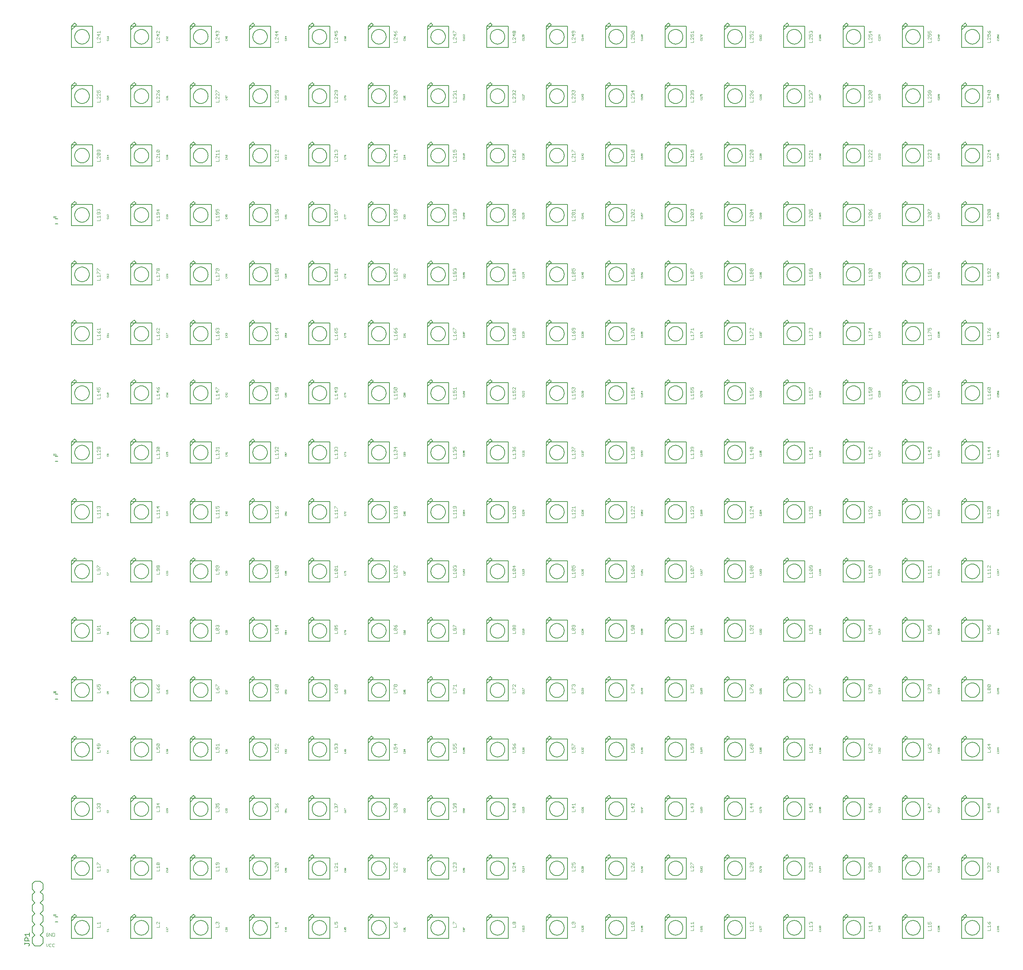
<source format=gto>
G75*
%MOIN*%
%OFA0B0*%
%FSLAX24Y24*%
%IPPOS*%
%LPD*%
%AMOC8*
5,1,8,0,0,1.08239X$1,22.5*
%
%ADD10C,0.0030*%
%ADD11C,0.0010*%
%ADD12C,0.0050*%
%ADD13C,0.0080*%
%ADD14C,0.0060*%
D10*
X002386Y003855D02*
X002483Y003952D01*
X002483Y004145D01*
X002584Y004097D02*
X002584Y003904D01*
X002632Y003855D01*
X002729Y003855D01*
X002777Y003904D01*
X002878Y003904D02*
X002927Y003855D01*
X003023Y003855D01*
X003072Y003904D01*
X003072Y004097D02*
X003023Y004145D01*
X002927Y004145D01*
X002878Y004097D01*
X002878Y003904D01*
X002777Y004097D02*
X002729Y004145D01*
X002632Y004145D01*
X002584Y004097D01*
X002289Y004145D02*
X002289Y003952D01*
X002386Y003855D01*
X002434Y004839D02*
X002483Y004888D01*
X002483Y004985D01*
X002386Y004985D01*
X002483Y005081D02*
X002434Y005130D01*
X002337Y005130D01*
X002289Y005081D01*
X002289Y004888D01*
X002337Y004839D01*
X002434Y004839D01*
X002584Y004839D02*
X002584Y005130D01*
X002777Y004839D01*
X002777Y005130D01*
X002878Y005130D02*
X003023Y005130D01*
X003072Y005081D01*
X003072Y004888D01*
X003023Y004839D01*
X002878Y004839D01*
X002878Y005130D01*
X007010Y005663D02*
X007301Y005663D01*
X007301Y005856D01*
X007301Y005957D02*
X007301Y006151D01*
X007301Y006054D02*
X007010Y006054D01*
X007107Y005957D01*
X007010Y010880D02*
X007301Y010880D01*
X007301Y011073D01*
X007301Y011174D02*
X007301Y011368D01*
X007301Y011271D02*
X007010Y011271D01*
X007107Y011174D01*
X007010Y011469D02*
X007010Y011662D01*
X007059Y011662D01*
X007252Y011469D01*
X007301Y011469D01*
X007301Y016391D02*
X007301Y016585D01*
X007252Y016686D02*
X007301Y016735D01*
X007301Y016831D01*
X007252Y016880D01*
X007204Y016880D01*
X007155Y016831D01*
X007155Y016783D01*
X007155Y016831D02*
X007107Y016880D01*
X007059Y016880D01*
X007010Y016831D01*
X007010Y016735D01*
X007059Y016686D01*
X007059Y016981D02*
X007010Y017029D01*
X007010Y017126D01*
X007059Y017174D01*
X007107Y017174D01*
X007155Y017126D01*
X007204Y017174D01*
X007252Y017174D01*
X007301Y017126D01*
X007301Y017029D01*
X007252Y016981D01*
X007155Y017078D02*
X007155Y017126D01*
X007010Y016391D02*
X007301Y016391D01*
X012522Y016391D02*
X012812Y016391D01*
X012812Y016585D01*
X012764Y016686D02*
X012812Y016735D01*
X012812Y016831D01*
X012764Y016880D01*
X012716Y016880D01*
X012667Y016831D01*
X012667Y016783D01*
X012667Y016831D02*
X012619Y016880D01*
X012570Y016880D01*
X012522Y016831D01*
X012522Y016735D01*
X012570Y016686D01*
X012667Y016981D02*
X012667Y017174D01*
X012522Y017126D02*
X012667Y016981D01*
X012812Y017126D02*
X012522Y017126D01*
X012522Y021903D02*
X012812Y021903D01*
X012812Y022097D01*
X012764Y022198D02*
X012812Y022246D01*
X012812Y022343D01*
X012764Y022391D01*
X012667Y022391D01*
X012619Y022343D01*
X012619Y022295D01*
X012667Y022198D01*
X012522Y022198D01*
X012522Y022391D01*
X012570Y022493D02*
X012522Y022541D01*
X012522Y022638D01*
X012570Y022686D01*
X012764Y022493D01*
X012812Y022541D01*
X012812Y022638D01*
X012764Y022686D01*
X012570Y022686D01*
X012570Y022493D02*
X012764Y022493D01*
X012812Y027415D02*
X012812Y027609D01*
X012764Y027710D02*
X012812Y027758D01*
X012812Y027855D01*
X012764Y027903D01*
X012716Y027903D01*
X012667Y027855D01*
X012667Y027710D01*
X012764Y027710D01*
X012667Y027710D02*
X012570Y027806D01*
X012522Y027903D01*
X012667Y028004D02*
X012667Y028150D01*
X012716Y028198D01*
X012764Y028198D01*
X012812Y028150D01*
X012812Y028053D01*
X012764Y028004D01*
X012667Y028004D01*
X012570Y028101D01*
X012522Y028198D01*
X012522Y027415D02*
X012812Y027415D01*
X018034Y027415D02*
X018324Y027415D01*
X018324Y027609D01*
X018276Y027710D02*
X018324Y027758D01*
X018324Y027855D01*
X018276Y027903D01*
X018227Y027903D01*
X018179Y027855D01*
X018179Y027710D01*
X018276Y027710D01*
X018179Y027710D02*
X018082Y027806D01*
X018034Y027903D01*
X018034Y028004D02*
X018034Y028198D01*
X018082Y028198D01*
X018276Y028004D01*
X018324Y028004D01*
X018324Y022686D02*
X018324Y022493D01*
X018324Y022589D02*
X018034Y022589D01*
X018131Y022493D01*
X018179Y022391D02*
X018276Y022391D01*
X018324Y022343D01*
X018324Y022246D01*
X018276Y022198D01*
X018179Y022198D02*
X018131Y022295D01*
X018131Y022343D01*
X018179Y022391D01*
X018034Y022391D02*
X018034Y022198D01*
X018179Y022198D01*
X018324Y022097D02*
X018324Y021903D01*
X018034Y021903D01*
X018034Y017174D02*
X018034Y016981D01*
X018179Y016981D01*
X018131Y017078D01*
X018131Y017126D01*
X018179Y017174D01*
X018276Y017174D01*
X018324Y017126D01*
X018324Y017029D01*
X018276Y016981D01*
X018276Y016880D02*
X018324Y016831D01*
X018324Y016735D01*
X018276Y016686D01*
X018324Y016585D02*
X018324Y016391D01*
X018034Y016391D01*
X018082Y016686D02*
X018034Y016735D01*
X018034Y016831D01*
X018082Y016880D01*
X018131Y016880D01*
X018179Y016831D01*
X018227Y016880D01*
X018276Y016880D01*
X018179Y016831D02*
X018179Y016783D01*
X018179Y011662D02*
X018179Y011517D01*
X018131Y011469D01*
X018082Y011469D01*
X018034Y011517D01*
X018034Y011614D01*
X018082Y011662D01*
X018276Y011662D01*
X018324Y011614D01*
X018324Y011517D01*
X018276Y011469D01*
X018324Y011368D02*
X018324Y011174D01*
X018324Y011271D02*
X018034Y011271D01*
X018131Y011174D01*
X018324Y011073D02*
X018324Y010880D01*
X018034Y010880D01*
X018082Y006151D02*
X018131Y006151D01*
X018179Y006102D01*
X018227Y006151D01*
X018276Y006151D01*
X018324Y006102D01*
X018324Y006006D01*
X018276Y005957D01*
X018324Y005856D02*
X018324Y005663D01*
X018034Y005663D01*
X018082Y005957D02*
X018034Y006006D01*
X018034Y006102D01*
X018082Y006151D01*
X018179Y006102D02*
X018179Y006054D01*
X023546Y006102D02*
X023691Y005957D01*
X023691Y006151D01*
X023836Y006102D02*
X023546Y006102D01*
X023836Y005856D02*
X023836Y005663D01*
X023546Y005663D01*
X023546Y010880D02*
X023836Y010880D01*
X023836Y011073D01*
X023836Y011174D02*
X023642Y011368D01*
X023594Y011368D01*
X023546Y011319D01*
X023546Y011223D01*
X023594Y011174D01*
X023836Y011174D02*
X023836Y011368D01*
X023788Y011469D02*
X023594Y011662D01*
X023788Y011662D01*
X023836Y011614D01*
X023836Y011517D01*
X023788Y011469D01*
X023594Y011469D01*
X023546Y011517D01*
X023546Y011614D01*
X023594Y011662D01*
X023546Y016391D02*
X023836Y016391D01*
X023836Y016585D01*
X023788Y016686D02*
X023836Y016735D01*
X023836Y016831D01*
X023788Y016880D01*
X023739Y016880D01*
X023691Y016831D01*
X023691Y016783D01*
X023691Y016831D02*
X023642Y016880D01*
X023594Y016880D01*
X023546Y016831D01*
X023546Y016735D01*
X023594Y016686D01*
X023691Y016981D02*
X023691Y017126D01*
X023739Y017174D01*
X023788Y017174D01*
X023836Y017126D01*
X023836Y017029D01*
X023788Y016981D01*
X023691Y016981D01*
X023594Y017078D01*
X023546Y017174D01*
X023546Y021903D02*
X023836Y021903D01*
X023836Y022097D01*
X023788Y022198D02*
X023836Y022246D01*
X023836Y022343D01*
X023788Y022391D01*
X023691Y022391D01*
X023642Y022343D01*
X023642Y022295D01*
X023691Y022198D01*
X023546Y022198D01*
X023546Y022391D01*
X023594Y022493D02*
X023546Y022541D01*
X023546Y022638D01*
X023594Y022686D01*
X023642Y022686D01*
X023836Y022493D01*
X023836Y022686D01*
X023836Y027415D02*
X023836Y027609D01*
X023788Y027710D02*
X023836Y027758D01*
X023836Y027855D01*
X023788Y027903D01*
X023739Y027903D01*
X023691Y027855D01*
X023691Y027710D01*
X023788Y027710D01*
X023691Y027710D02*
X023594Y027806D01*
X023546Y027903D01*
X023594Y028004D02*
X023642Y028004D01*
X023691Y028053D01*
X023691Y028150D01*
X023739Y028198D01*
X023788Y028198D01*
X023836Y028150D01*
X023836Y028053D01*
X023788Y028004D01*
X023739Y028004D01*
X023691Y028053D01*
X023691Y028150D02*
X023642Y028198D01*
X023594Y028198D01*
X023546Y028150D01*
X023546Y028053D01*
X023594Y028004D01*
X023546Y027415D02*
X023836Y027415D01*
X029058Y027415D02*
X029348Y027415D01*
X029348Y027609D01*
X029299Y027710D02*
X029348Y027758D01*
X029348Y027855D01*
X029299Y027903D01*
X029251Y027903D01*
X029203Y027855D01*
X029203Y027710D01*
X029299Y027710D01*
X029203Y027710D02*
X029106Y027806D01*
X029058Y027903D01*
X029106Y028004D02*
X029154Y028004D01*
X029203Y028053D01*
X029203Y028198D01*
X029299Y028198D02*
X029106Y028198D01*
X029058Y028150D01*
X029058Y028053D01*
X029106Y028004D01*
X029299Y028004D02*
X029348Y028053D01*
X029348Y028150D01*
X029299Y028198D01*
X029348Y032927D02*
X029058Y032927D01*
X029348Y032927D02*
X029348Y033120D01*
X029299Y033222D02*
X029251Y033222D01*
X029203Y033270D01*
X029203Y033367D01*
X029251Y033415D01*
X029299Y033415D01*
X029348Y033367D01*
X029348Y033270D01*
X029299Y033222D01*
X029203Y033270D02*
X029154Y033222D01*
X029106Y033222D01*
X029058Y033270D01*
X029058Y033367D01*
X029106Y033415D01*
X029154Y033415D01*
X029203Y033367D01*
X029203Y033516D02*
X029154Y033613D01*
X029154Y033661D01*
X029203Y033710D01*
X029299Y033710D01*
X029348Y033661D01*
X029348Y033565D01*
X029299Y033516D01*
X029203Y033516D02*
X029058Y033516D01*
X029058Y033710D01*
X029058Y038144D02*
X029348Y038144D01*
X029348Y038338D01*
X029348Y038439D02*
X029348Y038632D01*
X029348Y038535D02*
X029058Y038535D01*
X029154Y038439D01*
X029106Y038733D02*
X029058Y038782D01*
X029058Y038878D01*
X029106Y038927D01*
X029299Y038733D01*
X029348Y038782D01*
X029348Y038878D01*
X029299Y038927D01*
X029106Y038927D01*
X029154Y039028D02*
X029058Y039125D01*
X029348Y039125D01*
X029348Y039028D02*
X029348Y039222D01*
X029299Y038733D02*
X029106Y038733D01*
X029058Y043656D02*
X029348Y043656D01*
X029348Y043849D01*
X029348Y043951D02*
X029348Y044144D01*
X029348Y044047D02*
X029058Y044047D01*
X029154Y043951D01*
X029154Y044245D02*
X029058Y044342D01*
X029348Y044342D01*
X029348Y044245D02*
X029348Y044439D01*
X029348Y044540D02*
X029299Y044540D01*
X029106Y044733D01*
X029058Y044733D01*
X029058Y044540D01*
X029058Y049168D02*
X029348Y049168D01*
X029348Y049361D01*
X029348Y049462D02*
X029348Y049656D01*
X029348Y049559D02*
X029058Y049559D01*
X029154Y049462D01*
X029106Y049757D02*
X029058Y049805D01*
X029058Y049902D01*
X029106Y049950D01*
X029154Y049950D01*
X029203Y049902D01*
X029251Y049950D01*
X029299Y049950D01*
X029348Y049902D01*
X029348Y049805D01*
X029299Y049757D01*
X029203Y049854D02*
X029203Y049902D01*
X029299Y050052D02*
X029348Y050100D01*
X029348Y050197D01*
X029299Y050245D01*
X029251Y050245D01*
X029203Y050197D01*
X029203Y050148D01*
X029203Y050197D02*
X029154Y050245D01*
X029106Y050245D01*
X029058Y050197D01*
X029058Y050100D01*
X029106Y050052D01*
X029058Y054680D02*
X029348Y054680D01*
X029348Y054873D01*
X029348Y054974D02*
X029348Y055168D01*
X029348Y055071D02*
X029058Y055071D01*
X029154Y054974D01*
X029203Y055269D02*
X029203Y055462D01*
X029154Y055563D02*
X029203Y055612D01*
X029203Y055757D01*
X029299Y055757D02*
X029106Y055757D01*
X029058Y055709D01*
X029058Y055612D01*
X029106Y055563D01*
X029154Y055563D01*
X029299Y055563D02*
X029348Y055612D01*
X029348Y055709D01*
X029299Y055757D01*
X029348Y055414D02*
X029058Y055414D01*
X029203Y055269D01*
X034569Y055269D02*
X034714Y055269D01*
X034666Y055366D01*
X034666Y055414D01*
X034714Y055462D01*
X034811Y055462D01*
X034860Y055414D01*
X034860Y055317D01*
X034811Y055269D01*
X034860Y055168D02*
X034860Y054974D01*
X034860Y055071D02*
X034569Y055071D01*
X034666Y054974D01*
X034860Y054873D02*
X034860Y054680D01*
X034569Y054680D01*
X034569Y055269D02*
X034569Y055462D01*
X034618Y055563D02*
X034569Y055612D01*
X034569Y055709D01*
X034618Y055757D01*
X034811Y055563D01*
X034860Y055612D01*
X034860Y055709D01*
X034811Y055757D01*
X034618Y055757D01*
X034618Y055563D02*
X034811Y055563D01*
X034860Y060191D02*
X034569Y060191D01*
X034860Y060191D02*
X034860Y060385D01*
X034860Y060486D02*
X034860Y060679D01*
X034860Y060583D02*
X034569Y060583D01*
X034666Y060486D01*
X034714Y060781D02*
X034714Y060926D01*
X034763Y060974D01*
X034811Y060974D01*
X034860Y060926D01*
X034860Y060829D01*
X034811Y060781D01*
X034714Y060781D01*
X034618Y060877D01*
X034569Y060974D01*
X034714Y061075D02*
X034714Y061220D01*
X034763Y061269D01*
X034811Y061269D01*
X034860Y061220D01*
X034860Y061124D01*
X034811Y061075D01*
X034714Y061075D01*
X034618Y061172D01*
X034569Y061269D01*
X034569Y065703D02*
X034860Y065703D01*
X034860Y065897D01*
X034860Y065998D02*
X034860Y066191D01*
X034860Y066095D02*
X034569Y066095D01*
X034666Y065998D01*
X034666Y066292D02*
X034618Y066292D01*
X034569Y066341D01*
X034569Y066438D01*
X034618Y066486D01*
X034666Y066486D01*
X034714Y066438D01*
X034714Y066341D01*
X034666Y066292D01*
X034714Y066341D02*
X034763Y066292D01*
X034811Y066292D01*
X034860Y066341D01*
X034860Y066438D01*
X034811Y066486D01*
X034763Y066486D01*
X034714Y066438D01*
X034618Y066587D02*
X034569Y066635D01*
X034569Y066732D01*
X034618Y066781D01*
X034666Y066781D01*
X034860Y066587D01*
X034860Y066781D01*
X034860Y071215D02*
X034569Y071215D01*
X034860Y071215D02*
X034860Y071408D01*
X034860Y071510D02*
X034860Y071703D01*
X034860Y071606D02*
X034569Y071606D01*
X034666Y071510D01*
X034666Y071804D02*
X034714Y071853D01*
X034714Y071998D01*
X034618Y071998D02*
X034569Y071949D01*
X034569Y071853D01*
X034618Y071804D01*
X034666Y071804D01*
X034811Y071804D02*
X034860Y071853D01*
X034860Y071949D01*
X034811Y071998D01*
X034618Y071998D01*
X034618Y072099D02*
X034666Y072099D01*
X034714Y072147D01*
X034714Y072244D01*
X034763Y072292D01*
X034811Y072292D01*
X034860Y072244D01*
X034860Y072147D01*
X034811Y072099D01*
X034763Y072099D01*
X034714Y072147D01*
X034714Y072244D02*
X034666Y072292D01*
X034618Y072292D01*
X034569Y072244D01*
X034569Y072147D01*
X034618Y072099D01*
X034569Y076727D02*
X034860Y076727D01*
X034860Y076920D01*
X034860Y077021D02*
X034666Y077215D01*
X034618Y077215D01*
X034569Y077167D01*
X034569Y077070D01*
X034618Y077021D01*
X034860Y077021D02*
X034860Y077215D01*
X034860Y077316D02*
X034860Y077510D01*
X034860Y077413D02*
X034569Y077413D01*
X034666Y077316D01*
X034714Y077611D02*
X034714Y077804D01*
X034569Y077756D02*
X034714Y077611D01*
X034860Y077756D02*
X034569Y077756D01*
X034569Y082239D02*
X034860Y082239D01*
X034860Y082432D01*
X034860Y082533D02*
X034666Y082727D01*
X034618Y082727D01*
X034569Y082678D01*
X034569Y082582D01*
X034618Y082533D01*
X034860Y082533D02*
X034860Y082727D01*
X034811Y082828D02*
X034860Y082876D01*
X034860Y082973D01*
X034811Y083021D01*
X034763Y083021D01*
X034714Y082973D01*
X034714Y082925D01*
X034714Y082973D02*
X034666Y083021D01*
X034618Y083021D01*
X034569Y082973D01*
X034569Y082876D01*
X034618Y082828D01*
X034618Y083123D02*
X034569Y083171D01*
X034569Y083268D01*
X034618Y083316D01*
X034811Y083123D01*
X034860Y083171D01*
X034860Y083268D01*
X034811Y083316D01*
X034618Y083316D01*
X034618Y083123D02*
X034811Y083123D01*
X034860Y087750D02*
X034569Y087750D01*
X034860Y087750D02*
X034860Y087944D01*
X034860Y088045D02*
X034666Y088239D01*
X034618Y088239D01*
X034569Y088190D01*
X034569Y088093D01*
X034618Y088045D01*
X034860Y088045D02*
X034860Y088239D01*
X034714Y088340D02*
X034714Y088533D01*
X034714Y088634D02*
X034714Y088779D01*
X034763Y088828D01*
X034811Y088828D01*
X034860Y088779D01*
X034860Y088683D01*
X034811Y088634D01*
X034714Y088634D01*
X034618Y088731D01*
X034569Y088828D01*
X034569Y088485D02*
X034714Y088340D01*
X034860Y088485D02*
X034569Y088485D01*
X029348Y088485D02*
X029058Y088485D01*
X029203Y088340D01*
X029203Y088533D01*
X029203Y088634D02*
X029154Y088731D01*
X029154Y088779D01*
X029203Y088828D01*
X029299Y088828D01*
X029348Y088779D01*
X029348Y088683D01*
X029299Y088634D01*
X029203Y088634D02*
X029058Y088634D01*
X029058Y088828D01*
X029106Y088239D02*
X029058Y088190D01*
X029058Y088093D01*
X029106Y088045D01*
X029106Y088239D02*
X029154Y088239D01*
X029348Y088045D01*
X029348Y088239D01*
X029348Y087944D02*
X029348Y087750D01*
X029058Y087750D01*
X029106Y083316D02*
X029058Y083268D01*
X029058Y083171D01*
X029106Y083123D01*
X029154Y083123D01*
X029203Y083171D01*
X029203Y083316D01*
X029299Y083316D02*
X029106Y083316D01*
X029299Y083316D02*
X029348Y083268D01*
X029348Y083171D01*
X029299Y083123D01*
X029348Y083021D02*
X029348Y082828D01*
X029154Y083021D01*
X029106Y083021D01*
X029058Y082973D01*
X029058Y082876D01*
X029106Y082828D01*
X029106Y082727D02*
X029058Y082678D01*
X029058Y082582D01*
X029106Y082533D01*
X029106Y082727D02*
X029154Y082727D01*
X029348Y082533D01*
X029348Y082727D01*
X029348Y082432D02*
X029348Y082239D01*
X029058Y082239D01*
X029106Y077804D02*
X029154Y077804D01*
X029203Y077756D01*
X029251Y077804D01*
X029299Y077804D01*
X029348Y077756D01*
X029348Y077659D01*
X029299Y077611D01*
X029348Y077510D02*
X029348Y077316D01*
X029348Y077413D02*
X029058Y077413D01*
X029154Y077316D01*
X029154Y077215D02*
X029106Y077215D01*
X029058Y077167D01*
X029058Y077070D01*
X029106Y077021D01*
X029154Y077215D02*
X029348Y077021D01*
X029348Y077215D01*
X029348Y076920D02*
X029348Y076727D01*
X029058Y076727D01*
X029106Y077611D02*
X029058Y077659D01*
X029058Y077756D01*
X029106Y077804D01*
X029203Y077756D02*
X029203Y077707D01*
X023836Y077611D02*
X023642Y077804D01*
X023594Y077804D01*
X023546Y077756D01*
X023546Y077659D01*
X023594Y077611D01*
X023546Y077413D02*
X023836Y077413D01*
X023836Y077316D02*
X023836Y077510D01*
X023836Y077611D02*
X023836Y077804D01*
X023546Y077413D02*
X023642Y077316D01*
X023642Y077215D02*
X023594Y077215D01*
X023546Y077167D01*
X023546Y077070D01*
X023594Y077021D01*
X023642Y077215D02*
X023836Y077021D01*
X023836Y077215D01*
X023836Y076920D02*
X023836Y076727D01*
X023546Y076727D01*
X023546Y072292D02*
X023594Y072196D01*
X023691Y072099D01*
X023691Y072244D01*
X023739Y072292D01*
X023788Y072292D01*
X023836Y072244D01*
X023836Y072147D01*
X023788Y072099D01*
X023691Y072099D01*
X023691Y071998D02*
X023691Y071853D01*
X023642Y071804D01*
X023594Y071804D01*
X023546Y071853D01*
X023546Y071949D01*
X023594Y071998D01*
X023788Y071998D01*
X023836Y071949D01*
X023836Y071853D01*
X023788Y071804D01*
X023836Y071703D02*
X023836Y071510D01*
X023836Y071606D02*
X023546Y071606D01*
X023642Y071510D01*
X023836Y071408D02*
X023836Y071215D01*
X023546Y071215D01*
X023594Y066781D02*
X023788Y066587D01*
X023836Y066635D01*
X023836Y066732D01*
X023788Y066781D01*
X023594Y066781D01*
X023546Y066732D01*
X023546Y066635D01*
X023594Y066587D01*
X023788Y066587D01*
X023788Y066486D02*
X023836Y066438D01*
X023836Y066341D01*
X023788Y066292D01*
X023739Y066292D01*
X023691Y066341D01*
X023691Y066438D01*
X023739Y066486D01*
X023788Y066486D01*
X023691Y066438D02*
X023642Y066486D01*
X023594Y066486D01*
X023546Y066438D01*
X023546Y066341D01*
X023594Y066292D01*
X023642Y066292D01*
X023691Y066341D01*
X023836Y066191D02*
X023836Y065998D01*
X023836Y066095D02*
X023546Y066095D01*
X023642Y065998D01*
X023836Y065897D02*
X023836Y065703D01*
X023546Y065703D01*
X023691Y061269D02*
X023691Y061075D01*
X023546Y061220D01*
X023836Y061220D01*
X023788Y060974D02*
X023739Y060974D01*
X023691Y060926D01*
X023691Y060781D01*
X023788Y060781D01*
X023836Y060829D01*
X023836Y060926D01*
X023788Y060974D01*
X023594Y060877D02*
X023691Y060781D01*
X023594Y060877D02*
X023546Y060974D01*
X023546Y060583D02*
X023836Y060583D01*
X023836Y060679D02*
X023836Y060486D01*
X023836Y060385D02*
X023836Y060191D01*
X023546Y060191D01*
X023642Y060486D02*
X023546Y060583D01*
X023594Y055757D02*
X023642Y055757D01*
X023691Y055709D01*
X023691Y055612D01*
X023642Y055563D01*
X023594Y055563D01*
X023546Y055612D01*
X023546Y055709D01*
X023594Y055757D01*
X023691Y055709D02*
X023739Y055757D01*
X023788Y055757D01*
X023836Y055709D01*
X023836Y055612D01*
X023788Y055563D01*
X023739Y055563D01*
X023691Y055612D01*
X023691Y055462D02*
X023691Y055269D01*
X023546Y055414D01*
X023836Y055414D01*
X023836Y055168D02*
X023836Y054974D01*
X023836Y055071D02*
X023546Y055071D01*
X023642Y054974D01*
X023836Y054873D02*
X023836Y054680D01*
X023546Y054680D01*
X023594Y050245D02*
X023546Y050197D01*
X023546Y050100D01*
X023594Y050052D01*
X023594Y049950D02*
X023642Y049950D01*
X023691Y049902D01*
X023739Y049950D01*
X023788Y049950D01*
X023836Y049902D01*
X023836Y049805D01*
X023788Y049757D01*
X023836Y049656D02*
X023836Y049462D01*
X023836Y049559D02*
X023546Y049559D01*
X023642Y049462D01*
X023836Y049361D02*
X023836Y049168D01*
X023546Y049168D01*
X023594Y049757D02*
X023546Y049805D01*
X023546Y049902D01*
X023594Y049950D01*
X023691Y049902D02*
X023691Y049854D01*
X023836Y050052D02*
X023642Y050245D01*
X023594Y050245D01*
X023836Y050245D02*
X023836Y050052D01*
X023788Y044733D02*
X023739Y044733D01*
X023691Y044685D01*
X023691Y044540D01*
X023788Y044540D01*
X023836Y044588D01*
X023836Y044685D01*
X023788Y044733D01*
X023594Y044637D02*
X023691Y044540D01*
X023594Y044637D02*
X023546Y044733D01*
X023546Y044342D02*
X023836Y044342D01*
X023836Y044245D02*
X023836Y044439D01*
X023642Y044245D02*
X023546Y044342D01*
X023546Y044047D02*
X023836Y044047D01*
X023836Y043951D02*
X023836Y044144D01*
X023642Y043951D02*
X023546Y044047D01*
X023836Y043849D02*
X023836Y043656D01*
X023546Y043656D01*
X023594Y039222D02*
X023788Y039028D01*
X023836Y039076D01*
X023836Y039173D01*
X023788Y039222D01*
X023594Y039222D01*
X023546Y039173D01*
X023546Y039076D01*
X023594Y039028D01*
X023788Y039028D01*
X023788Y038927D02*
X023836Y038878D01*
X023836Y038782D01*
X023788Y038733D01*
X023594Y038927D01*
X023788Y038927D01*
X023788Y038733D02*
X023594Y038733D01*
X023546Y038782D01*
X023546Y038878D01*
X023594Y038927D01*
X023836Y038632D02*
X023836Y038439D01*
X023836Y038535D02*
X023546Y038535D01*
X023642Y038439D01*
X023836Y038338D02*
X023836Y038144D01*
X023546Y038144D01*
X023691Y033710D02*
X023691Y033516D01*
X023546Y033661D01*
X023836Y033661D01*
X023788Y033415D02*
X023836Y033367D01*
X023836Y033270D01*
X023788Y033222D01*
X023739Y033222D01*
X023691Y033270D01*
X023691Y033367D01*
X023739Y033415D01*
X023788Y033415D01*
X023691Y033367D02*
X023642Y033415D01*
X023594Y033415D01*
X023546Y033367D01*
X023546Y033270D01*
X023594Y033222D01*
X023642Y033222D01*
X023691Y033270D01*
X023836Y033120D02*
X023836Y032927D01*
X023546Y032927D01*
X018324Y032927D02*
X018324Y033120D01*
X018276Y033222D02*
X018227Y033222D01*
X018179Y033270D01*
X018179Y033367D01*
X018227Y033415D01*
X018276Y033415D01*
X018324Y033367D01*
X018324Y033270D01*
X018276Y033222D01*
X018179Y033270D02*
X018131Y033222D01*
X018082Y033222D01*
X018034Y033270D01*
X018034Y033367D01*
X018082Y033415D01*
X018131Y033415D01*
X018179Y033367D01*
X018082Y033516D02*
X018034Y033565D01*
X018034Y033661D01*
X018082Y033710D01*
X018131Y033710D01*
X018179Y033661D01*
X018227Y033710D01*
X018276Y033710D01*
X018324Y033661D01*
X018324Y033565D01*
X018276Y033516D01*
X018179Y033613D02*
X018179Y033661D01*
X018034Y032927D02*
X018324Y032927D01*
X018324Y038439D02*
X018324Y038632D01*
X018276Y038733D02*
X018324Y038782D01*
X018324Y038878D01*
X018276Y038927D01*
X018082Y038927D01*
X018034Y038878D01*
X018034Y038782D01*
X018082Y038733D01*
X018131Y038733D01*
X018179Y038782D01*
X018179Y038927D01*
X018131Y039028D02*
X018179Y039076D01*
X018179Y039222D01*
X018082Y039222D02*
X018034Y039173D01*
X018034Y039076D01*
X018082Y039028D01*
X018131Y039028D01*
X018276Y039028D02*
X018324Y039076D01*
X018324Y039173D01*
X018276Y039222D01*
X018082Y039222D01*
X018034Y038439D02*
X018324Y038439D01*
X018324Y043656D02*
X018324Y043849D01*
X018324Y043951D02*
X018324Y044144D01*
X018324Y044047D02*
X018034Y044047D01*
X018131Y043951D01*
X018131Y044245D02*
X018034Y044342D01*
X018324Y044342D01*
X018324Y044245D02*
X018324Y044439D01*
X018276Y044540D02*
X018324Y044588D01*
X018324Y044685D01*
X018276Y044733D01*
X018179Y044733D01*
X018131Y044685D01*
X018131Y044637D01*
X018179Y044540D01*
X018034Y044540D01*
X018034Y044733D01*
X018034Y043656D02*
X018324Y043656D01*
X012812Y043656D02*
X012812Y043849D01*
X012812Y043951D02*
X012812Y044144D01*
X012812Y044047D02*
X012522Y044047D01*
X012619Y043951D01*
X012619Y044245D02*
X012522Y044342D01*
X012812Y044342D01*
X012812Y044245D02*
X012812Y044439D01*
X012667Y044540D02*
X012667Y044733D01*
X012522Y044685D02*
X012667Y044540D01*
X012812Y044685D02*
X012522Y044685D01*
X012522Y043656D02*
X012812Y043656D01*
X012764Y039222D02*
X012812Y039173D01*
X012812Y039076D01*
X012764Y039028D01*
X012716Y039028D01*
X012667Y039076D01*
X012667Y039173D01*
X012716Y039222D01*
X012764Y039222D01*
X012667Y039173D02*
X012619Y039222D01*
X012570Y039222D01*
X012522Y039173D01*
X012522Y039076D01*
X012570Y039028D01*
X012619Y039028D01*
X012667Y039076D01*
X012667Y038927D02*
X012667Y038782D01*
X012619Y038733D01*
X012570Y038733D01*
X012522Y038782D01*
X012522Y038878D01*
X012570Y038927D01*
X012764Y038927D01*
X012812Y038878D01*
X012812Y038782D01*
X012764Y038733D01*
X012812Y038632D02*
X012812Y038439D01*
X012522Y038439D01*
X012570Y033710D02*
X012522Y033661D01*
X012522Y033565D01*
X012570Y033516D01*
X012570Y033415D02*
X012619Y033415D01*
X012667Y033367D01*
X012667Y033270D01*
X012619Y033222D01*
X012570Y033222D01*
X012522Y033270D01*
X012522Y033367D01*
X012570Y033415D01*
X012667Y033367D02*
X012716Y033415D01*
X012764Y033415D01*
X012812Y033367D01*
X012812Y033270D01*
X012764Y033222D01*
X012716Y033222D01*
X012667Y033270D01*
X012812Y033120D02*
X012812Y032927D01*
X012522Y032927D01*
X012812Y033516D02*
X012619Y033710D01*
X012570Y033710D01*
X012812Y033710D02*
X012812Y033516D01*
X007301Y033516D02*
X007301Y033710D01*
X007301Y033613D02*
X007010Y033613D01*
X007107Y033516D01*
X007107Y033415D02*
X007155Y033367D01*
X007155Y033270D01*
X007107Y033222D01*
X007059Y033222D01*
X007010Y033270D01*
X007010Y033367D01*
X007059Y033415D01*
X007107Y033415D01*
X007155Y033367D02*
X007204Y033415D01*
X007252Y033415D01*
X007301Y033367D01*
X007301Y033270D01*
X007252Y033222D01*
X007204Y033222D01*
X007155Y033270D01*
X007301Y033120D02*
X007301Y032927D01*
X007010Y032927D01*
X007010Y028198D02*
X007010Y028004D01*
X007155Y028004D01*
X007107Y028101D01*
X007107Y028150D01*
X007155Y028198D01*
X007252Y028198D01*
X007301Y028150D01*
X007301Y028053D01*
X007252Y028004D01*
X007252Y027903D02*
X007204Y027903D01*
X007155Y027855D01*
X007155Y027710D01*
X007252Y027710D01*
X007301Y027758D01*
X007301Y027855D01*
X007252Y027903D01*
X007059Y027806D02*
X007155Y027710D01*
X007059Y027806D02*
X007010Y027903D01*
X007301Y027609D02*
X007301Y027415D01*
X007010Y027415D01*
X007059Y022686D02*
X007010Y022638D01*
X007010Y022541D01*
X007059Y022493D01*
X007107Y022493D01*
X007155Y022541D01*
X007155Y022686D01*
X007059Y022686D02*
X007252Y022686D01*
X007301Y022638D01*
X007301Y022541D01*
X007252Y022493D01*
X007155Y022391D02*
X007155Y022198D01*
X007010Y022343D01*
X007301Y022343D01*
X007301Y022097D02*
X007301Y021903D01*
X007010Y021903D01*
X012570Y011662D02*
X012619Y011662D01*
X012667Y011614D01*
X012667Y011517D01*
X012619Y011469D01*
X012570Y011469D01*
X012522Y011517D01*
X012522Y011614D01*
X012570Y011662D01*
X012667Y011614D02*
X012716Y011662D01*
X012764Y011662D01*
X012812Y011614D01*
X012812Y011517D01*
X012764Y011469D01*
X012716Y011469D01*
X012667Y011517D01*
X012812Y011368D02*
X012812Y011174D01*
X012812Y011271D02*
X012522Y011271D01*
X012619Y011174D01*
X012812Y011073D02*
X012812Y010880D01*
X012522Y010880D01*
X012570Y006151D02*
X012522Y006102D01*
X012522Y006006D01*
X012570Y005957D01*
X012570Y006151D02*
X012619Y006151D01*
X012812Y005957D01*
X012812Y006151D01*
X012812Y005856D02*
X012812Y005663D01*
X012522Y005663D01*
X029058Y005663D02*
X029348Y005663D01*
X029348Y005856D01*
X029299Y005957D02*
X029348Y006006D01*
X029348Y006102D01*
X029299Y006151D01*
X029203Y006151D01*
X029154Y006102D01*
X029154Y006054D01*
X029203Y005957D01*
X029058Y005957D01*
X029058Y006151D01*
X029058Y010880D02*
X029348Y010880D01*
X029348Y011073D01*
X029348Y011174D02*
X029154Y011368D01*
X029106Y011368D01*
X029058Y011319D01*
X029058Y011223D01*
X029106Y011174D01*
X029348Y011174D02*
X029348Y011368D01*
X029348Y011469D02*
X029348Y011662D01*
X029348Y011566D02*
X029058Y011566D01*
X029154Y011469D01*
X029058Y016391D02*
X029348Y016391D01*
X029348Y016585D01*
X029299Y016686D02*
X029348Y016735D01*
X029348Y016831D01*
X029299Y016880D01*
X029251Y016880D01*
X029203Y016831D01*
X029203Y016783D01*
X029203Y016831D02*
X029154Y016880D01*
X029106Y016880D01*
X029058Y016831D01*
X029058Y016735D01*
X029106Y016686D01*
X029058Y016981D02*
X029058Y017174D01*
X029106Y017174D01*
X029299Y016981D01*
X029348Y016981D01*
X029348Y021903D02*
X029058Y021903D01*
X029348Y021903D02*
X029348Y022097D01*
X029299Y022198D02*
X029348Y022246D01*
X029348Y022343D01*
X029299Y022391D01*
X029203Y022391D01*
X029154Y022343D01*
X029154Y022295D01*
X029203Y022198D01*
X029058Y022198D01*
X029058Y022391D01*
X029106Y022493D02*
X029058Y022541D01*
X029058Y022638D01*
X029106Y022686D01*
X029154Y022686D01*
X029203Y022638D01*
X029251Y022686D01*
X029299Y022686D01*
X029348Y022638D01*
X029348Y022541D01*
X029299Y022493D01*
X029203Y022589D02*
X029203Y022638D01*
X034569Y022638D02*
X034714Y022493D01*
X034714Y022686D01*
X034569Y022638D02*
X034860Y022638D01*
X034811Y022391D02*
X034714Y022391D01*
X034666Y022343D01*
X034666Y022295D01*
X034714Y022198D01*
X034569Y022198D01*
X034569Y022391D01*
X034811Y022391D02*
X034860Y022343D01*
X034860Y022246D01*
X034811Y022198D01*
X034860Y022097D02*
X034860Y021903D01*
X034569Y021903D01*
X034618Y017174D02*
X034666Y017174D01*
X034714Y017126D01*
X034714Y017029D01*
X034666Y016981D01*
X034618Y016981D01*
X034569Y017029D01*
X034569Y017126D01*
X034618Y017174D01*
X034714Y017126D02*
X034763Y017174D01*
X034811Y017174D01*
X034860Y017126D01*
X034860Y017029D01*
X034811Y016981D01*
X034763Y016981D01*
X034714Y017029D01*
X034666Y016880D02*
X034714Y016831D01*
X034763Y016880D01*
X034811Y016880D01*
X034860Y016831D01*
X034860Y016735D01*
X034811Y016686D01*
X034860Y016585D02*
X034860Y016391D01*
X034569Y016391D01*
X034618Y016686D02*
X034569Y016735D01*
X034569Y016831D01*
X034618Y016880D01*
X034666Y016880D01*
X034714Y016831D02*
X034714Y016783D01*
X034666Y011662D02*
X034618Y011662D01*
X034569Y011614D01*
X034569Y011517D01*
X034618Y011469D01*
X034618Y011368D02*
X034569Y011319D01*
X034569Y011223D01*
X034618Y011174D01*
X034618Y011368D02*
X034666Y011368D01*
X034860Y011174D01*
X034860Y011368D01*
X034860Y011469D02*
X034666Y011662D01*
X034860Y011662D02*
X034860Y011469D01*
X034860Y011073D02*
X034860Y010880D01*
X034569Y010880D01*
X034569Y006151D02*
X034618Y006054D01*
X034714Y005957D01*
X034714Y006102D01*
X034763Y006151D01*
X034811Y006151D01*
X034860Y006102D01*
X034860Y006006D01*
X034811Y005957D01*
X034714Y005957D01*
X034860Y005856D02*
X034860Y005663D01*
X034569Y005663D01*
X040081Y005663D02*
X040371Y005663D01*
X040371Y005856D01*
X040371Y005957D02*
X040323Y005957D01*
X040130Y006151D01*
X040081Y006151D01*
X040081Y005957D01*
X040081Y010880D02*
X040371Y010880D01*
X040371Y011073D01*
X040371Y011174D02*
X040178Y011368D01*
X040130Y011368D01*
X040081Y011319D01*
X040081Y011223D01*
X040130Y011174D01*
X040371Y011174D02*
X040371Y011368D01*
X040323Y011469D02*
X040371Y011517D01*
X040371Y011614D01*
X040323Y011662D01*
X040275Y011662D01*
X040226Y011614D01*
X040226Y011566D01*
X040226Y011614D02*
X040178Y011662D01*
X040130Y011662D01*
X040081Y011614D01*
X040081Y011517D01*
X040130Y011469D01*
X040081Y016391D02*
X040371Y016391D01*
X040371Y016585D01*
X040323Y016686D02*
X040371Y016735D01*
X040371Y016831D01*
X040323Y016880D01*
X040275Y016880D01*
X040226Y016831D01*
X040226Y016783D01*
X040226Y016831D02*
X040178Y016880D01*
X040130Y016880D01*
X040081Y016831D01*
X040081Y016735D01*
X040130Y016686D01*
X040130Y016981D02*
X040178Y016981D01*
X040226Y017029D01*
X040226Y017174D01*
X040130Y017174D02*
X040081Y017126D01*
X040081Y017029D01*
X040130Y016981D01*
X040323Y016981D02*
X040371Y017029D01*
X040371Y017126D01*
X040323Y017174D01*
X040130Y017174D01*
X040081Y021903D02*
X040371Y021903D01*
X040371Y022097D01*
X040323Y022198D02*
X040371Y022246D01*
X040371Y022343D01*
X040323Y022391D01*
X040226Y022391D01*
X040178Y022343D01*
X040178Y022295D01*
X040226Y022198D01*
X040081Y022198D01*
X040081Y022391D01*
X040081Y022493D02*
X040226Y022493D01*
X040178Y022589D01*
X040178Y022638D01*
X040226Y022686D01*
X040323Y022686D01*
X040371Y022638D01*
X040371Y022541D01*
X040323Y022493D01*
X040081Y022493D02*
X040081Y022686D01*
X040081Y027415D02*
X040371Y027415D01*
X040371Y027609D01*
X040371Y027710D02*
X040323Y027710D01*
X040130Y027903D01*
X040081Y027903D01*
X040081Y027710D01*
X040178Y028004D02*
X040081Y028101D01*
X040371Y028101D01*
X040371Y028004D02*
X040371Y028198D01*
X040371Y032927D02*
X040371Y033120D01*
X040323Y033222D02*
X040275Y033222D01*
X040226Y033270D01*
X040226Y033367D01*
X040275Y033415D01*
X040323Y033415D01*
X040371Y033367D01*
X040371Y033270D01*
X040323Y033222D01*
X040226Y033270D02*
X040178Y033222D01*
X040130Y033222D01*
X040081Y033270D01*
X040081Y033367D01*
X040130Y033415D01*
X040178Y033415D01*
X040226Y033367D01*
X040323Y033516D02*
X040371Y033516D01*
X040323Y033516D02*
X040130Y033710D01*
X040081Y033710D01*
X040081Y033516D01*
X040081Y032927D02*
X040371Y032927D01*
X040371Y038144D02*
X040371Y038338D01*
X040371Y038439D02*
X040371Y038632D01*
X040371Y038535D02*
X040081Y038535D01*
X040178Y038439D01*
X040130Y038733D02*
X040081Y038782D01*
X040081Y038878D01*
X040130Y038927D01*
X040323Y038733D01*
X040371Y038782D01*
X040371Y038878D01*
X040323Y038927D01*
X040130Y038927D01*
X040130Y039028D02*
X040081Y039076D01*
X040081Y039173D01*
X040130Y039222D01*
X040178Y039222D01*
X040226Y039173D01*
X040275Y039222D01*
X040323Y039222D01*
X040371Y039173D01*
X040371Y039076D01*
X040323Y039028D01*
X040226Y039125D02*
X040226Y039173D01*
X040323Y038733D02*
X040130Y038733D01*
X040081Y038144D02*
X040371Y038144D01*
X034860Y038144D02*
X034860Y038338D01*
X034860Y038439D02*
X034860Y038632D01*
X034860Y038535D02*
X034569Y038535D01*
X034666Y038439D01*
X034618Y038733D02*
X034569Y038782D01*
X034569Y038878D01*
X034618Y038927D01*
X034811Y038733D01*
X034860Y038782D01*
X034860Y038878D01*
X034811Y038927D01*
X034618Y038927D01*
X034618Y039028D02*
X034569Y039076D01*
X034569Y039173D01*
X034618Y039222D01*
X034666Y039222D01*
X034860Y039028D01*
X034860Y039222D01*
X034811Y038733D02*
X034618Y038733D01*
X034569Y038144D02*
X034860Y038144D01*
X034811Y033710D02*
X034763Y033710D01*
X034714Y033661D01*
X034714Y033516D01*
X034811Y033516D01*
X034860Y033565D01*
X034860Y033661D01*
X034811Y033710D01*
X034618Y033613D02*
X034714Y033516D01*
X034666Y033415D02*
X034714Y033367D01*
X034714Y033270D01*
X034666Y033222D01*
X034618Y033222D01*
X034569Y033270D01*
X034569Y033367D01*
X034618Y033415D01*
X034666Y033415D01*
X034714Y033367D02*
X034763Y033415D01*
X034811Y033415D01*
X034860Y033367D01*
X034860Y033270D01*
X034811Y033222D01*
X034763Y033222D01*
X034714Y033270D01*
X034860Y033120D02*
X034860Y032927D01*
X034569Y032927D01*
X034618Y033613D02*
X034569Y033710D01*
X034618Y028198D02*
X034811Y028004D01*
X034860Y028053D01*
X034860Y028150D01*
X034811Y028198D01*
X034618Y028198D01*
X034569Y028150D01*
X034569Y028053D01*
X034618Y028004D01*
X034811Y028004D01*
X034618Y027903D02*
X034811Y027710D01*
X034860Y027710D01*
X034860Y027609D02*
X034860Y027415D01*
X034569Y027415D01*
X034569Y027710D02*
X034569Y027903D01*
X034618Y027903D01*
X045593Y027903D02*
X045641Y027903D01*
X045835Y027710D01*
X045883Y027710D01*
X045883Y027609D02*
X045883Y027415D01*
X045593Y027415D01*
X045593Y027710D02*
X045593Y027903D01*
X045641Y028004D02*
X045593Y028053D01*
X045593Y028150D01*
X045641Y028198D01*
X045690Y028198D01*
X045883Y028004D01*
X045883Y028198D01*
X045883Y032927D02*
X045883Y033120D01*
X045835Y033222D02*
X045786Y033222D01*
X045738Y033270D01*
X045738Y033367D01*
X045786Y033415D01*
X045835Y033415D01*
X045883Y033367D01*
X045883Y033270D01*
X045835Y033222D01*
X045738Y033270D02*
X045690Y033222D01*
X045641Y033222D01*
X045593Y033270D01*
X045593Y033367D01*
X045641Y033415D01*
X045690Y033415D01*
X045738Y033367D01*
X045690Y033516D02*
X045641Y033516D01*
X045593Y033565D01*
X045593Y033661D01*
X045641Y033710D01*
X045690Y033710D01*
X045738Y033661D01*
X045738Y033565D01*
X045690Y033516D01*
X045738Y033565D02*
X045786Y033516D01*
X045835Y033516D01*
X045883Y033565D01*
X045883Y033661D01*
X045835Y033710D01*
X045786Y033710D01*
X045738Y033661D01*
X045593Y032927D02*
X045883Y032927D01*
X045883Y038144D02*
X045883Y038338D01*
X045883Y038439D02*
X045883Y038632D01*
X045883Y038535D02*
X045593Y038535D01*
X045690Y038439D01*
X045641Y038733D02*
X045593Y038782D01*
X045593Y038878D01*
X045641Y038927D01*
X045835Y038733D01*
X045883Y038782D01*
X045883Y038878D01*
X045835Y038927D01*
X045641Y038927D01*
X045738Y039028D02*
X045738Y039222D01*
X045593Y039173D02*
X045738Y039028D01*
X045883Y039173D02*
X045593Y039173D01*
X045641Y038733D02*
X045835Y038733D01*
X045883Y038144D02*
X045593Y038144D01*
X051105Y038144D02*
X051395Y038144D01*
X051395Y038338D01*
X051395Y038439D02*
X051395Y038632D01*
X051395Y038535D02*
X051105Y038535D01*
X051202Y038439D01*
X051153Y038733D02*
X051105Y038782D01*
X051105Y038878D01*
X051153Y038927D01*
X051347Y038733D01*
X051395Y038782D01*
X051395Y038878D01*
X051347Y038927D01*
X051153Y038927D01*
X051105Y039028D02*
X051250Y039028D01*
X051202Y039125D01*
X051202Y039173D01*
X051250Y039222D01*
X051347Y039222D01*
X051395Y039173D01*
X051395Y039076D01*
X051347Y039028D01*
X051105Y039028D02*
X051105Y039222D01*
X051153Y038733D02*
X051347Y038733D01*
X051395Y043656D02*
X051395Y043849D01*
X051395Y043951D02*
X051395Y044144D01*
X051395Y044047D02*
X051105Y044047D01*
X051202Y043951D01*
X051153Y044245D02*
X051105Y044294D01*
X051105Y044390D01*
X051153Y044439D01*
X051202Y044439D01*
X051395Y044245D01*
X051395Y044439D01*
X051395Y044540D02*
X051395Y044733D01*
X051395Y044637D02*
X051105Y044637D01*
X051202Y044540D01*
X051105Y043656D02*
X051395Y043656D01*
X056617Y043656D02*
X056907Y043656D01*
X056907Y043849D01*
X056907Y043951D02*
X056907Y044144D01*
X056907Y044047D02*
X056617Y044047D01*
X056713Y043951D01*
X056665Y044245D02*
X056617Y044294D01*
X056617Y044390D01*
X056665Y044439D01*
X056713Y044439D01*
X056907Y044245D01*
X056907Y044439D01*
X056907Y044540D02*
X056713Y044733D01*
X056665Y044733D01*
X056617Y044685D01*
X056617Y044588D01*
X056665Y044540D01*
X056907Y044540D02*
X056907Y044733D01*
X056907Y049168D02*
X056907Y049361D01*
X056907Y049462D02*
X056907Y049656D01*
X056907Y049559D02*
X056617Y049559D01*
X056713Y049462D01*
X056665Y049757D02*
X056617Y049805D01*
X056617Y049902D01*
X056665Y049950D01*
X056713Y049950D01*
X056762Y049902D01*
X056810Y049950D01*
X056858Y049950D01*
X056907Y049902D01*
X056907Y049805D01*
X056858Y049757D01*
X056762Y049854D02*
X056762Y049902D01*
X056810Y050052D02*
X056762Y050100D01*
X056762Y050197D01*
X056810Y050245D01*
X056858Y050245D01*
X056907Y050197D01*
X056907Y050100D01*
X056858Y050052D01*
X056810Y050052D01*
X056762Y050100D02*
X056713Y050052D01*
X056665Y050052D01*
X056617Y050100D01*
X056617Y050197D01*
X056665Y050245D01*
X056713Y050245D01*
X056762Y050197D01*
X056617Y049168D02*
X056907Y049168D01*
X062128Y049168D02*
X062419Y049168D01*
X062419Y049361D01*
X062419Y049462D02*
X062419Y049656D01*
X062419Y049559D02*
X062128Y049559D01*
X062225Y049462D01*
X062177Y049757D02*
X062128Y049805D01*
X062128Y049902D01*
X062177Y049950D01*
X062225Y049950D01*
X062274Y049902D01*
X062322Y049950D01*
X062370Y049950D01*
X062419Y049902D01*
X062419Y049805D01*
X062370Y049757D01*
X062274Y049854D02*
X062274Y049902D01*
X062225Y050052D02*
X062274Y050100D01*
X062274Y050245D01*
X062370Y050245D02*
X062177Y050245D01*
X062128Y050197D01*
X062128Y050100D01*
X062177Y050052D01*
X062225Y050052D01*
X062370Y050052D02*
X062419Y050100D01*
X062419Y050197D01*
X062370Y050245D01*
X062419Y054680D02*
X062419Y054873D01*
X062419Y054974D02*
X062419Y055168D01*
X062419Y055071D02*
X062128Y055071D01*
X062225Y054974D01*
X062274Y055269D02*
X062225Y055366D01*
X062225Y055414D01*
X062274Y055462D01*
X062370Y055462D01*
X062419Y055414D01*
X062419Y055317D01*
X062370Y055269D01*
X062274Y055269D02*
X062128Y055269D01*
X062128Y055462D01*
X062128Y055563D02*
X062274Y055563D01*
X062225Y055660D01*
X062225Y055709D01*
X062274Y055757D01*
X062370Y055757D01*
X062419Y055709D01*
X062419Y055612D01*
X062370Y055563D01*
X062128Y055563D02*
X062128Y055757D01*
X062128Y054680D02*
X062419Y054680D01*
X067640Y054680D02*
X067930Y054680D01*
X067930Y054873D01*
X067930Y054974D02*
X067930Y055168D01*
X067930Y055071D02*
X067640Y055071D01*
X067737Y054974D01*
X067785Y055269D02*
X067737Y055366D01*
X067737Y055414D01*
X067785Y055462D01*
X067882Y055462D01*
X067930Y055414D01*
X067930Y055317D01*
X067882Y055269D01*
X067785Y055269D02*
X067640Y055269D01*
X067640Y055462D01*
X067785Y055563D02*
X067785Y055709D01*
X067834Y055757D01*
X067882Y055757D01*
X067930Y055709D01*
X067930Y055612D01*
X067882Y055563D01*
X067785Y055563D01*
X067689Y055660D01*
X067640Y055757D01*
X067640Y060191D02*
X067930Y060191D01*
X067930Y060385D01*
X067930Y060486D02*
X067930Y060679D01*
X067930Y060583D02*
X067640Y060583D01*
X067737Y060486D01*
X067640Y060781D02*
X067640Y060974D01*
X067689Y060974D01*
X067882Y060781D01*
X067930Y060781D01*
X067930Y061075D02*
X067737Y061269D01*
X067689Y061269D01*
X067640Y061220D01*
X067640Y061124D01*
X067689Y061075D01*
X067930Y061075D02*
X067930Y061269D01*
X067930Y065703D02*
X067930Y065897D01*
X067930Y065998D02*
X067930Y066191D01*
X067930Y066095D02*
X067640Y066095D01*
X067737Y065998D01*
X067737Y066292D02*
X067689Y066292D01*
X067640Y066341D01*
X067640Y066438D01*
X067689Y066486D01*
X067737Y066486D01*
X067785Y066438D01*
X067785Y066341D01*
X067737Y066292D01*
X067785Y066341D02*
X067834Y066292D01*
X067882Y066292D01*
X067930Y066341D01*
X067930Y066438D01*
X067882Y066486D01*
X067834Y066486D01*
X067785Y066438D01*
X067737Y066587D02*
X067689Y066587D01*
X067640Y066635D01*
X067640Y066732D01*
X067689Y066781D01*
X067737Y066781D01*
X067785Y066732D01*
X067785Y066635D01*
X067737Y066587D01*
X067785Y066635D02*
X067834Y066587D01*
X067882Y066587D01*
X067930Y066635D01*
X067930Y066732D01*
X067882Y066781D01*
X067834Y066781D01*
X067785Y066732D01*
X067640Y065703D02*
X067930Y065703D01*
X073152Y065703D02*
X073442Y065703D01*
X073442Y065897D01*
X073442Y065998D02*
X073442Y066191D01*
X073442Y066095D02*
X073152Y066095D01*
X073249Y065998D01*
X073249Y066292D02*
X073200Y066292D01*
X073152Y066341D01*
X073152Y066438D01*
X073200Y066486D01*
X073249Y066486D01*
X073297Y066438D01*
X073297Y066341D01*
X073249Y066292D01*
X073297Y066341D02*
X073346Y066292D01*
X073394Y066292D01*
X073442Y066341D01*
X073442Y066438D01*
X073394Y066486D01*
X073346Y066486D01*
X073297Y066438D01*
X073249Y066587D02*
X073297Y066635D01*
X073297Y066781D01*
X073394Y066781D02*
X073200Y066781D01*
X073152Y066732D01*
X073152Y066635D01*
X073200Y066587D01*
X073249Y066587D01*
X073394Y066587D02*
X073442Y066635D01*
X073442Y066732D01*
X073394Y066781D01*
X073442Y071215D02*
X073152Y071215D01*
X073442Y071215D02*
X073442Y071408D01*
X073442Y071510D02*
X073249Y071703D01*
X073200Y071703D01*
X073152Y071655D01*
X073152Y071558D01*
X073200Y071510D01*
X073442Y071510D02*
X073442Y071703D01*
X073394Y071804D02*
X073200Y071998D01*
X073394Y071998D01*
X073442Y071949D01*
X073442Y071853D01*
X073394Y071804D01*
X073200Y071804D01*
X073152Y071853D01*
X073152Y071949D01*
X073200Y071998D01*
X073152Y072099D02*
X073297Y072099D01*
X073249Y072196D01*
X073249Y072244D01*
X073297Y072292D01*
X073394Y072292D01*
X073442Y072244D01*
X073442Y072147D01*
X073394Y072099D01*
X073152Y072099D02*
X073152Y072292D01*
X073152Y076727D02*
X073442Y076727D01*
X073442Y076920D01*
X073442Y077021D02*
X073249Y077215D01*
X073200Y077215D01*
X073152Y077167D01*
X073152Y077070D01*
X073200Y077021D01*
X073442Y077021D02*
X073442Y077215D01*
X073442Y077316D02*
X073249Y077510D01*
X073200Y077510D01*
X073152Y077461D01*
X073152Y077364D01*
X073200Y077316D01*
X073442Y077316D02*
X073442Y077510D01*
X073442Y077611D02*
X073442Y077804D01*
X073442Y077707D02*
X073152Y077707D01*
X073249Y077611D01*
X073152Y082239D02*
X073442Y082239D01*
X073442Y082432D01*
X073442Y082533D02*
X073249Y082727D01*
X073200Y082727D01*
X073152Y082678D01*
X073152Y082582D01*
X073200Y082533D01*
X073442Y082533D02*
X073442Y082727D01*
X073394Y082828D02*
X073442Y082876D01*
X073442Y082973D01*
X073394Y083021D01*
X073346Y083021D01*
X073297Y082973D01*
X073297Y082925D01*
X073297Y082973D02*
X073249Y083021D01*
X073200Y083021D01*
X073152Y082973D01*
X073152Y082876D01*
X073200Y082828D01*
X073152Y083123D02*
X073152Y083316D01*
X073200Y083316D01*
X073394Y083123D01*
X073442Y083123D01*
X073442Y087750D02*
X073152Y087750D01*
X073442Y087750D02*
X073442Y087944D01*
X073442Y088045D02*
X073249Y088239D01*
X073200Y088239D01*
X073152Y088190D01*
X073152Y088093D01*
X073200Y088045D01*
X073442Y088045D02*
X073442Y088239D01*
X073394Y088340D02*
X073442Y088388D01*
X073442Y088485D01*
X073394Y088533D01*
X073297Y088533D01*
X073249Y088485D01*
X073249Y088436D01*
X073297Y088340D01*
X073152Y088340D01*
X073152Y088533D01*
X073200Y088634D02*
X073152Y088683D01*
X073152Y088779D01*
X073200Y088828D01*
X073249Y088828D01*
X073297Y088779D01*
X073346Y088828D01*
X073394Y088828D01*
X073442Y088779D01*
X073442Y088683D01*
X073394Y088634D01*
X073297Y088731D02*
X073297Y088779D01*
X078664Y088779D02*
X078809Y088634D01*
X078809Y088828D01*
X078954Y088779D02*
X078664Y088779D01*
X078664Y088533D02*
X078664Y088340D01*
X078809Y088340D01*
X078761Y088436D01*
X078761Y088485D01*
X078809Y088533D01*
X078906Y088533D01*
X078954Y088485D01*
X078954Y088388D01*
X078906Y088340D01*
X078954Y088239D02*
X078954Y088045D01*
X078761Y088239D01*
X078712Y088239D01*
X078664Y088190D01*
X078664Y088093D01*
X078712Y088045D01*
X078954Y087944D02*
X078954Y087750D01*
X078664Y087750D01*
X078712Y083316D02*
X078761Y083316D01*
X078809Y083268D01*
X078809Y083171D01*
X078761Y083123D01*
X078712Y083123D01*
X078664Y083171D01*
X078664Y083268D01*
X078712Y083316D01*
X078809Y083268D02*
X078857Y083316D01*
X078906Y083316D01*
X078954Y083268D01*
X078954Y083171D01*
X078906Y083123D01*
X078857Y083123D01*
X078809Y083171D01*
X078857Y083021D02*
X078906Y083021D01*
X078954Y082973D01*
X078954Y082876D01*
X078906Y082828D01*
X078954Y082727D02*
X078954Y082533D01*
X078761Y082727D01*
X078712Y082727D01*
X078664Y082678D01*
X078664Y082582D01*
X078712Y082533D01*
X078954Y082432D02*
X078954Y082239D01*
X078664Y082239D01*
X078712Y082828D02*
X078664Y082876D01*
X078664Y082973D01*
X078712Y083021D01*
X078761Y083021D01*
X078809Y082973D01*
X078857Y083021D01*
X078809Y082973D02*
X078809Y082925D01*
X078761Y077804D02*
X078712Y077804D01*
X078664Y077756D01*
X078664Y077659D01*
X078712Y077611D01*
X078712Y077510D02*
X078664Y077461D01*
X078664Y077364D01*
X078712Y077316D01*
X078712Y077215D02*
X078664Y077167D01*
X078664Y077070D01*
X078712Y077021D01*
X078712Y077215D02*
X078761Y077215D01*
X078954Y077021D01*
X078954Y077215D01*
X078954Y077316D02*
X078761Y077510D01*
X078712Y077510D01*
X078954Y077510D02*
X078954Y077316D01*
X078954Y077611D02*
X078761Y077804D01*
X078954Y077804D02*
X078954Y077611D01*
X078954Y076920D02*
X078954Y076727D01*
X078664Y076727D01*
X078664Y072292D02*
X078712Y072196D01*
X078809Y072099D01*
X078809Y072244D01*
X078857Y072292D01*
X078906Y072292D01*
X078954Y072244D01*
X078954Y072147D01*
X078906Y072099D01*
X078809Y072099D01*
X078712Y071998D02*
X078906Y071998D01*
X078954Y071949D01*
X078954Y071853D01*
X078906Y071804D01*
X078712Y071998D01*
X078664Y071949D01*
X078664Y071853D01*
X078712Y071804D01*
X078906Y071804D01*
X078954Y071703D02*
X078954Y071510D01*
X078761Y071703D01*
X078712Y071703D01*
X078664Y071655D01*
X078664Y071558D01*
X078712Y071510D01*
X078954Y071408D02*
X078954Y071215D01*
X078664Y071215D01*
X078712Y066781D02*
X078906Y066587D01*
X078954Y066635D01*
X078954Y066732D01*
X078906Y066781D01*
X078712Y066781D01*
X078664Y066732D01*
X078664Y066635D01*
X078712Y066587D01*
X078906Y066587D01*
X078906Y066486D02*
X078712Y066486D01*
X078664Y066438D01*
X078664Y066341D01*
X078712Y066292D01*
X078761Y066292D01*
X078809Y066341D01*
X078809Y066486D01*
X078906Y066486D02*
X078954Y066438D01*
X078954Y066341D01*
X078906Y066292D01*
X078954Y066191D02*
X078954Y065998D01*
X078954Y066095D02*
X078664Y066095D01*
X078761Y065998D01*
X078954Y065897D02*
X078954Y065703D01*
X078664Y065703D01*
X078809Y061269D02*
X078809Y061075D01*
X078664Y061220D01*
X078954Y061220D01*
X078712Y060974D02*
X078906Y060781D01*
X078954Y060781D01*
X078954Y060679D02*
X078954Y060486D01*
X078954Y060583D02*
X078664Y060583D01*
X078761Y060486D01*
X078954Y060385D02*
X078954Y060191D01*
X078664Y060191D01*
X078664Y060781D02*
X078664Y060974D01*
X078712Y060974D01*
X078712Y055757D02*
X078761Y055757D01*
X078809Y055709D01*
X078809Y055612D01*
X078761Y055563D01*
X078712Y055563D01*
X078664Y055612D01*
X078664Y055709D01*
X078712Y055757D01*
X078809Y055709D02*
X078857Y055757D01*
X078906Y055757D01*
X078954Y055709D01*
X078954Y055612D01*
X078906Y055563D01*
X078857Y055563D01*
X078809Y055612D01*
X078809Y055462D02*
X078906Y055462D01*
X078954Y055414D01*
X078954Y055317D01*
X078906Y055269D01*
X078809Y055269D02*
X078761Y055366D01*
X078761Y055414D01*
X078809Y055462D01*
X078664Y055462D02*
X078664Y055269D01*
X078809Y055269D01*
X078954Y055168D02*
X078954Y054974D01*
X078954Y055071D02*
X078664Y055071D01*
X078761Y054974D01*
X078954Y054873D02*
X078954Y054680D01*
X078664Y054680D01*
X078712Y050245D02*
X078664Y050197D01*
X078664Y050100D01*
X078712Y050052D01*
X078809Y049950D02*
X078809Y049757D01*
X078664Y049902D01*
X078954Y049902D01*
X078954Y050052D02*
X078761Y050245D01*
X078712Y050245D01*
X078954Y050245D02*
X078954Y050052D01*
X078954Y049656D02*
X078954Y049462D01*
X078954Y049559D02*
X078664Y049559D01*
X078761Y049462D01*
X078954Y049361D02*
X078954Y049168D01*
X078664Y049168D01*
X078664Y044733D02*
X078712Y044637D01*
X078809Y044540D01*
X078809Y044685D01*
X078857Y044733D01*
X078906Y044733D01*
X078954Y044685D01*
X078954Y044588D01*
X078906Y044540D01*
X078809Y044540D01*
X078761Y044439D02*
X078712Y044439D01*
X078664Y044390D01*
X078664Y044294D01*
X078712Y044245D01*
X078761Y044439D02*
X078954Y044245D01*
X078954Y044439D01*
X078954Y044144D02*
X078954Y043951D01*
X078954Y044047D02*
X078664Y044047D01*
X078761Y043951D01*
X078954Y043849D02*
X078954Y043656D01*
X078664Y043656D01*
X078712Y039222D02*
X078906Y039028D01*
X078954Y039076D01*
X078954Y039173D01*
X078906Y039222D01*
X078712Y039222D01*
X078664Y039173D01*
X078664Y039076D01*
X078712Y039028D01*
X078906Y039028D01*
X078954Y038927D02*
X078954Y038733D01*
X078954Y038830D02*
X078664Y038830D01*
X078761Y038733D01*
X078954Y038632D02*
X078954Y038439D01*
X078954Y038535D02*
X078664Y038535D01*
X078761Y038439D01*
X078954Y038338D02*
X078954Y038144D01*
X078664Y038144D01*
X078809Y033710D02*
X078809Y033516D01*
X078664Y033661D01*
X078954Y033661D01*
X078906Y033415D02*
X078712Y033415D01*
X078664Y033367D01*
X078664Y033270D01*
X078712Y033222D01*
X078761Y033222D01*
X078809Y033270D01*
X078809Y033415D01*
X078906Y033415D02*
X078954Y033367D01*
X078954Y033270D01*
X078906Y033222D01*
X078954Y033120D02*
X078954Y032927D01*
X078664Y032927D01*
X078712Y028198D02*
X078761Y028198D01*
X078809Y028150D01*
X078809Y028053D01*
X078761Y028004D01*
X078712Y028004D01*
X078664Y028053D01*
X078664Y028150D01*
X078712Y028198D01*
X078809Y028150D02*
X078857Y028198D01*
X078906Y028198D01*
X078954Y028150D01*
X078954Y028053D01*
X078906Y028004D01*
X078857Y028004D01*
X078809Y028053D01*
X078712Y027903D02*
X078906Y027710D01*
X078954Y027710D01*
X078954Y027609D02*
X078954Y027415D01*
X078664Y027415D01*
X078664Y027710D02*
X078664Y027903D01*
X078712Y027903D01*
X078712Y022686D02*
X078664Y022638D01*
X078664Y022541D01*
X078712Y022493D01*
X078664Y022391D02*
X078712Y022295D01*
X078809Y022198D01*
X078809Y022343D01*
X078857Y022391D01*
X078906Y022391D01*
X078954Y022343D01*
X078954Y022246D01*
X078906Y022198D01*
X078809Y022198D01*
X078954Y022097D02*
X078954Y021903D01*
X078664Y021903D01*
X078954Y022493D02*
X078761Y022686D01*
X078712Y022686D01*
X078954Y022686D02*
X078954Y022493D01*
X084176Y022541D02*
X084224Y022493D01*
X084176Y022541D02*
X084176Y022638D01*
X084224Y022686D01*
X084272Y022686D01*
X084321Y022638D01*
X084369Y022686D01*
X084418Y022686D01*
X084466Y022638D01*
X084466Y022541D01*
X084418Y022493D01*
X084418Y022391D02*
X084369Y022391D01*
X084321Y022343D01*
X084321Y022198D01*
X084418Y022198D01*
X084466Y022246D01*
X084466Y022343D01*
X084418Y022391D01*
X084224Y022295D02*
X084321Y022198D01*
X084224Y022295D02*
X084176Y022391D01*
X084321Y022589D02*
X084321Y022638D01*
X084466Y022097D02*
X084466Y021903D01*
X084176Y021903D01*
X084176Y017174D02*
X084224Y017174D01*
X084418Y016981D01*
X084466Y016981D01*
X084466Y016831D02*
X084176Y016831D01*
X084321Y016686D01*
X084321Y016880D01*
X084176Y016981D02*
X084176Y017174D01*
X084466Y016585D02*
X084466Y016391D01*
X084176Y016391D01*
X084466Y011662D02*
X084466Y011469D01*
X084466Y011566D02*
X084176Y011566D01*
X084272Y011469D01*
X084272Y011368D02*
X084321Y011319D01*
X084369Y011368D01*
X084418Y011368D01*
X084466Y011319D01*
X084466Y011223D01*
X084418Y011174D01*
X084466Y011073D02*
X084466Y010880D01*
X084176Y010880D01*
X084224Y011174D02*
X084176Y011223D01*
X084176Y011319D01*
X084224Y011368D01*
X084272Y011368D01*
X084321Y011319D02*
X084321Y011271D01*
X078954Y011223D02*
X078906Y011174D01*
X078954Y011223D02*
X078954Y011319D01*
X078906Y011368D01*
X078857Y011368D01*
X078809Y011319D01*
X078809Y011271D01*
X078809Y011319D02*
X078761Y011368D01*
X078712Y011368D01*
X078664Y011319D01*
X078664Y011223D01*
X078712Y011174D01*
X078954Y011073D02*
X078954Y010880D01*
X078664Y010880D01*
X078712Y011469D02*
X078664Y011517D01*
X078664Y011614D01*
X078712Y011662D01*
X078906Y011469D01*
X078954Y011517D01*
X078954Y011614D01*
X078906Y011662D01*
X078712Y011662D01*
X078712Y011469D02*
X078906Y011469D01*
X078954Y016391D02*
X078664Y016391D01*
X078954Y016391D02*
X078954Y016585D01*
X078809Y016686D02*
X078809Y016880D01*
X078809Y016981D02*
X078809Y017126D01*
X078857Y017174D01*
X078906Y017174D01*
X078954Y017126D01*
X078954Y017029D01*
X078906Y016981D01*
X078809Y016981D01*
X078712Y017078D01*
X078664Y017174D01*
X078664Y016831D02*
X078809Y016686D01*
X078954Y016831D02*
X078664Y016831D01*
X073442Y016831D02*
X073152Y016831D01*
X073297Y016686D01*
X073297Y016880D01*
X073297Y016981D02*
X073249Y017078D01*
X073249Y017126D01*
X073297Y017174D01*
X073394Y017174D01*
X073442Y017126D01*
X073442Y017029D01*
X073394Y016981D01*
X073297Y016981D02*
X073152Y016981D01*
X073152Y017174D01*
X073442Y016585D02*
X073442Y016391D01*
X073152Y016391D01*
X073200Y011662D02*
X073152Y011614D01*
X073152Y011517D01*
X073200Y011469D01*
X073249Y011469D01*
X073297Y011517D01*
X073297Y011662D01*
X073394Y011662D02*
X073200Y011662D01*
X073394Y011662D02*
X073442Y011614D01*
X073442Y011517D01*
X073394Y011469D01*
X073442Y011368D02*
X073442Y011174D01*
X073249Y011368D01*
X073200Y011368D01*
X073152Y011319D01*
X073152Y011223D01*
X073200Y011174D01*
X073442Y011073D02*
X073442Y010880D01*
X073152Y010880D01*
X073200Y006151D02*
X073249Y006151D01*
X073297Y006102D01*
X073346Y006151D01*
X073394Y006151D01*
X073442Y006102D01*
X073442Y006006D01*
X073394Y005957D01*
X073442Y005856D02*
X073442Y005663D01*
X073442Y005759D02*
X073152Y005759D01*
X073249Y005663D01*
X073442Y005561D02*
X073442Y005368D01*
X073152Y005368D01*
X073200Y005957D02*
X073152Y006006D01*
X073152Y006102D01*
X073200Y006151D01*
X073297Y006102D02*
X073297Y006054D01*
X078664Y006102D02*
X078809Y005957D01*
X078809Y006151D01*
X078954Y006102D02*
X078664Y006102D01*
X078664Y005759D02*
X078954Y005759D01*
X078954Y005663D02*
X078954Y005856D01*
X078761Y005663D02*
X078664Y005759D01*
X078954Y005561D02*
X078954Y005368D01*
X078664Y005368D01*
X084176Y005368D02*
X084466Y005368D01*
X084466Y005561D01*
X084466Y005663D02*
X084466Y005856D01*
X084466Y005759D02*
X084176Y005759D01*
X084272Y005663D01*
X084321Y005957D02*
X084272Y006054D01*
X084272Y006102D01*
X084321Y006151D01*
X084418Y006151D01*
X084466Y006102D01*
X084466Y006006D01*
X084418Y005957D01*
X084321Y005957D02*
X084176Y005957D01*
X084176Y006151D01*
X089687Y006151D02*
X089736Y006054D01*
X089833Y005957D01*
X089833Y006102D01*
X089881Y006151D01*
X089929Y006151D01*
X089978Y006102D01*
X089978Y006006D01*
X089929Y005957D01*
X089833Y005957D01*
X089978Y005856D02*
X089978Y005663D01*
X089978Y005759D02*
X089687Y005759D01*
X089784Y005663D01*
X089978Y005561D02*
X089978Y005368D01*
X089687Y005368D01*
X089687Y010880D02*
X089978Y010880D01*
X089978Y011073D01*
X089929Y011174D02*
X089978Y011223D01*
X089978Y011319D01*
X089929Y011368D01*
X089881Y011368D01*
X089833Y011319D01*
X089833Y011271D01*
X089833Y011319D02*
X089784Y011368D01*
X089736Y011368D01*
X089687Y011319D01*
X089687Y011223D01*
X089736Y011174D01*
X089736Y011469D02*
X089687Y011517D01*
X089687Y011614D01*
X089736Y011662D01*
X089784Y011662D01*
X089978Y011469D01*
X089978Y011662D01*
X089978Y016391D02*
X089978Y016585D01*
X089833Y016686D02*
X089833Y016880D01*
X089881Y016981D02*
X089833Y017029D01*
X089833Y017126D01*
X089881Y017174D01*
X089929Y017174D01*
X089978Y017126D01*
X089978Y017029D01*
X089929Y016981D01*
X089881Y016981D01*
X089833Y017029D02*
X089784Y016981D01*
X089736Y016981D01*
X089687Y017029D01*
X089687Y017126D01*
X089736Y017174D01*
X089784Y017174D01*
X089833Y017126D01*
X089978Y016831D02*
X089687Y016831D01*
X089833Y016686D01*
X089978Y016391D02*
X089687Y016391D01*
X089687Y021903D02*
X089978Y021903D01*
X089978Y022097D01*
X089929Y022198D02*
X089978Y022246D01*
X089978Y022343D01*
X089929Y022391D01*
X089881Y022391D01*
X089833Y022343D01*
X089833Y022198D01*
X089929Y022198D01*
X089833Y022198D02*
X089736Y022295D01*
X089687Y022391D01*
X089833Y022493D02*
X089833Y022686D01*
X089978Y022638D02*
X089687Y022638D01*
X089833Y022493D01*
X089978Y027415D02*
X089978Y027609D01*
X089929Y027710D02*
X089881Y027710D01*
X089833Y027758D01*
X089833Y027855D01*
X089881Y027903D01*
X089929Y027903D01*
X089978Y027855D01*
X089978Y027758D01*
X089929Y027710D01*
X089833Y027758D02*
X089784Y027710D01*
X089736Y027710D01*
X089687Y027758D01*
X089687Y027855D01*
X089736Y027903D01*
X089784Y027903D01*
X089833Y027855D01*
X089929Y028004D02*
X089736Y028198D01*
X089929Y028198D01*
X089978Y028150D01*
X089978Y028053D01*
X089929Y028004D01*
X089736Y028004D01*
X089687Y028053D01*
X089687Y028150D01*
X089736Y028198D01*
X089687Y027415D02*
X089978Y027415D01*
X089978Y032927D02*
X089978Y033120D01*
X089929Y033222D02*
X089978Y033270D01*
X089978Y033367D01*
X089929Y033415D01*
X089736Y033415D01*
X089687Y033367D01*
X089687Y033270D01*
X089736Y033222D01*
X089784Y033222D01*
X089833Y033270D01*
X089833Y033415D01*
X089833Y033516D02*
X089833Y033661D01*
X089881Y033710D01*
X089929Y033710D01*
X089978Y033661D01*
X089978Y033565D01*
X089929Y033516D01*
X089833Y033516D01*
X089736Y033613D01*
X089687Y033710D01*
X089687Y032927D02*
X089978Y032927D01*
X089978Y038144D02*
X089978Y038338D01*
X089978Y038439D02*
X089978Y038632D01*
X089978Y038535D02*
X089687Y038535D01*
X089784Y038439D01*
X089784Y038733D02*
X089687Y038830D01*
X089978Y038830D01*
X089978Y038733D02*
X089978Y038927D01*
X089978Y039028D02*
X089784Y039222D01*
X089736Y039222D01*
X089687Y039173D01*
X089687Y039076D01*
X089736Y039028D01*
X089978Y039028D02*
X089978Y039222D01*
X089978Y038144D02*
X089687Y038144D01*
X084466Y038144D02*
X084466Y038338D01*
X084466Y038439D02*
X084466Y038632D01*
X084466Y038535D02*
X084176Y038535D01*
X084272Y038439D01*
X084272Y038733D02*
X084176Y038830D01*
X084466Y038830D01*
X084466Y038733D02*
X084466Y038927D01*
X084466Y039028D02*
X084466Y039222D01*
X084466Y039125D02*
X084176Y039125D01*
X084272Y039028D01*
X084176Y038144D02*
X084466Y038144D01*
X084418Y033710D02*
X084466Y033661D01*
X084466Y033565D01*
X084418Y033516D01*
X084321Y033516D02*
X084272Y033613D01*
X084272Y033661D01*
X084321Y033710D01*
X084418Y033710D01*
X084321Y033516D02*
X084176Y033516D01*
X084176Y033710D01*
X084224Y033415D02*
X084176Y033367D01*
X084176Y033270D01*
X084224Y033222D01*
X084272Y033222D01*
X084321Y033270D01*
X084321Y033415D01*
X084418Y033415D02*
X084224Y033415D01*
X084418Y033415D02*
X084466Y033367D01*
X084466Y033270D01*
X084418Y033222D01*
X084466Y033120D02*
X084466Y032927D01*
X084176Y032927D01*
X084224Y028198D02*
X084176Y028150D01*
X084176Y028053D01*
X084224Y028004D01*
X084272Y028004D01*
X084321Y028053D01*
X084321Y028198D01*
X084418Y028198D02*
X084224Y028198D01*
X084418Y028198D02*
X084466Y028150D01*
X084466Y028053D01*
X084418Y028004D01*
X084224Y027903D02*
X084418Y027710D01*
X084466Y027710D01*
X084466Y027609D02*
X084466Y027415D01*
X084176Y027415D01*
X084176Y027710D02*
X084176Y027903D01*
X084224Y027903D01*
X073442Y028004D02*
X073394Y028004D01*
X073200Y028198D01*
X073152Y028198D01*
X073152Y028004D01*
X073152Y027903D02*
X073200Y027903D01*
X073394Y027710D01*
X073442Y027710D01*
X073442Y027609D02*
X073442Y027415D01*
X073152Y027415D01*
X073152Y027710D02*
X073152Y027903D01*
X067930Y028053D02*
X067930Y028150D01*
X067882Y028198D01*
X067834Y028198D01*
X067785Y028150D01*
X067785Y028004D01*
X067882Y028004D01*
X067930Y028053D01*
X067785Y028004D02*
X067689Y028101D01*
X067640Y028198D01*
X067640Y027903D02*
X067689Y027903D01*
X067882Y027710D01*
X067930Y027710D01*
X067930Y027609D02*
X067930Y027415D01*
X067640Y027415D01*
X067640Y027710D02*
X067640Y027903D01*
X067689Y022686D02*
X067882Y022493D01*
X067930Y022541D01*
X067930Y022638D01*
X067882Y022686D01*
X067689Y022686D01*
X067640Y022638D01*
X067640Y022541D01*
X067689Y022493D01*
X067882Y022493D01*
X067882Y022391D02*
X067834Y022391D01*
X067785Y022343D01*
X067785Y022198D01*
X067882Y022198D01*
X067930Y022246D01*
X067930Y022343D01*
X067882Y022391D01*
X067689Y022295D02*
X067785Y022198D01*
X067689Y022295D02*
X067640Y022391D01*
X067930Y022097D02*
X067930Y021903D01*
X067640Y021903D01*
X067785Y017174D02*
X067785Y016981D01*
X067640Y017126D01*
X067930Y017126D01*
X067785Y016880D02*
X067785Y016686D01*
X067640Y016831D01*
X067930Y016831D01*
X067930Y016585D02*
X067930Y016391D01*
X067640Y016391D01*
X067689Y011662D02*
X067737Y011662D01*
X067785Y011614D01*
X067785Y011517D01*
X067737Y011469D01*
X067689Y011469D01*
X067640Y011517D01*
X067640Y011614D01*
X067689Y011662D01*
X067785Y011614D02*
X067834Y011662D01*
X067882Y011662D01*
X067930Y011614D01*
X067930Y011517D01*
X067882Y011469D01*
X067834Y011469D01*
X067785Y011517D01*
X067737Y011368D02*
X067689Y011368D01*
X067640Y011319D01*
X067640Y011223D01*
X067689Y011174D01*
X067737Y011368D02*
X067930Y011174D01*
X067930Y011368D01*
X067930Y011073D02*
X067930Y010880D01*
X067640Y010880D01*
X067689Y006151D02*
X067640Y006102D01*
X067640Y006006D01*
X067689Y005957D01*
X067689Y006151D02*
X067737Y006151D01*
X067930Y005957D01*
X067930Y006151D01*
X067930Y005856D02*
X067930Y005663D01*
X067930Y005759D02*
X067640Y005759D01*
X067737Y005663D01*
X067930Y005561D02*
X067930Y005368D01*
X067640Y005368D01*
X062419Y005368D02*
X062419Y005561D01*
X062419Y005663D02*
X062419Y005856D01*
X062419Y005759D02*
X062128Y005759D01*
X062225Y005663D01*
X062225Y005957D02*
X062128Y006054D01*
X062419Y006054D01*
X062419Y005957D02*
X062419Y006151D01*
X062419Y005368D02*
X062128Y005368D01*
X056907Y005368D02*
X056907Y005561D01*
X056907Y005663D02*
X056907Y005856D01*
X056907Y005759D02*
X056617Y005759D01*
X056713Y005663D01*
X056665Y005957D02*
X056617Y006006D01*
X056617Y006102D01*
X056665Y006151D01*
X056858Y005957D01*
X056907Y006006D01*
X056907Y006102D01*
X056858Y006151D01*
X056665Y006151D01*
X056665Y005957D02*
X056858Y005957D01*
X056907Y005368D02*
X056617Y005368D01*
X051395Y005663D02*
X051395Y005856D01*
X051347Y005957D02*
X051395Y006006D01*
X051395Y006102D01*
X051347Y006151D01*
X051153Y006151D01*
X051105Y006102D01*
X051105Y006006D01*
X051153Y005957D01*
X051202Y005957D01*
X051250Y006006D01*
X051250Y006151D01*
X051105Y005663D02*
X051395Y005663D01*
X051395Y010880D02*
X051395Y011073D01*
X051395Y011174D02*
X051202Y011368D01*
X051153Y011368D01*
X051105Y011319D01*
X051105Y011223D01*
X051153Y011174D01*
X051395Y011174D02*
X051395Y011368D01*
X051347Y011469D02*
X051395Y011517D01*
X051395Y011614D01*
X051347Y011662D01*
X051250Y011662D01*
X051202Y011614D01*
X051202Y011566D01*
X051250Y011469D01*
X051105Y011469D01*
X051105Y011662D01*
X051105Y010880D02*
X051395Y010880D01*
X056617Y010880D02*
X056907Y010880D01*
X056907Y011073D01*
X056907Y011174D02*
X056713Y011368D01*
X056665Y011368D01*
X056617Y011319D01*
X056617Y011223D01*
X056665Y011174D01*
X056907Y011174D02*
X056907Y011368D01*
X056858Y011469D02*
X056907Y011517D01*
X056907Y011614D01*
X056858Y011662D01*
X056810Y011662D01*
X056762Y011614D01*
X056762Y011469D01*
X056858Y011469D01*
X056762Y011469D02*
X056665Y011566D01*
X056617Y011662D01*
X056617Y016391D02*
X056907Y016391D01*
X056907Y016585D01*
X056762Y016686D02*
X056762Y016880D01*
X056665Y016981D02*
X056617Y017029D01*
X056617Y017126D01*
X056665Y017174D01*
X056713Y017174D01*
X056907Y016981D01*
X056907Y017174D01*
X056907Y016831D02*
X056617Y016831D01*
X056762Y016686D01*
X056907Y021903D02*
X056907Y022097D01*
X056858Y022198D02*
X056907Y022246D01*
X056907Y022343D01*
X056858Y022391D01*
X056762Y022391D01*
X056713Y022343D01*
X056713Y022295D01*
X056762Y022198D01*
X056617Y022198D01*
X056617Y022391D01*
X056665Y022493D02*
X056713Y022493D01*
X056762Y022541D01*
X056762Y022638D01*
X056810Y022686D01*
X056858Y022686D01*
X056907Y022638D01*
X056907Y022541D01*
X056858Y022493D01*
X056810Y022493D01*
X056762Y022541D01*
X056762Y022638D02*
X056713Y022686D01*
X056665Y022686D01*
X056617Y022638D01*
X056617Y022541D01*
X056665Y022493D01*
X056617Y021903D02*
X056907Y021903D01*
X062128Y021903D02*
X062419Y021903D01*
X062419Y022097D01*
X062370Y022198D02*
X062419Y022246D01*
X062419Y022343D01*
X062370Y022391D01*
X062274Y022391D01*
X062225Y022343D01*
X062225Y022295D01*
X062274Y022198D01*
X062128Y022198D01*
X062128Y022391D01*
X062177Y022493D02*
X062225Y022493D01*
X062274Y022541D01*
X062274Y022686D01*
X062370Y022686D02*
X062177Y022686D01*
X062128Y022638D01*
X062128Y022541D01*
X062177Y022493D01*
X062370Y022493D02*
X062419Y022541D01*
X062419Y022638D01*
X062370Y022686D01*
X062419Y027415D02*
X062419Y027609D01*
X062419Y027710D02*
X062370Y027710D01*
X062177Y027903D01*
X062128Y027903D01*
X062128Y027710D01*
X062128Y028004D02*
X062274Y028004D01*
X062225Y028101D01*
X062225Y028150D01*
X062274Y028198D01*
X062370Y028198D01*
X062419Y028150D01*
X062419Y028053D01*
X062370Y028004D01*
X062128Y028004D02*
X062128Y028198D01*
X062128Y027415D02*
X062419Y027415D01*
X062419Y032927D02*
X062419Y033120D01*
X062370Y033222D02*
X062419Y033270D01*
X062419Y033367D01*
X062370Y033415D01*
X062177Y033415D01*
X062128Y033367D01*
X062128Y033270D01*
X062177Y033222D01*
X062225Y033222D01*
X062274Y033270D01*
X062274Y033415D01*
X062225Y033516D02*
X062128Y033613D01*
X062419Y033613D01*
X062419Y033516D02*
X062419Y033710D01*
X062419Y032927D02*
X062128Y032927D01*
X062128Y038144D02*
X062419Y038144D01*
X062419Y038338D01*
X062419Y038439D02*
X062419Y038632D01*
X062419Y038535D02*
X062128Y038535D01*
X062225Y038439D01*
X062177Y038733D02*
X062128Y038782D01*
X062128Y038878D01*
X062177Y038927D01*
X062370Y038733D01*
X062419Y038782D01*
X062419Y038878D01*
X062370Y038927D01*
X062177Y038927D01*
X062128Y039028D02*
X062128Y039222D01*
X062177Y039222D01*
X062370Y039028D01*
X062419Y039028D01*
X062370Y038733D02*
X062177Y038733D01*
X062128Y043656D02*
X062419Y043656D01*
X062419Y043849D01*
X062419Y043951D02*
X062419Y044144D01*
X062419Y044047D02*
X062128Y044047D01*
X062225Y043951D01*
X062177Y044245D02*
X062128Y044294D01*
X062128Y044390D01*
X062177Y044439D01*
X062225Y044439D01*
X062419Y044245D01*
X062419Y044439D01*
X062370Y044540D02*
X062419Y044588D01*
X062419Y044685D01*
X062370Y044733D01*
X062322Y044733D01*
X062274Y044685D01*
X062274Y044637D01*
X062274Y044685D02*
X062225Y044733D01*
X062177Y044733D01*
X062128Y044685D01*
X062128Y044588D01*
X062177Y044540D01*
X067640Y044685D02*
X067785Y044540D01*
X067785Y044733D01*
X067930Y044685D02*
X067640Y044685D01*
X067689Y044439D02*
X067640Y044390D01*
X067640Y044294D01*
X067689Y044245D01*
X067689Y044439D02*
X067737Y044439D01*
X067930Y044245D01*
X067930Y044439D01*
X067930Y044144D02*
X067930Y043951D01*
X067930Y044047D02*
X067640Y044047D01*
X067737Y043951D01*
X067930Y043849D02*
X067930Y043656D01*
X067640Y043656D01*
X067689Y039222D02*
X067737Y039222D01*
X067785Y039173D01*
X067785Y039076D01*
X067737Y039028D01*
X067689Y039028D01*
X067640Y039076D01*
X067640Y039173D01*
X067689Y039222D01*
X067785Y039173D02*
X067834Y039222D01*
X067882Y039222D01*
X067930Y039173D01*
X067930Y039076D01*
X067882Y039028D01*
X067834Y039028D01*
X067785Y039076D01*
X067689Y038927D02*
X067882Y038733D01*
X067930Y038782D01*
X067930Y038878D01*
X067882Y038927D01*
X067689Y038927D01*
X067640Y038878D01*
X067640Y038782D01*
X067689Y038733D01*
X067882Y038733D01*
X067930Y038632D02*
X067930Y038439D01*
X067930Y038535D02*
X067640Y038535D01*
X067737Y038439D01*
X067930Y038338D02*
X067930Y038144D01*
X067640Y038144D01*
X067689Y033710D02*
X067640Y033661D01*
X067640Y033565D01*
X067689Y033516D01*
X067689Y033415D02*
X067640Y033367D01*
X067640Y033270D01*
X067689Y033222D01*
X067737Y033222D01*
X067785Y033270D01*
X067785Y033415D01*
X067689Y033415D02*
X067882Y033415D01*
X067930Y033367D01*
X067930Y033270D01*
X067882Y033222D01*
X067930Y033120D02*
X067930Y032927D01*
X067640Y032927D01*
X067930Y033516D02*
X067737Y033710D01*
X067689Y033710D01*
X067930Y033710D02*
X067930Y033516D01*
X073152Y033565D02*
X073152Y033661D01*
X073200Y033710D01*
X073249Y033710D01*
X073297Y033661D01*
X073346Y033710D01*
X073394Y033710D01*
X073442Y033661D01*
X073442Y033565D01*
X073394Y033516D01*
X073394Y033415D02*
X073200Y033415D01*
X073152Y033367D01*
X073152Y033270D01*
X073200Y033222D01*
X073249Y033222D01*
X073297Y033270D01*
X073297Y033415D01*
X073394Y033415D02*
X073442Y033367D01*
X073442Y033270D01*
X073394Y033222D01*
X073442Y033120D02*
X073442Y032927D01*
X073152Y032927D01*
X073200Y033516D02*
X073152Y033565D01*
X073297Y033613D02*
X073297Y033661D01*
X073152Y038144D02*
X073442Y038144D01*
X073442Y038338D01*
X073442Y038439D02*
X073442Y038632D01*
X073442Y038535D02*
X073152Y038535D01*
X073249Y038439D01*
X073200Y038733D02*
X073152Y038782D01*
X073152Y038878D01*
X073200Y038927D01*
X073394Y038733D01*
X073442Y038782D01*
X073442Y038878D01*
X073394Y038927D01*
X073200Y038927D01*
X073200Y039028D02*
X073249Y039028D01*
X073297Y039076D01*
X073297Y039222D01*
X073394Y039222D02*
X073200Y039222D01*
X073152Y039173D01*
X073152Y039076D01*
X073200Y039028D01*
X073394Y039028D02*
X073442Y039076D01*
X073442Y039173D01*
X073394Y039222D01*
X073394Y038733D02*
X073200Y038733D01*
X073152Y043656D02*
X073442Y043656D01*
X073442Y043849D01*
X073442Y043951D02*
X073442Y044144D01*
X073442Y044047D02*
X073152Y044047D01*
X073249Y043951D01*
X073200Y044245D02*
X073152Y044294D01*
X073152Y044390D01*
X073200Y044439D01*
X073249Y044439D01*
X073442Y044245D01*
X073442Y044439D01*
X073394Y044540D02*
X073442Y044588D01*
X073442Y044685D01*
X073394Y044733D01*
X073297Y044733D01*
X073249Y044685D01*
X073249Y044637D01*
X073297Y044540D01*
X073152Y044540D01*
X073152Y044733D01*
X073152Y049168D02*
X073442Y049168D01*
X073442Y049361D01*
X073442Y049462D02*
X073442Y049656D01*
X073442Y049559D02*
X073152Y049559D01*
X073249Y049462D01*
X073297Y049757D02*
X073152Y049902D01*
X073442Y049902D01*
X073442Y050052D02*
X073442Y050245D01*
X073442Y050148D02*
X073152Y050148D01*
X073249Y050052D01*
X073297Y049950D02*
X073297Y049757D01*
X073152Y054680D02*
X073442Y054680D01*
X073442Y054873D01*
X073442Y054974D02*
X073442Y055168D01*
X073442Y055071D02*
X073152Y055071D01*
X073249Y054974D01*
X073297Y055269D02*
X073249Y055366D01*
X073249Y055414D01*
X073297Y055462D01*
X073394Y055462D01*
X073442Y055414D01*
X073442Y055317D01*
X073394Y055269D01*
X073297Y055269D02*
X073152Y055269D01*
X073152Y055462D01*
X073152Y055563D02*
X073152Y055757D01*
X073200Y055757D01*
X073394Y055563D01*
X073442Y055563D01*
X073442Y060191D02*
X073152Y060191D01*
X073442Y060191D02*
X073442Y060385D01*
X073442Y060486D02*
X073442Y060679D01*
X073442Y060583D02*
X073152Y060583D01*
X073249Y060486D01*
X073152Y060781D02*
X073152Y060974D01*
X073200Y060974D01*
X073394Y060781D01*
X073442Y060781D01*
X073394Y061075D02*
X073442Y061124D01*
X073442Y061220D01*
X073394Y061269D01*
X073346Y061269D01*
X073297Y061220D01*
X073297Y061172D01*
X073297Y061220D02*
X073249Y061269D01*
X073200Y061269D01*
X073152Y061220D01*
X073152Y061124D01*
X073200Y061075D01*
X067930Y071215D02*
X067930Y071408D01*
X067930Y071510D02*
X067737Y071703D01*
X067689Y071703D01*
X067640Y071655D01*
X067640Y071558D01*
X067689Y071510D01*
X067930Y071510D02*
X067930Y071703D01*
X067882Y071804D02*
X067689Y071998D01*
X067882Y071998D01*
X067930Y071949D01*
X067930Y071853D01*
X067882Y071804D01*
X067689Y071804D01*
X067640Y071853D01*
X067640Y071949D01*
X067689Y071998D01*
X067785Y072099D02*
X067785Y072292D01*
X067640Y072244D02*
X067785Y072099D01*
X067930Y072244D02*
X067640Y072244D01*
X067640Y071215D02*
X067930Y071215D01*
X062419Y071215D02*
X062419Y071408D01*
X062419Y071510D02*
X062225Y071703D01*
X062177Y071703D01*
X062128Y071655D01*
X062128Y071558D01*
X062177Y071510D01*
X062419Y071510D02*
X062419Y071703D01*
X062370Y071804D02*
X062177Y071998D01*
X062370Y071998D01*
X062419Y071949D01*
X062419Y071853D01*
X062370Y071804D01*
X062177Y071804D01*
X062128Y071853D01*
X062128Y071949D01*
X062177Y071998D01*
X062177Y072099D02*
X062128Y072147D01*
X062128Y072244D01*
X062177Y072292D01*
X062225Y072292D01*
X062274Y072244D01*
X062322Y072292D01*
X062370Y072292D01*
X062419Y072244D01*
X062419Y072147D01*
X062370Y072099D01*
X062274Y072196D02*
X062274Y072244D01*
X062128Y071215D02*
X062419Y071215D01*
X062177Y066781D02*
X062370Y066587D01*
X062419Y066587D01*
X062370Y066486D02*
X062419Y066438D01*
X062419Y066341D01*
X062370Y066292D01*
X062322Y066292D01*
X062274Y066341D01*
X062274Y066438D01*
X062322Y066486D01*
X062370Y066486D01*
X062274Y066438D02*
X062225Y066486D01*
X062177Y066486D01*
X062128Y066438D01*
X062128Y066341D01*
X062177Y066292D01*
X062225Y066292D01*
X062274Y066341D01*
X062419Y066191D02*
X062419Y065998D01*
X062419Y066095D02*
X062128Y066095D01*
X062225Y065998D01*
X062419Y065897D02*
X062419Y065703D01*
X062128Y065703D01*
X062128Y066587D02*
X062128Y066781D01*
X062177Y066781D01*
X056907Y066732D02*
X056907Y066635D01*
X056858Y066587D01*
X056762Y066587D01*
X056762Y066732D01*
X056810Y066781D01*
X056858Y066781D01*
X056907Y066732D01*
X056762Y066587D02*
X056665Y066684D01*
X056617Y066781D01*
X056665Y066486D02*
X056713Y066486D01*
X056762Y066438D01*
X056762Y066341D01*
X056713Y066292D01*
X056665Y066292D01*
X056617Y066341D01*
X056617Y066438D01*
X056665Y066486D01*
X056762Y066438D02*
X056810Y066486D01*
X056858Y066486D01*
X056907Y066438D01*
X056907Y066341D01*
X056858Y066292D01*
X056810Y066292D01*
X056762Y066341D01*
X056907Y066191D02*
X056907Y065998D01*
X056907Y066095D02*
X056617Y066095D01*
X056713Y065998D01*
X056907Y065897D02*
X056907Y065703D01*
X056617Y065703D01*
X056665Y061269D02*
X056858Y061075D01*
X056907Y061124D01*
X056907Y061220D01*
X056858Y061269D01*
X056665Y061269D01*
X056617Y061220D01*
X056617Y061124D01*
X056665Y061075D01*
X056858Y061075D01*
X056665Y060974D02*
X056858Y060781D01*
X056907Y060781D01*
X056907Y060679D02*
X056907Y060486D01*
X056907Y060583D02*
X056617Y060583D01*
X056713Y060486D01*
X056907Y060385D02*
X056907Y060191D01*
X056617Y060191D01*
X056617Y060781D02*
X056617Y060974D01*
X056665Y060974D01*
X056762Y055757D02*
X056762Y055563D01*
X056617Y055709D01*
X056907Y055709D01*
X056858Y055462D02*
X056907Y055414D01*
X056907Y055317D01*
X056858Y055269D01*
X056762Y055269D02*
X056713Y055366D01*
X056713Y055414D01*
X056762Y055462D01*
X056858Y055462D01*
X056762Y055269D02*
X056617Y055269D01*
X056617Y055462D01*
X056617Y055071D02*
X056907Y055071D01*
X056907Y054974D02*
X056907Y055168D01*
X056713Y054974D02*
X056617Y055071D01*
X056907Y054873D02*
X056907Y054680D01*
X056617Y054680D01*
X051395Y054680D02*
X051395Y054873D01*
X051395Y054974D02*
X051395Y055168D01*
X051395Y055071D02*
X051105Y055071D01*
X051202Y054974D01*
X051250Y055269D02*
X051202Y055366D01*
X051202Y055414D01*
X051250Y055462D01*
X051347Y055462D01*
X051395Y055414D01*
X051395Y055317D01*
X051347Y055269D01*
X051250Y055269D02*
X051105Y055269D01*
X051105Y055462D01*
X051153Y055563D02*
X051105Y055612D01*
X051105Y055709D01*
X051153Y055757D01*
X051202Y055757D01*
X051250Y055709D01*
X051298Y055757D01*
X051347Y055757D01*
X051395Y055709D01*
X051395Y055612D01*
X051347Y055563D01*
X051250Y055660D02*
X051250Y055709D01*
X051105Y054680D02*
X051395Y054680D01*
X051153Y050245D02*
X051347Y050052D01*
X051395Y050052D01*
X051347Y049950D02*
X051395Y049902D01*
X051395Y049805D01*
X051347Y049757D01*
X051395Y049656D02*
X051395Y049462D01*
X051395Y049559D02*
X051105Y049559D01*
X051202Y049462D01*
X051395Y049361D02*
X051395Y049168D01*
X051105Y049168D01*
X051153Y049757D02*
X051105Y049805D01*
X051105Y049902D01*
X051153Y049950D01*
X051202Y049950D01*
X051250Y049902D01*
X051298Y049950D01*
X051347Y049950D01*
X051250Y049902D02*
X051250Y049854D01*
X051105Y050052D02*
X051105Y050245D01*
X051153Y050245D01*
X045883Y050197D02*
X045835Y050245D01*
X045786Y050245D01*
X045738Y050197D01*
X045738Y050052D01*
X045835Y050052D01*
X045883Y050100D01*
X045883Y050197D01*
X045738Y050052D02*
X045641Y050148D01*
X045593Y050245D01*
X045641Y049950D02*
X045690Y049950D01*
X045738Y049902D01*
X045786Y049950D01*
X045835Y049950D01*
X045883Y049902D01*
X045883Y049805D01*
X045835Y049757D01*
X045883Y049656D02*
X045883Y049462D01*
X045883Y049559D02*
X045593Y049559D01*
X045690Y049462D01*
X045883Y049361D02*
X045883Y049168D01*
X045593Y049168D01*
X045641Y049757D02*
X045593Y049805D01*
X045593Y049902D01*
X045641Y049950D01*
X045738Y049902D02*
X045738Y049854D01*
X045593Y054680D02*
X045883Y054680D01*
X045883Y054873D01*
X045883Y054974D02*
X045883Y055168D01*
X045883Y055071D02*
X045593Y055071D01*
X045690Y054974D01*
X045738Y055269D02*
X045690Y055366D01*
X045690Y055414D01*
X045738Y055462D01*
X045835Y055462D01*
X045883Y055414D01*
X045883Y055317D01*
X045835Y055269D01*
X045738Y055269D02*
X045593Y055269D01*
X045593Y055462D01*
X045641Y055563D02*
X045593Y055612D01*
X045593Y055709D01*
X045641Y055757D01*
X045690Y055757D01*
X045883Y055563D01*
X045883Y055757D01*
X045883Y060191D02*
X045883Y060385D01*
X045883Y060486D02*
X045883Y060679D01*
X045883Y060583D02*
X045593Y060583D01*
X045690Y060486D01*
X045738Y060781D02*
X045738Y060926D01*
X045786Y060974D01*
X045835Y060974D01*
X045883Y060926D01*
X045883Y060829D01*
X045835Y060781D01*
X045738Y060781D01*
X045641Y060877D01*
X045593Y060974D01*
X045641Y061075D02*
X045690Y061075D01*
X045738Y061124D01*
X045738Y061220D01*
X045786Y061269D01*
X045835Y061269D01*
X045883Y061220D01*
X045883Y061124D01*
X045835Y061075D01*
X045786Y061075D01*
X045738Y061124D01*
X045738Y061220D02*
X045690Y061269D01*
X045641Y061269D01*
X045593Y061220D01*
X045593Y061124D01*
X045641Y061075D01*
X045593Y060191D02*
X045883Y060191D01*
X045883Y065703D02*
X045883Y065897D01*
X045883Y065998D02*
X045883Y066191D01*
X045883Y066095D02*
X045593Y066095D01*
X045690Y065998D01*
X045690Y066292D02*
X045641Y066292D01*
X045593Y066341D01*
X045593Y066438D01*
X045641Y066486D01*
X045690Y066486D01*
X045738Y066438D01*
X045738Y066341D01*
X045690Y066292D01*
X045738Y066341D02*
X045786Y066292D01*
X045835Y066292D01*
X045883Y066341D01*
X045883Y066438D01*
X045835Y066486D01*
X045786Y066486D01*
X045738Y066438D01*
X045738Y066587D02*
X045738Y066781D01*
X045593Y066732D02*
X045738Y066587D01*
X045883Y066732D02*
X045593Y066732D01*
X045593Y065703D02*
X045883Y065703D01*
X051105Y065703D02*
X051395Y065703D01*
X051395Y065897D01*
X051395Y065998D02*
X051395Y066191D01*
X051395Y066095D02*
X051105Y066095D01*
X051202Y065998D01*
X051202Y066292D02*
X051153Y066292D01*
X051105Y066341D01*
X051105Y066438D01*
X051153Y066486D01*
X051202Y066486D01*
X051250Y066438D01*
X051250Y066341D01*
X051202Y066292D01*
X051250Y066341D02*
X051298Y066292D01*
X051347Y066292D01*
X051395Y066341D01*
X051395Y066438D01*
X051347Y066486D01*
X051298Y066486D01*
X051250Y066438D01*
X051250Y066587D02*
X051202Y066684D01*
X051202Y066732D01*
X051250Y066781D01*
X051347Y066781D01*
X051395Y066732D01*
X051395Y066635D01*
X051347Y066587D01*
X051250Y066587D02*
X051105Y066587D01*
X051105Y066781D01*
X051105Y071215D02*
X051395Y071215D01*
X051395Y071408D01*
X051395Y071510D02*
X051202Y071703D01*
X051153Y071703D01*
X051105Y071655D01*
X051105Y071558D01*
X051153Y071510D01*
X051395Y071510D02*
X051395Y071703D01*
X051347Y071804D02*
X051153Y071998D01*
X051347Y071998D01*
X051395Y071949D01*
X051395Y071853D01*
X051347Y071804D01*
X051153Y071804D01*
X051105Y071853D01*
X051105Y071949D01*
X051153Y071998D01*
X051202Y072099D02*
X051105Y072196D01*
X051395Y072196D01*
X051395Y072292D02*
X051395Y072099D01*
X051395Y076727D02*
X051395Y076920D01*
X051395Y077021D02*
X051202Y077215D01*
X051153Y077215D01*
X051105Y077167D01*
X051105Y077070D01*
X051153Y077021D01*
X051395Y077021D02*
X051395Y077215D01*
X051395Y077316D02*
X051395Y077510D01*
X051395Y077413D02*
X051105Y077413D01*
X051202Y077316D01*
X051105Y077611D02*
X051105Y077804D01*
X051153Y077804D01*
X051347Y077611D01*
X051395Y077611D01*
X051395Y076727D02*
X051105Y076727D01*
X045883Y076727D02*
X045883Y076920D01*
X045883Y077021D02*
X045690Y077215D01*
X045641Y077215D01*
X045593Y077167D01*
X045593Y077070D01*
X045641Y077021D01*
X045883Y077021D02*
X045883Y077215D01*
X045883Y077316D02*
X045883Y077510D01*
X045883Y077413D02*
X045593Y077413D01*
X045690Y077316D01*
X045738Y077611D02*
X045738Y077756D01*
X045786Y077804D01*
X045835Y077804D01*
X045883Y077756D01*
X045883Y077659D01*
X045835Y077611D01*
X045738Y077611D01*
X045641Y077707D01*
X045593Y077804D01*
X045593Y076727D02*
X045883Y076727D01*
X045835Y072292D02*
X045883Y072244D01*
X045883Y072147D01*
X045835Y072099D01*
X045641Y072292D01*
X045835Y072292D01*
X045835Y072099D02*
X045641Y072099D01*
X045593Y072147D01*
X045593Y072244D01*
X045641Y072292D01*
X045641Y071998D02*
X045835Y071804D01*
X045883Y071853D01*
X045883Y071949D01*
X045835Y071998D01*
X045641Y071998D01*
X045593Y071949D01*
X045593Y071853D01*
X045641Y071804D01*
X045835Y071804D01*
X045883Y071703D02*
X045883Y071510D01*
X045690Y071703D01*
X045641Y071703D01*
X045593Y071655D01*
X045593Y071558D01*
X045641Y071510D01*
X045883Y071408D02*
X045883Y071215D01*
X045593Y071215D01*
X040371Y071215D02*
X040371Y071408D01*
X040371Y071510D02*
X040371Y071703D01*
X040371Y071606D02*
X040081Y071606D01*
X040178Y071510D01*
X040178Y071804D02*
X040226Y071853D01*
X040226Y071998D01*
X040130Y071998D02*
X040081Y071949D01*
X040081Y071853D01*
X040130Y071804D01*
X040178Y071804D01*
X040323Y071804D02*
X040371Y071853D01*
X040371Y071949D01*
X040323Y071998D01*
X040130Y071998D01*
X040130Y072099D02*
X040178Y072099D01*
X040226Y072147D01*
X040226Y072292D01*
X040130Y072292D02*
X040081Y072244D01*
X040081Y072147D01*
X040130Y072099D01*
X040323Y072099D02*
X040371Y072147D01*
X040371Y072244D01*
X040323Y072292D01*
X040130Y072292D01*
X040081Y071215D02*
X040371Y071215D01*
X040323Y066781D02*
X040371Y066732D01*
X040371Y066635D01*
X040323Y066587D01*
X040323Y066486D02*
X040371Y066438D01*
X040371Y066341D01*
X040323Y066292D01*
X040275Y066292D01*
X040226Y066341D01*
X040226Y066438D01*
X040275Y066486D01*
X040323Y066486D01*
X040226Y066438D02*
X040178Y066486D01*
X040130Y066486D01*
X040081Y066438D01*
X040081Y066341D01*
X040130Y066292D01*
X040178Y066292D01*
X040226Y066341D01*
X040371Y066191D02*
X040371Y065998D01*
X040371Y066095D02*
X040081Y066095D01*
X040178Y065998D01*
X040371Y065897D02*
X040371Y065703D01*
X040081Y065703D01*
X040130Y066587D02*
X040081Y066635D01*
X040081Y066732D01*
X040130Y066781D01*
X040178Y066781D01*
X040226Y066732D01*
X040275Y066781D01*
X040323Y066781D01*
X040226Y066732D02*
X040226Y066684D01*
X040130Y061269D02*
X040323Y061075D01*
X040371Y061075D01*
X040323Y060974D02*
X040275Y060974D01*
X040226Y060926D01*
X040226Y060781D01*
X040323Y060781D01*
X040371Y060829D01*
X040371Y060926D01*
X040323Y060974D01*
X040130Y060877D02*
X040226Y060781D01*
X040130Y060877D02*
X040081Y060974D01*
X040081Y061075D02*
X040081Y061269D01*
X040130Y061269D01*
X040371Y060679D02*
X040371Y060486D01*
X040371Y060583D02*
X040081Y060583D01*
X040178Y060486D01*
X040371Y060385D02*
X040371Y060191D01*
X040081Y060191D01*
X040371Y055757D02*
X040371Y055563D01*
X040371Y055660D02*
X040081Y055660D01*
X040178Y055563D01*
X040226Y055462D02*
X040323Y055462D01*
X040371Y055414D01*
X040371Y055317D01*
X040323Y055269D01*
X040226Y055269D02*
X040178Y055366D01*
X040178Y055414D01*
X040226Y055462D01*
X040081Y055462D02*
X040081Y055269D01*
X040226Y055269D01*
X040371Y055168D02*
X040371Y054974D01*
X040371Y055071D02*
X040081Y055071D01*
X040178Y054974D01*
X040371Y054873D02*
X040371Y054680D01*
X040081Y054680D01*
X040081Y050245D02*
X040081Y050052D01*
X040226Y050052D01*
X040178Y050148D01*
X040178Y050197D01*
X040226Y050245D01*
X040323Y050245D01*
X040371Y050197D01*
X040371Y050100D01*
X040323Y050052D01*
X040323Y049950D02*
X040371Y049902D01*
X040371Y049805D01*
X040323Y049757D01*
X040371Y049656D02*
X040371Y049462D01*
X040371Y049559D02*
X040081Y049559D01*
X040178Y049462D01*
X040371Y049361D02*
X040371Y049168D01*
X040081Y049168D01*
X040130Y049757D02*
X040081Y049805D01*
X040081Y049902D01*
X040130Y049950D01*
X040178Y049950D01*
X040226Y049902D01*
X040275Y049950D01*
X040323Y049950D01*
X040226Y049902D02*
X040226Y049854D01*
X034860Y049902D02*
X034860Y049805D01*
X034811Y049757D01*
X034860Y049656D02*
X034860Y049462D01*
X034860Y049559D02*
X034569Y049559D01*
X034666Y049462D01*
X034860Y049361D02*
X034860Y049168D01*
X034569Y049168D01*
X034618Y049757D02*
X034569Y049805D01*
X034569Y049902D01*
X034618Y049950D01*
X034666Y049950D01*
X034714Y049902D01*
X034763Y049950D01*
X034811Y049950D01*
X034860Y049902D01*
X034714Y049902D02*
X034714Y049854D01*
X034714Y050052D02*
X034714Y050245D01*
X034569Y050197D02*
X034714Y050052D01*
X034860Y050197D02*
X034569Y050197D01*
X034618Y044733D02*
X034666Y044733D01*
X034714Y044685D01*
X034714Y044588D01*
X034666Y044540D01*
X034618Y044540D01*
X034569Y044588D01*
X034569Y044685D01*
X034618Y044733D01*
X034714Y044685D02*
X034763Y044733D01*
X034811Y044733D01*
X034860Y044685D01*
X034860Y044588D01*
X034811Y044540D01*
X034763Y044540D01*
X034714Y044588D01*
X034860Y044439D02*
X034860Y044245D01*
X034860Y044342D02*
X034569Y044342D01*
X034666Y044245D01*
X034860Y044144D02*
X034860Y043951D01*
X034860Y044047D02*
X034569Y044047D01*
X034666Y043951D01*
X034860Y043849D02*
X034860Y043656D01*
X034569Y043656D01*
X040081Y043656D02*
X040371Y043656D01*
X040371Y043849D01*
X040371Y043951D02*
X040371Y044144D01*
X040371Y044047D02*
X040081Y044047D01*
X040178Y043951D01*
X040178Y044245D02*
X040081Y044342D01*
X040371Y044342D01*
X040371Y044245D02*
X040371Y044439D01*
X040323Y044540D02*
X040371Y044588D01*
X040371Y044685D01*
X040323Y044733D01*
X040130Y044733D01*
X040081Y044685D01*
X040081Y044588D01*
X040130Y044540D01*
X040178Y044540D01*
X040226Y044588D01*
X040226Y044733D01*
X045593Y044685D02*
X045641Y044733D01*
X045835Y044540D01*
X045883Y044588D01*
X045883Y044685D01*
X045835Y044733D01*
X045641Y044733D01*
X045593Y044685D02*
X045593Y044588D01*
X045641Y044540D01*
X045835Y044540D01*
X045883Y044439D02*
X045883Y044245D01*
X045690Y044439D01*
X045641Y044439D01*
X045593Y044390D01*
X045593Y044294D01*
X045641Y044245D01*
X045593Y044047D02*
X045883Y044047D01*
X045883Y043951D02*
X045883Y044144D01*
X045690Y043951D02*
X045593Y044047D01*
X045883Y043849D02*
X045883Y043656D01*
X045593Y043656D01*
X051153Y033710D02*
X051105Y033661D01*
X051105Y033565D01*
X051153Y033516D01*
X051202Y033516D01*
X051250Y033565D01*
X051250Y033710D01*
X051347Y033710D02*
X051153Y033710D01*
X051347Y033710D02*
X051395Y033661D01*
X051395Y033565D01*
X051347Y033516D01*
X051347Y033415D02*
X051395Y033367D01*
X051395Y033270D01*
X051347Y033222D01*
X051298Y033222D01*
X051250Y033270D01*
X051250Y033367D01*
X051298Y033415D01*
X051347Y033415D01*
X051250Y033367D02*
X051202Y033415D01*
X051153Y033415D01*
X051105Y033367D01*
X051105Y033270D01*
X051153Y033222D01*
X051202Y033222D01*
X051250Y033270D01*
X051395Y033120D02*
X051395Y032927D01*
X051105Y032927D01*
X051153Y028198D02*
X051202Y028198D01*
X051250Y028150D01*
X051298Y028198D01*
X051347Y028198D01*
X051395Y028150D01*
X051395Y028053D01*
X051347Y028004D01*
X051250Y028101D02*
X051250Y028150D01*
X051153Y028198D02*
X051105Y028150D01*
X051105Y028053D01*
X051153Y028004D01*
X051153Y027903D02*
X051347Y027710D01*
X051395Y027710D01*
X051395Y027609D02*
X051395Y027415D01*
X051105Y027415D01*
X051105Y027710D02*
X051105Y027903D01*
X051153Y027903D01*
X051153Y022686D02*
X051347Y022493D01*
X051395Y022493D01*
X051347Y022391D02*
X051395Y022343D01*
X051395Y022246D01*
X051347Y022198D01*
X051250Y022198D02*
X051202Y022295D01*
X051202Y022343D01*
X051250Y022391D01*
X051347Y022391D01*
X051250Y022198D02*
X051105Y022198D01*
X051105Y022391D01*
X051105Y022493D02*
X051105Y022686D01*
X051153Y022686D01*
X051395Y022097D02*
X051395Y021903D01*
X051105Y021903D01*
X051395Y017174D02*
X051395Y016981D01*
X051395Y017078D02*
X051105Y017078D01*
X051202Y016981D01*
X051250Y016880D02*
X051250Y016686D01*
X051105Y016831D01*
X051395Y016831D01*
X051395Y016585D02*
X051395Y016391D01*
X051105Y016391D01*
X045883Y016391D02*
X045883Y016585D01*
X045738Y016686D02*
X045738Y016880D01*
X045641Y016981D02*
X045593Y017029D01*
X045593Y017126D01*
X045641Y017174D01*
X045835Y016981D01*
X045883Y017029D01*
X045883Y017126D01*
X045835Y017174D01*
X045641Y017174D01*
X045641Y016981D02*
X045835Y016981D01*
X045883Y016831D02*
X045593Y016831D01*
X045738Y016686D01*
X045593Y016391D02*
X045883Y016391D01*
X045738Y011662D02*
X045738Y011469D01*
X045593Y011614D01*
X045883Y011614D01*
X045883Y011368D02*
X045883Y011174D01*
X045690Y011368D01*
X045641Y011368D01*
X045593Y011319D01*
X045593Y011223D01*
X045641Y011174D01*
X045883Y011073D02*
X045883Y010880D01*
X045593Y010880D01*
X045641Y006151D02*
X045690Y006151D01*
X045738Y006102D01*
X045738Y006006D01*
X045690Y005957D01*
X045641Y005957D01*
X045593Y006006D01*
X045593Y006102D01*
X045641Y006151D01*
X045738Y006102D02*
X045786Y006151D01*
X045835Y006151D01*
X045883Y006102D01*
X045883Y006006D01*
X045835Y005957D01*
X045786Y005957D01*
X045738Y006006D01*
X045883Y005856D02*
X045883Y005663D01*
X045593Y005663D01*
X045593Y021903D02*
X045883Y021903D01*
X045883Y022097D01*
X045835Y022198D02*
X045883Y022246D01*
X045883Y022343D01*
X045835Y022391D01*
X045738Y022391D01*
X045690Y022343D01*
X045690Y022295D01*
X045738Y022198D01*
X045593Y022198D01*
X045593Y022391D01*
X045738Y022493D02*
X045738Y022638D01*
X045786Y022686D01*
X045835Y022686D01*
X045883Y022638D01*
X045883Y022541D01*
X045835Y022493D01*
X045738Y022493D01*
X045641Y022589D01*
X045593Y022686D01*
X056617Y027415D02*
X056907Y027415D01*
X056907Y027609D01*
X056907Y027710D02*
X056858Y027710D01*
X056665Y027903D01*
X056617Y027903D01*
X056617Y027710D01*
X056762Y028004D02*
X056762Y028198D01*
X056907Y028150D02*
X056617Y028150D01*
X056762Y028004D01*
X056907Y032927D02*
X056907Y033120D01*
X056858Y033222D02*
X056907Y033270D01*
X056907Y033367D01*
X056858Y033415D01*
X056665Y033415D01*
X056617Y033367D01*
X056617Y033270D01*
X056665Y033222D01*
X056713Y033222D01*
X056762Y033270D01*
X056762Y033415D01*
X056858Y033516D02*
X056665Y033710D01*
X056858Y033710D01*
X056907Y033661D01*
X056907Y033565D01*
X056858Y033516D01*
X056665Y033516D01*
X056617Y033565D01*
X056617Y033661D01*
X056665Y033710D01*
X056617Y032927D02*
X056907Y032927D01*
X056907Y038144D02*
X056907Y038338D01*
X056907Y038439D02*
X056907Y038632D01*
X056907Y038535D02*
X056617Y038535D01*
X056713Y038439D01*
X056665Y038733D02*
X056617Y038782D01*
X056617Y038878D01*
X056665Y038927D01*
X056858Y038733D01*
X056907Y038782D01*
X056907Y038878D01*
X056858Y038927D01*
X056665Y038927D01*
X056762Y039028D02*
X056762Y039173D01*
X056810Y039222D01*
X056858Y039222D01*
X056907Y039173D01*
X056907Y039076D01*
X056858Y039028D01*
X056762Y039028D01*
X056665Y039125D01*
X056617Y039222D01*
X056665Y038733D02*
X056858Y038733D01*
X056907Y038144D02*
X056617Y038144D01*
X067640Y049168D02*
X067930Y049168D01*
X067930Y049361D01*
X067930Y049462D02*
X067930Y049656D01*
X067930Y049559D02*
X067640Y049559D01*
X067737Y049462D01*
X067785Y049757D02*
X067785Y049950D01*
X067689Y050052D02*
X067640Y050100D01*
X067640Y050197D01*
X067689Y050245D01*
X067882Y050052D01*
X067930Y050100D01*
X067930Y050197D01*
X067882Y050245D01*
X067689Y050245D01*
X067689Y050052D02*
X067882Y050052D01*
X067930Y049902D02*
X067640Y049902D01*
X067785Y049757D01*
X062419Y060191D02*
X062419Y060385D01*
X062419Y060486D02*
X062419Y060679D01*
X062419Y060583D02*
X062128Y060583D01*
X062225Y060486D01*
X062128Y060781D02*
X062128Y060974D01*
X062177Y060974D01*
X062370Y060781D01*
X062419Y060781D01*
X062419Y061075D02*
X062419Y061269D01*
X062419Y061172D02*
X062128Y061172D01*
X062225Y061075D01*
X062128Y060191D02*
X062419Y060191D01*
X056907Y071215D02*
X056907Y071408D01*
X056907Y071510D02*
X056713Y071703D01*
X056665Y071703D01*
X056617Y071655D01*
X056617Y071558D01*
X056665Y071510D01*
X056907Y071510D02*
X056907Y071703D01*
X056858Y071804D02*
X056665Y071998D01*
X056858Y071998D01*
X056907Y071949D01*
X056907Y071853D01*
X056858Y071804D01*
X056665Y071804D01*
X056617Y071853D01*
X056617Y071949D01*
X056665Y071998D01*
X056665Y072099D02*
X056617Y072147D01*
X056617Y072244D01*
X056665Y072292D01*
X056713Y072292D01*
X056907Y072099D01*
X056907Y072292D01*
X056907Y071215D02*
X056617Y071215D01*
X056617Y076727D02*
X056907Y076727D01*
X056907Y076920D01*
X056907Y077021D02*
X056713Y077215D01*
X056665Y077215D01*
X056617Y077167D01*
X056617Y077070D01*
X056665Y077021D01*
X056907Y077021D02*
X056907Y077215D01*
X056907Y077316D02*
X056907Y077510D01*
X056907Y077413D02*
X056617Y077413D01*
X056713Y077316D01*
X056713Y077611D02*
X056665Y077611D01*
X056617Y077659D01*
X056617Y077756D01*
X056665Y077804D01*
X056713Y077804D01*
X056762Y077756D01*
X056762Y077659D01*
X056713Y077611D01*
X056762Y077659D02*
X056810Y077611D01*
X056858Y077611D01*
X056907Y077659D01*
X056907Y077756D01*
X056858Y077804D01*
X056810Y077804D01*
X056762Y077756D01*
X056907Y082239D02*
X056907Y082432D01*
X056907Y082533D02*
X056713Y082727D01*
X056665Y082727D01*
X056617Y082678D01*
X056617Y082582D01*
X056665Y082533D01*
X056907Y082533D02*
X056907Y082727D01*
X056858Y082828D02*
X056907Y082876D01*
X056907Y082973D01*
X056858Y083021D01*
X056810Y083021D01*
X056762Y082973D01*
X056762Y082925D01*
X056762Y082973D02*
X056713Y083021D01*
X056665Y083021D01*
X056617Y082973D01*
X056617Y082876D01*
X056665Y082828D01*
X056762Y083123D02*
X056762Y083316D01*
X056907Y083268D02*
X056617Y083268D01*
X056762Y083123D01*
X056617Y082239D02*
X056907Y082239D01*
X062128Y082239D02*
X062419Y082239D01*
X062419Y082432D01*
X062419Y082533D02*
X062225Y082727D01*
X062177Y082727D01*
X062128Y082678D01*
X062128Y082582D01*
X062177Y082533D01*
X062419Y082533D02*
X062419Y082727D01*
X062370Y082828D02*
X062419Y082876D01*
X062419Y082973D01*
X062370Y083021D01*
X062322Y083021D01*
X062274Y082973D01*
X062274Y082925D01*
X062274Y082973D02*
X062225Y083021D01*
X062177Y083021D01*
X062128Y082973D01*
X062128Y082876D01*
X062177Y082828D01*
X062128Y083123D02*
X062274Y083123D01*
X062225Y083219D01*
X062225Y083268D01*
X062274Y083316D01*
X062370Y083316D01*
X062419Y083268D01*
X062419Y083171D01*
X062370Y083123D01*
X062128Y083123D02*
X062128Y083316D01*
X062128Y087750D02*
X062419Y087750D01*
X062419Y087944D01*
X062419Y088045D02*
X062225Y088239D01*
X062177Y088239D01*
X062128Y088190D01*
X062128Y088093D01*
X062177Y088045D01*
X062419Y088045D02*
X062419Y088239D01*
X062370Y088340D02*
X062419Y088388D01*
X062419Y088485D01*
X062370Y088533D01*
X062274Y088533D01*
X062225Y088485D01*
X062225Y088436D01*
X062274Y088340D01*
X062128Y088340D01*
X062128Y088533D01*
X062225Y088634D02*
X062128Y088731D01*
X062419Y088731D01*
X062419Y088634D02*
X062419Y088828D01*
X067640Y088779D02*
X067640Y088683D01*
X067689Y088634D01*
X067640Y088533D02*
X067640Y088340D01*
X067785Y088340D01*
X067737Y088436D01*
X067737Y088485D01*
X067785Y088533D01*
X067882Y088533D01*
X067930Y088485D01*
X067930Y088388D01*
X067882Y088340D01*
X067930Y088239D02*
X067930Y088045D01*
X067737Y088239D01*
X067689Y088239D01*
X067640Y088190D01*
X067640Y088093D01*
X067689Y088045D01*
X067930Y087944D02*
X067930Y087750D01*
X067640Y087750D01*
X067930Y088634D02*
X067737Y088828D01*
X067689Y088828D01*
X067640Y088779D01*
X067930Y088828D02*
X067930Y088634D01*
X067882Y083316D02*
X067834Y083316D01*
X067785Y083268D01*
X067785Y083123D01*
X067882Y083123D01*
X067930Y083171D01*
X067930Y083268D01*
X067882Y083316D01*
X067689Y083219D02*
X067785Y083123D01*
X067737Y083021D02*
X067785Y082973D01*
X067834Y083021D01*
X067882Y083021D01*
X067930Y082973D01*
X067930Y082876D01*
X067882Y082828D01*
X067930Y082727D02*
X067930Y082533D01*
X067737Y082727D01*
X067689Y082727D01*
X067640Y082678D01*
X067640Y082582D01*
X067689Y082533D01*
X067930Y082432D02*
X067930Y082239D01*
X067640Y082239D01*
X067689Y082828D02*
X067640Y082876D01*
X067640Y082973D01*
X067689Y083021D01*
X067737Y083021D01*
X067785Y082973D02*
X067785Y082925D01*
X067689Y083219D02*
X067640Y083316D01*
X067689Y077804D02*
X067882Y077611D01*
X067930Y077659D01*
X067930Y077756D01*
X067882Y077804D01*
X067689Y077804D01*
X067640Y077756D01*
X067640Y077659D01*
X067689Y077611D01*
X067882Y077611D01*
X067930Y077510D02*
X067930Y077316D01*
X067737Y077510D01*
X067689Y077510D01*
X067640Y077461D01*
X067640Y077364D01*
X067689Y077316D01*
X067689Y077215D02*
X067640Y077167D01*
X067640Y077070D01*
X067689Y077021D01*
X067689Y077215D02*
X067737Y077215D01*
X067930Y077021D01*
X067930Y077215D01*
X067930Y076920D02*
X067930Y076727D01*
X067640Y076727D01*
X062419Y076727D02*
X062419Y076920D01*
X062419Y077021D02*
X062225Y077215D01*
X062177Y077215D01*
X062128Y077167D01*
X062128Y077070D01*
X062177Y077021D01*
X062419Y077021D02*
X062419Y077215D01*
X062419Y077316D02*
X062419Y077510D01*
X062419Y077413D02*
X062128Y077413D01*
X062225Y077316D01*
X062225Y077611D02*
X062274Y077659D01*
X062274Y077804D01*
X062370Y077804D02*
X062177Y077804D01*
X062128Y077756D01*
X062128Y077659D01*
X062177Y077611D01*
X062225Y077611D01*
X062370Y077611D02*
X062419Y077659D01*
X062419Y077756D01*
X062370Y077804D01*
X062419Y076727D02*
X062128Y076727D01*
X051395Y082239D02*
X051395Y082432D01*
X051395Y082533D02*
X051202Y082727D01*
X051153Y082727D01*
X051105Y082678D01*
X051105Y082582D01*
X051153Y082533D01*
X051395Y082533D02*
X051395Y082727D01*
X051347Y082828D02*
X051395Y082876D01*
X051395Y082973D01*
X051347Y083021D01*
X051298Y083021D01*
X051250Y082973D01*
X051250Y082925D01*
X051250Y082973D02*
X051202Y083021D01*
X051153Y083021D01*
X051105Y082973D01*
X051105Y082876D01*
X051153Y082828D01*
X051153Y083123D02*
X051105Y083171D01*
X051105Y083268D01*
X051153Y083316D01*
X051202Y083316D01*
X051250Y083268D01*
X051298Y083316D01*
X051347Y083316D01*
X051395Y083268D01*
X051395Y083171D01*
X051347Y083123D01*
X051250Y083219D02*
X051250Y083268D01*
X051105Y082239D02*
X051395Y082239D01*
X051395Y087750D02*
X051395Y087944D01*
X051395Y088045D02*
X051202Y088239D01*
X051153Y088239D01*
X051105Y088190D01*
X051105Y088093D01*
X051153Y088045D01*
X051395Y088045D02*
X051395Y088239D01*
X051250Y088340D02*
X051250Y088533D01*
X051202Y088634D02*
X051250Y088683D01*
X051250Y088828D01*
X051347Y088828D02*
X051153Y088828D01*
X051105Y088779D01*
X051105Y088683D01*
X051153Y088634D01*
X051202Y088634D01*
X051347Y088634D02*
X051395Y088683D01*
X051395Y088779D01*
X051347Y088828D01*
X051395Y088485D02*
X051105Y088485D01*
X051250Y088340D01*
X051105Y087750D02*
X051395Y087750D01*
X056617Y087750D02*
X056907Y087750D01*
X056907Y087944D01*
X056907Y088045D02*
X056713Y088239D01*
X056665Y088239D01*
X056617Y088190D01*
X056617Y088093D01*
X056665Y088045D01*
X056907Y088045D02*
X056907Y088239D01*
X056858Y088340D02*
X056907Y088388D01*
X056907Y088485D01*
X056858Y088533D01*
X056762Y088533D01*
X056713Y088485D01*
X056713Y088436D01*
X056762Y088340D01*
X056617Y088340D01*
X056617Y088533D01*
X056665Y088634D02*
X056617Y088683D01*
X056617Y088779D01*
X056665Y088828D01*
X056858Y088634D01*
X056907Y088683D01*
X056907Y088779D01*
X056858Y088828D01*
X056665Y088828D01*
X056665Y088634D02*
X056858Y088634D01*
X045883Y088683D02*
X045835Y088634D01*
X045786Y088634D01*
X045738Y088683D01*
X045738Y088779D01*
X045786Y088828D01*
X045835Y088828D01*
X045883Y088779D01*
X045883Y088683D01*
X045738Y088683D02*
X045690Y088634D01*
X045641Y088634D01*
X045593Y088683D01*
X045593Y088779D01*
X045641Y088828D01*
X045690Y088828D01*
X045738Y088779D01*
X045738Y088533D02*
X045738Y088340D01*
X045593Y088485D01*
X045883Y088485D01*
X045883Y088239D02*
X045883Y088045D01*
X045690Y088239D01*
X045641Y088239D01*
X045593Y088190D01*
X045593Y088093D01*
X045641Y088045D01*
X045883Y087944D02*
X045883Y087750D01*
X045593Y087750D01*
X045641Y083316D02*
X045593Y083268D01*
X045593Y083171D01*
X045641Y083123D01*
X045641Y083021D02*
X045690Y083021D01*
X045738Y082973D01*
X045786Y083021D01*
X045835Y083021D01*
X045883Y082973D01*
X045883Y082876D01*
X045835Y082828D01*
X045883Y082727D02*
X045883Y082533D01*
X045690Y082727D01*
X045641Y082727D01*
X045593Y082678D01*
X045593Y082582D01*
X045641Y082533D01*
X045883Y082432D02*
X045883Y082239D01*
X045593Y082239D01*
X045641Y082828D02*
X045593Y082876D01*
X045593Y082973D01*
X045641Y083021D01*
X045738Y082973D02*
X045738Y082925D01*
X045883Y083123D02*
X045690Y083316D01*
X045641Y083316D01*
X045883Y083316D02*
X045883Y083123D01*
X040371Y083123D02*
X040371Y083316D01*
X040371Y083219D02*
X040081Y083219D01*
X040178Y083123D01*
X040178Y083021D02*
X040226Y082973D01*
X040275Y083021D01*
X040323Y083021D01*
X040371Y082973D01*
X040371Y082876D01*
X040323Y082828D01*
X040371Y082727D02*
X040371Y082533D01*
X040178Y082727D01*
X040130Y082727D01*
X040081Y082678D01*
X040081Y082582D01*
X040130Y082533D01*
X040371Y082432D02*
X040371Y082239D01*
X040081Y082239D01*
X040130Y082828D02*
X040081Y082876D01*
X040081Y082973D01*
X040130Y083021D01*
X040178Y083021D01*
X040226Y082973D02*
X040226Y082925D01*
X040081Y087750D02*
X040371Y087750D01*
X040371Y087944D01*
X040371Y088045D02*
X040178Y088239D01*
X040130Y088239D01*
X040081Y088190D01*
X040081Y088093D01*
X040130Y088045D01*
X040371Y088045D02*
X040371Y088239D01*
X040226Y088340D02*
X040226Y088533D01*
X040323Y088634D02*
X040371Y088634D01*
X040323Y088634D02*
X040130Y088828D01*
X040081Y088828D01*
X040081Y088634D01*
X040081Y088485D02*
X040226Y088340D01*
X040371Y088485D02*
X040081Y088485D01*
X040081Y077804D02*
X040081Y077611D01*
X040226Y077611D01*
X040178Y077707D01*
X040178Y077756D01*
X040226Y077804D01*
X040323Y077804D01*
X040371Y077756D01*
X040371Y077659D01*
X040323Y077611D01*
X040371Y077510D02*
X040371Y077316D01*
X040371Y077413D02*
X040081Y077413D01*
X040178Y077316D01*
X040178Y077215D02*
X040130Y077215D01*
X040081Y077167D01*
X040081Y077070D01*
X040130Y077021D01*
X040178Y077215D02*
X040371Y077021D01*
X040371Y077215D01*
X040371Y076920D02*
X040371Y076727D01*
X040081Y076727D01*
X029348Y072099D02*
X029299Y072099D01*
X029106Y072292D01*
X029058Y072292D01*
X029058Y072099D01*
X029106Y071998D02*
X029058Y071949D01*
X029058Y071853D01*
X029106Y071804D01*
X029154Y071804D01*
X029203Y071853D01*
X029203Y071998D01*
X029299Y071998D02*
X029106Y071998D01*
X029299Y071998D02*
X029348Y071949D01*
X029348Y071853D01*
X029299Y071804D01*
X029348Y071703D02*
X029348Y071510D01*
X029348Y071606D02*
X029058Y071606D01*
X029154Y071510D01*
X029348Y071408D02*
X029348Y071215D01*
X029058Y071215D01*
X029348Y066781D02*
X029348Y066587D01*
X029348Y066684D02*
X029058Y066684D01*
X029154Y066587D01*
X029154Y066486D02*
X029203Y066438D01*
X029203Y066341D01*
X029154Y066292D01*
X029106Y066292D01*
X029058Y066341D01*
X029058Y066438D01*
X029106Y066486D01*
X029154Y066486D01*
X029203Y066438D02*
X029251Y066486D01*
X029299Y066486D01*
X029348Y066438D01*
X029348Y066341D01*
X029299Y066292D01*
X029251Y066292D01*
X029203Y066341D01*
X029348Y066191D02*
X029348Y065998D01*
X029348Y066095D02*
X029058Y066095D01*
X029154Y065998D01*
X029348Y065897D02*
X029348Y065703D01*
X029058Y065703D01*
X029058Y061269D02*
X029058Y061075D01*
X029203Y061075D01*
X029154Y061172D01*
X029154Y061220D01*
X029203Y061269D01*
X029299Y061269D01*
X029348Y061220D01*
X029348Y061124D01*
X029299Y061075D01*
X029299Y060974D02*
X029251Y060974D01*
X029203Y060926D01*
X029203Y060781D01*
X029299Y060781D01*
X029348Y060829D01*
X029348Y060926D01*
X029299Y060974D01*
X029203Y060781D02*
X029106Y060877D01*
X029058Y060974D01*
X029058Y060583D02*
X029348Y060583D01*
X029348Y060679D02*
X029348Y060486D01*
X029348Y060385D02*
X029348Y060191D01*
X029058Y060191D01*
X029154Y060486D02*
X029058Y060583D01*
X018324Y060583D02*
X018034Y060583D01*
X018131Y060486D01*
X018324Y060486D02*
X018324Y060679D01*
X018276Y060781D02*
X018324Y060829D01*
X018324Y060926D01*
X018276Y060974D01*
X018227Y060974D01*
X018179Y060926D01*
X018179Y060781D01*
X018276Y060781D01*
X018179Y060781D02*
X018082Y060877D01*
X018034Y060974D01*
X018082Y061075D02*
X018034Y061124D01*
X018034Y061220D01*
X018082Y061269D01*
X018131Y061269D01*
X018179Y061220D01*
X018227Y061269D01*
X018276Y061269D01*
X018324Y061220D01*
X018324Y061124D01*
X018276Y061075D01*
X018179Y061172D02*
X018179Y061220D01*
X018324Y060385D02*
X018324Y060191D01*
X018034Y060191D01*
X018034Y055757D02*
X018082Y055757D01*
X018276Y055563D01*
X018324Y055563D01*
X018324Y055414D02*
X018034Y055414D01*
X018179Y055269D01*
X018179Y055462D01*
X018034Y055563D02*
X018034Y055757D01*
X018324Y055168D02*
X018324Y054974D01*
X018324Y055071D02*
X018034Y055071D01*
X018131Y054974D01*
X018324Y054873D02*
X018324Y054680D01*
X018034Y054680D01*
X018324Y050245D02*
X018324Y050052D01*
X018324Y050148D02*
X018034Y050148D01*
X018131Y050052D01*
X018131Y049950D02*
X018179Y049902D01*
X018227Y049950D01*
X018276Y049950D01*
X018324Y049902D01*
X018324Y049805D01*
X018276Y049757D01*
X018324Y049656D02*
X018324Y049462D01*
X018324Y049559D02*
X018034Y049559D01*
X018131Y049462D01*
X018324Y049361D02*
X018324Y049168D01*
X018034Y049168D01*
X018082Y049757D02*
X018034Y049805D01*
X018034Y049902D01*
X018082Y049950D01*
X018131Y049950D01*
X018179Y049902D02*
X018179Y049854D01*
X012812Y049902D02*
X012812Y049805D01*
X012764Y049757D01*
X012812Y049656D02*
X012812Y049462D01*
X012812Y049559D02*
X012522Y049559D01*
X012619Y049462D01*
X012812Y049361D02*
X012812Y049168D01*
X012522Y049168D01*
X012570Y049757D02*
X012522Y049805D01*
X012522Y049902D01*
X012570Y049950D01*
X012619Y049950D01*
X012667Y049902D01*
X012716Y049950D01*
X012764Y049950D01*
X012812Y049902D01*
X012667Y049902D02*
X012667Y049854D01*
X012570Y050052D02*
X012522Y050100D01*
X012522Y050197D01*
X012570Y050245D01*
X012764Y050052D01*
X012812Y050100D01*
X012812Y050197D01*
X012764Y050245D01*
X012570Y050245D01*
X012570Y050052D02*
X012764Y050052D01*
X012812Y054680D02*
X012812Y054873D01*
X012812Y054974D02*
X012812Y055168D01*
X012812Y055071D02*
X012522Y055071D01*
X012619Y054974D01*
X012667Y055269D02*
X012667Y055462D01*
X012667Y055563D02*
X012667Y055709D01*
X012716Y055757D01*
X012764Y055757D01*
X012812Y055709D01*
X012812Y055612D01*
X012764Y055563D01*
X012667Y055563D01*
X012570Y055660D01*
X012522Y055757D01*
X012522Y055414D02*
X012667Y055269D01*
X012812Y055414D02*
X012522Y055414D01*
X012522Y054680D02*
X012812Y054680D01*
X012812Y060191D02*
X012812Y060385D01*
X012812Y060486D02*
X012812Y060679D01*
X012812Y060583D02*
X012522Y060583D01*
X012619Y060486D01*
X012667Y060781D02*
X012667Y060926D01*
X012716Y060974D01*
X012764Y060974D01*
X012812Y060926D01*
X012812Y060829D01*
X012764Y060781D01*
X012667Y060781D01*
X012570Y060877D01*
X012522Y060974D01*
X012570Y061075D02*
X012522Y061124D01*
X012522Y061220D01*
X012570Y061269D01*
X012619Y061269D01*
X012812Y061075D01*
X012812Y061269D01*
X012812Y060191D02*
X012522Y060191D01*
X012522Y065703D02*
X012812Y065703D01*
X012812Y065897D01*
X012812Y065998D02*
X012812Y066191D01*
X012812Y066095D02*
X012522Y066095D01*
X012619Y065998D01*
X012522Y066292D02*
X012522Y066486D01*
X012570Y066486D01*
X012764Y066292D01*
X012812Y066292D01*
X012764Y066587D02*
X012716Y066587D01*
X012667Y066635D01*
X012667Y066732D01*
X012716Y066781D01*
X012764Y066781D01*
X012812Y066732D01*
X012812Y066635D01*
X012764Y066587D01*
X012667Y066635D02*
X012619Y066587D01*
X012570Y066587D01*
X012522Y066635D01*
X012522Y066732D01*
X012570Y066781D01*
X012619Y066781D01*
X012667Y066732D01*
X012522Y071215D02*
X012812Y071215D01*
X012812Y071408D01*
X012812Y071510D02*
X012812Y071703D01*
X012812Y071606D02*
X012522Y071606D01*
X012619Y071510D01*
X012619Y071804D02*
X012667Y071853D01*
X012667Y071998D01*
X012570Y071998D02*
X012522Y071949D01*
X012522Y071853D01*
X012570Y071804D01*
X012619Y071804D01*
X012764Y071804D02*
X012812Y071853D01*
X012812Y071949D01*
X012764Y071998D01*
X012570Y071998D01*
X012667Y072099D02*
X012667Y072292D01*
X012522Y072244D02*
X012667Y072099D01*
X012812Y072244D02*
X012522Y072244D01*
X012522Y076727D02*
X012812Y076727D01*
X012812Y076920D01*
X012812Y077021D02*
X012619Y077215D01*
X012570Y077215D01*
X012522Y077167D01*
X012522Y077070D01*
X012570Y077021D01*
X012812Y077021D02*
X012812Y077215D01*
X012812Y077316D02*
X012812Y077510D01*
X012812Y077413D02*
X012522Y077413D01*
X012619Y077316D01*
X012570Y077611D02*
X012522Y077659D01*
X012522Y077756D01*
X012570Y077804D01*
X012764Y077611D01*
X012812Y077659D01*
X012812Y077756D01*
X012764Y077804D01*
X012570Y077804D01*
X012570Y077611D02*
X012764Y077611D01*
X012812Y082239D02*
X012812Y082432D01*
X012812Y082533D02*
X012619Y082727D01*
X012570Y082727D01*
X012522Y082678D01*
X012522Y082582D01*
X012570Y082533D01*
X012812Y082533D02*
X012812Y082727D01*
X012812Y082828D02*
X012619Y083021D01*
X012570Y083021D01*
X012522Y082973D01*
X012522Y082876D01*
X012570Y082828D01*
X012812Y082828D02*
X012812Y083021D01*
X012764Y083123D02*
X012812Y083171D01*
X012812Y083268D01*
X012764Y083316D01*
X012716Y083316D01*
X012667Y083268D01*
X012667Y083123D01*
X012764Y083123D01*
X012667Y083123D02*
X012570Y083219D01*
X012522Y083316D01*
X012522Y082239D02*
X012812Y082239D01*
X018034Y082239D02*
X018324Y082239D01*
X018324Y082432D01*
X018324Y082533D02*
X018131Y082727D01*
X018082Y082727D01*
X018034Y082678D01*
X018034Y082582D01*
X018082Y082533D01*
X018324Y082533D02*
X018324Y082727D01*
X018324Y082828D02*
X018131Y083021D01*
X018082Y083021D01*
X018034Y082973D01*
X018034Y082876D01*
X018082Y082828D01*
X018324Y082828D02*
X018324Y083021D01*
X018324Y083123D02*
X018276Y083123D01*
X018082Y083316D01*
X018034Y083316D01*
X018034Y083123D01*
X018034Y087750D02*
X018324Y087750D01*
X018324Y087944D01*
X018324Y088045D02*
X018131Y088239D01*
X018082Y088239D01*
X018034Y088190D01*
X018034Y088093D01*
X018082Y088045D01*
X018324Y088045D02*
X018324Y088239D01*
X018179Y088340D02*
X018179Y088533D01*
X018082Y088634D02*
X018034Y088683D01*
X018034Y088779D01*
X018082Y088828D01*
X018131Y088828D01*
X018179Y088779D01*
X018227Y088828D01*
X018276Y088828D01*
X018324Y088779D01*
X018324Y088683D01*
X018276Y088634D01*
X018179Y088731D02*
X018179Y088779D01*
X018034Y088485D02*
X018179Y088340D01*
X018324Y088485D02*
X018034Y088485D01*
X012812Y088485D02*
X012522Y088485D01*
X012667Y088340D01*
X012667Y088533D01*
X012570Y088634D02*
X012522Y088683D01*
X012522Y088779D01*
X012570Y088828D01*
X012619Y088828D01*
X012812Y088634D01*
X012812Y088828D01*
X012812Y088239D02*
X012812Y088045D01*
X012619Y088239D01*
X012570Y088239D01*
X012522Y088190D01*
X012522Y088093D01*
X012570Y088045D01*
X012812Y087944D02*
X012812Y087750D01*
X012522Y087750D01*
X007301Y087750D02*
X007301Y087944D01*
X007301Y088045D02*
X007107Y088239D01*
X007059Y088239D01*
X007010Y088190D01*
X007010Y088093D01*
X007059Y088045D01*
X007301Y088045D02*
X007301Y088239D01*
X007155Y088340D02*
X007155Y088533D01*
X007107Y088634D02*
X007010Y088731D01*
X007301Y088731D01*
X007301Y088634D02*
X007301Y088828D01*
X007301Y088485D02*
X007010Y088485D01*
X007155Y088340D01*
X007010Y087750D02*
X007301Y087750D01*
X007252Y083316D02*
X007301Y083268D01*
X007301Y083171D01*
X007252Y083123D01*
X007155Y083123D02*
X007107Y083219D01*
X007107Y083268D01*
X007155Y083316D01*
X007252Y083316D01*
X007155Y083123D02*
X007010Y083123D01*
X007010Y083316D01*
X007059Y083021D02*
X007010Y082973D01*
X007010Y082876D01*
X007059Y082828D01*
X007059Y082727D02*
X007010Y082678D01*
X007010Y082582D01*
X007059Y082533D01*
X007059Y082727D02*
X007107Y082727D01*
X007301Y082533D01*
X007301Y082727D01*
X007301Y082828D02*
X007107Y083021D01*
X007059Y083021D01*
X007301Y083021D02*
X007301Y082828D01*
X007301Y082432D02*
X007301Y082239D01*
X007010Y082239D01*
X007059Y077804D02*
X007010Y077756D01*
X007010Y077659D01*
X007059Y077611D01*
X007107Y077611D01*
X007155Y077659D01*
X007155Y077804D01*
X007059Y077804D02*
X007252Y077804D01*
X007301Y077756D01*
X007301Y077659D01*
X007252Y077611D01*
X007252Y077510D02*
X007301Y077461D01*
X007301Y077364D01*
X007252Y077316D01*
X007059Y077510D01*
X007252Y077510D01*
X007059Y077510D02*
X007010Y077461D01*
X007010Y077364D01*
X007059Y077316D01*
X007252Y077316D01*
X007301Y077215D02*
X007301Y077021D01*
X007107Y077215D01*
X007059Y077215D01*
X007010Y077167D01*
X007010Y077070D01*
X007059Y077021D01*
X007301Y076920D02*
X007301Y076727D01*
X007010Y076727D01*
X007059Y072292D02*
X007107Y072292D01*
X007155Y072244D01*
X007204Y072292D01*
X007252Y072292D01*
X007301Y072244D01*
X007301Y072147D01*
X007252Y072099D01*
X007252Y071998D02*
X007059Y071998D01*
X007010Y071949D01*
X007010Y071853D01*
X007059Y071804D01*
X007107Y071804D01*
X007155Y071853D01*
X007155Y071998D01*
X007252Y071998D02*
X007301Y071949D01*
X007301Y071853D01*
X007252Y071804D01*
X007301Y071703D02*
X007301Y071510D01*
X007301Y071606D02*
X007010Y071606D01*
X007107Y071510D01*
X007301Y071408D02*
X007301Y071215D01*
X007010Y071215D01*
X007059Y072099D02*
X007010Y072147D01*
X007010Y072244D01*
X007059Y072292D01*
X007155Y072244D02*
X007155Y072196D01*
X007059Y066781D02*
X007252Y066587D01*
X007301Y066587D01*
X007059Y066486D02*
X007252Y066292D01*
X007301Y066292D01*
X007301Y066191D02*
X007301Y065998D01*
X007301Y066095D02*
X007010Y066095D01*
X007107Y065998D01*
X007301Y065897D02*
X007301Y065703D01*
X007010Y065703D01*
X007010Y066292D02*
X007010Y066486D01*
X007059Y066486D01*
X007010Y066587D02*
X007010Y066781D01*
X007059Y066781D01*
X007301Y061269D02*
X007301Y061075D01*
X007301Y061172D02*
X007010Y061172D01*
X007107Y061075D01*
X007010Y060974D02*
X007059Y060877D01*
X007155Y060781D01*
X007155Y060926D01*
X007204Y060974D01*
X007252Y060974D01*
X007301Y060926D01*
X007301Y060829D01*
X007252Y060781D01*
X007155Y060781D01*
X007301Y060679D02*
X007301Y060486D01*
X007301Y060583D02*
X007010Y060583D01*
X007107Y060486D01*
X007301Y060385D02*
X007301Y060191D01*
X007010Y060191D01*
X007010Y055757D02*
X007010Y055563D01*
X007155Y055563D01*
X007107Y055660D01*
X007107Y055709D01*
X007155Y055757D01*
X007252Y055757D01*
X007301Y055709D01*
X007301Y055612D01*
X007252Y055563D01*
X007155Y055462D02*
X007155Y055269D01*
X007010Y055414D01*
X007301Y055414D01*
X007301Y055168D02*
X007301Y054974D01*
X007301Y055071D02*
X007010Y055071D01*
X007107Y054974D01*
X007301Y054873D02*
X007301Y054680D01*
X007010Y054680D01*
X007059Y050245D02*
X007010Y050197D01*
X007010Y050100D01*
X007059Y050052D01*
X007107Y050052D01*
X007155Y050100D01*
X007155Y050245D01*
X007059Y050245D02*
X007252Y050245D01*
X007301Y050197D01*
X007301Y050100D01*
X007252Y050052D01*
X007301Y049950D02*
X007301Y049757D01*
X007107Y049950D01*
X007059Y049950D01*
X007010Y049902D01*
X007010Y049805D01*
X007059Y049757D01*
X007010Y049559D02*
X007301Y049559D01*
X007301Y049462D02*
X007301Y049656D01*
X007107Y049462D02*
X007010Y049559D01*
X007301Y049361D02*
X007301Y049168D01*
X007010Y049168D01*
X007059Y044733D02*
X007107Y044733D01*
X007155Y044685D01*
X007204Y044733D01*
X007252Y044733D01*
X007301Y044685D01*
X007301Y044588D01*
X007252Y044540D01*
X007301Y044439D02*
X007301Y044245D01*
X007301Y044342D02*
X007010Y044342D01*
X007107Y044245D01*
X007301Y044144D02*
X007301Y043951D01*
X007301Y044047D02*
X007010Y044047D01*
X007107Y043951D01*
X007301Y043849D02*
X007301Y043656D01*
X007010Y043656D01*
X007059Y044540D02*
X007010Y044588D01*
X007010Y044685D01*
X007059Y044733D01*
X007155Y044685D02*
X007155Y044637D01*
X007059Y039222D02*
X007252Y039028D01*
X007301Y039028D01*
X007252Y038927D02*
X007059Y038927D01*
X007010Y038878D01*
X007010Y038782D01*
X007059Y038733D01*
X007107Y038733D01*
X007155Y038782D01*
X007155Y038927D01*
X007252Y038927D02*
X007301Y038878D01*
X007301Y038782D01*
X007252Y038733D01*
X007301Y038632D02*
X007301Y038439D01*
X007010Y038439D01*
X007010Y039028D02*
X007010Y039222D01*
X007059Y039222D01*
X018034Y065703D02*
X018324Y065703D01*
X018324Y065897D01*
X018324Y065998D02*
X018324Y066191D01*
X018324Y066095D02*
X018034Y066095D01*
X018131Y065998D01*
X018034Y066292D02*
X018034Y066486D01*
X018082Y066486D01*
X018276Y066292D01*
X018324Y066292D01*
X018276Y066587D02*
X018324Y066635D01*
X018324Y066732D01*
X018276Y066781D01*
X018082Y066781D01*
X018034Y066732D01*
X018034Y066635D01*
X018082Y066587D01*
X018131Y066587D01*
X018179Y066635D01*
X018179Y066781D01*
X018034Y071215D02*
X018324Y071215D01*
X018324Y071408D01*
X018324Y071510D02*
X018324Y071703D01*
X018324Y071606D02*
X018034Y071606D01*
X018131Y071510D01*
X018131Y071804D02*
X018179Y071853D01*
X018179Y071998D01*
X018082Y071998D02*
X018034Y071949D01*
X018034Y071853D01*
X018082Y071804D01*
X018131Y071804D01*
X018276Y071804D02*
X018324Y071853D01*
X018324Y071949D01*
X018276Y071998D01*
X018082Y071998D01*
X018034Y072099D02*
X018179Y072099D01*
X018131Y072196D01*
X018131Y072244D01*
X018179Y072292D01*
X018276Y072292D01*
X018324Y072244D01*
X018324Y072147D01*
X018276Y072099D01*
X018034Y072099D02*
X018034Y072292D01*
X018034Y076727D02*
X018324Y076727D01*
X018324Y076920D01*
X018324Y077021D02*
X018131Y077215D01*
X018082Y077215D01*
X018034Y077167D01*
X018034Y077070D01*
X018082Y077021D01*
X018324Y077021D02*
X018324Y077215D01*
X018324Y077316D02*
X018324Y077510D01*
X018324Y077413D02*
X018034Y077413D01*
X018131Y077316D01*
X018131Y077611D02*
X018034Y077707D01*
X018324Y077707D01*
X018324Y077611D02*
X018324Y077804D01*
X023546Y082239D02*
X023836Y082239D01*
X023836Y082432D01*
X023836Y082533D02*
X023642Y082727D01*
X023594Y082727D01*
X023546Y082678D01*
X023546Y082582D01*
X023594Y082533D01*
X023836Y082533D02*
X023836Y082727D01*
X023836Y082828D02*
X023642Y083021D01*
X023594Y083021D01*
X023546Y082973D01*
X023546Y082876D01*
X023594Y082828D01*
X023836Y082828D02*
X023836Y083021D01*
X023788Y083123D02*
X023739Y083123D01*
X023691Y083171D01*
X023691Y083268D01*
X023739Y083316D01*
X023788Y083316D01*
X023836Y083268D01*
X023836Y083171D01*
X023788Y083123D01*
X023691Y083171D02*
X023642Y083123D01*
X023594Y083123D01*
X023546Y083171D01*
X023546Y083268D01*
X023594Y083316D01*
X023642Y083316D01*
X023691Y083268D01*
X023836Y087750D02*
X023836Y087944D01*
X023836Y088045D02*
X023642Y088239D01*
X023594Y088239D01*
X023546Y088190D01*
X023546Y088093D01*
X023594Y088045D01*
X023836Y088045D02*
X023836Y088239D01*
X023691Y088340D02*
X023691Y088533D01*
X023691Y088634D02*
X023691Y088828D01*
X023836Y088779D02*
X023546Y088779D01*
X023691Y088634D01*
X023836Y088485D02*
X023546Y088485D01*
X023691Y088340D01*
X023546Y087750D02*
X023836Y087750D01*
X051105Y061220D02*
X051105Y061124D01*
X051153Y061075D01*
X051202Y061075D01*
X051250Y061124D01*
X051250Y061269D01*
X051347Y061269D02*
X051153Y061269D01*
X051105Y061220D01*
X051105Y060974D02*
X051153Y060877D01*
X051250Y060781D01*
X051250Y060926D01*
X051298Y060974D01*
X051347Y060974D01*
X051395Y060926D01*
X051395Y060829D01*
X051347Y060781D01*
X051250Y060781D01*
X051395Y060679D02*
X051395Y060486D01*
X051395Y060583D02*
X051105Y060583D01*
X051202Y060486D01*
X051395Y060385D02*
X051395Y060191D01*
X051105Y060191D01*
X051347Y061075D02*
X051395Y061124D01*
X051395Y061220D01*
X051347Y061269D01*
X084176Y061269D02*
X084176Y061075D01*
X084321Y061075D01*
X084272Y061172D01*
X084272Y061220D01*
X084321Y061269D01*
X084418Y061269D01*
X084466Y061220D01*
X084466Y061124D01*
X084418Y061075D01*
X084224Y060974D02*
X084418Y060781D01*
X084466Y060781D01*
X084466Y060679D02*
X084466Y060486D01*
X084466Y060583D02*
X084176Y060583D01*
X084272Y060486D01*
X084466Y060385D02*
X084466Y060191D01*
X084176Y060191D01*
X084176Y060781D02*
X084176Y060974D01*
X084224Y060974D01*
X084176Y065703D02*
X084466Y065703D01*
X084466Y065897D01*
X084466Y065998D02*
X084466Y066191D01*
X084466Y066095D02*
X084176Y066095D01*
X084272Y065998D01*
X084272Y066292D02*
X084321Y066341D01*
X084321Y066486D01*
X084418Y066486D02*
X084224Y066486D01*
X084176Y066438D01*
X084176Y066341D01*
X084224Y066292D01*
X084272Y066292D01*
X084418Y066292D02*
X084466Y066341D01*
X084466Y066438D01*
X084418Y066486D01*
X084466Y066587D02*
X084466Y066781D01*
X084466Y066684D02*
X084176Y066684D01*
X084272Y066587D01*
X084176Y071215D02*
X084466Y071215D01*
X084466Y071408D01*
X084466Y071510D02*
X084272Y071703D01*
X084224Y071703D01*
X084176Y071655D01*
X084176Y071558D01*
X084224Y071510D01*
X084466Y071510D02*
X084466Y071703D01*
X084418Y071804D02*
X084224Y071998D01*
X084418Y071998D01*
X084466Y071949D01*
X084466Y071853D01*
X084418Y071804D01*
X084224Y071804D01*
X084176Y071853D01*
X084176Y071949D01*
X084224Y071998D01*
X084176Y072099D02*
X084176Y072292D01*
X084224Y072292D01*
X084418Y072099D01*
X084466Y072099D01*
X084466Y076727D02*
X084466Y076920D01*
X084466Y077021D02*
X084272Y077215D01*
X084224Y077215D01*
X084176Y077167D01*
X084176Y077070D01*
X084224Y077021D01*
X084466Y077021D02*
X084466Y077215D01*
X084466Y077316D02*
X084272Y077510D01*
X084224Y077510D01*
X084176Y077461D01*
X084176Y077364D01*
X084224Y077316D01*
X084466Y077316D02*
X084466Y077510D01*
X084418Y077611D02*
X084466Y077659D01*
X084466Y077756D01*
X084418Y077804D01*
X084369Y077804D01*
X084321Y077756D01*
X084321Y077707D01*
X084321Y077756D02*
X084272Y077804D01*
X084224Y077804D01*
X084176Y077756D01*
X084176Y077659D01*
X084224Y077611D01*
X084176Y076727D02*
X084466Y076727D01*
X089687Y076727D02*
X089978Y076727D01*
X089978Y076920D01*
X089978Y077021D02*
X089784Y077215D01*
X089736Y077215D01*
X089687Y077167D01*
X089687Y077070D01*
X089736Y077021D01*
X089978Y077021D02*
X089978Y077215D01*
X089978Y077316D02*
X089784Y077510D01*
X089736Y077510D01*
X089687Y077461D01*
X089687Y077364D01*
X089736Y077316D01*
X089978Y077316D02*
X089978Y077510D01*
X089833Y077611D02*
X089833Y077804D01*
X089978Y077756D02*
X089687Y077756D01*
X089833Y077611D01*
X089978Y082239D02*
X089978Y082432D01*
X089978Y082533D02*
X089784Y082727D01*
X089736Y082727D01*
X089687Y082678D01*
X089687Y082582D01*
X089736Y082533D01*
X089978Y082533D02*
X089978Y082727D01*
X089833Y082828D02*
X089833Y083021D01*
X089929Y083123D02*
X089736Y083316D01*
X089929Y083316D01*
X089978Y083268D01*
X089978Y083171D01*
X089929Y083123D01*
X089736Y083123D01*
X089687Y083171D01*
X089687Y083268D01*
X089736Y083316D01*
X089687Y082973D02*
X089833Y082828D01*
X089978Y082973D02*
X089687Y082973D01*
X089687Y082239D02*
X089978Y082239D01*
X089978Y087750D02*
X089978Y087944D01*
X089978Y088045D02*
X089784Y088239D01*
X089736Y088239D01*
X089687Y088190D01*
X089687Y088093D01*
X089736Y088045D01*
X089978Y088045D02*
X089978Y088239D01*
X089929Y088340D02*
X089978Y088388D01*
X089978Y088485D01*
X089929Y088533D01*
X089833Y088533D01*
X089784Y088485D01*
X089784Y088436D01*
X089833Y088340D01*
X089687Y088340D01*
X089687Y088533D01*
X089833Y088634D02*
X089833Y088779D01*
X089881Y088828D01*
X089929Y088828D01*
X089978Y088779D01*
X089978Y088683D01*
X089929Y088634D01*
X089833Y088634D01*
X089736Y088731D01*
X089687Y088828D01*
X089687Y087750D02*
X089978Y087750D01*
X084466Y087750D02*
X084466Y087944D01*
X084466Y088045D02*
X084272Y088239D01*
X084224Y088239D01*
X084176Y088190D01*
X084176Y088093D01*
X084224Y088045D01*
X084466Y088045D02*
X084466Y088239D01*
X084418Y088340D02*
X084466Y088388D01*
X084466Y088485D01*
X084418Y088533D01*
X084321Y088533D01*
X084272Y088485D01*
X084272Y088436D01*
X084321Y088340D01*
X084176Y088340D01*
X084176Y088533D01*
X084176Y088634D02*
X084321Y088634D01*
X084272Y088731D01*
X084272Y088779D01*
X084321Y088828D01*
X084418Y088828D01*
X084466Y088779D01*
X084466Y088683D01*
X084418Y088634D01*
X084176Y088634D02*
X084176Y088828D01*
X084176Y087750D02*
X084466Y087750D01*
X084418Y083316D02*
X084224Y083316D01*
X084176Y083268D01*
X084176Y083171D01*
X084224Y083123D01*
X084272Y083123D01*
X084321Y083171D01*
X084321Y083316D01*
X084418Y083316D02*
X084466Y083268D01*
X084466Y083171D01*
X084418Y083123D01*
X084418Y083021D02*
X084466Y082973D01*
X084466Y082876D01*
X084418Y082828D01*
X084466Y082727D02*
X084466Y082533D01*
X084272Y082727D01*
X084224Y082727D01*
X084176Y082678D01*
X084176Y082582D01*
X084224Y082533D01*
X084466Y082432D02*
X084466Y082239D01*
X084176Y082239D01*
X084224Y082828D02*
X084176Y082876D01*
X084176Y082973D01*
X084224Y083021D01*
X084272Y083021D01*
X084321Y082973D01*
X084369Y083021D01*
X084418Y083021D01*
X084321Y082973D02*
X084321Y082925D01*
X089736Y072292D02*
X089784Y072292D01*
X089833Y072244D01*
X089833Y072147D01*
X089784Y072099D01*
X089736Y072099D01*
X089687Y072147D01*
X089687Y072244D01*
X089736Y072292D01*
X089833Y072244D02*
X089881Y072292D01*
X089929Y072292D01*
X089978Y072244D01*
X089978Y072147D01*
X089929Y072099D01*
X089881Y072099D01*
X089833Y072147D01*
X089929Y071998D02*
X089978Y071949D01*
X089978Y071853D01*
X089929Y071804D01*
X089736Y071998D01*
X089929Y071998D01*
X089736Y071998D02*
X089687Y071949D01*
X089687Y071853D01*
X089736Y071804D01*
X089929Y071804D01*
X089978Y071703D02*
X089978Y071510D01*
X089784Y071703D01*
X089736Y071703D01*
X089687Y071655D01*
X089687Y071558D01*
X089736Y071510D01*
X089978Y071408D02*
X089978Y071215D01*
X089687Y071215D01*
X089736Y066781D02*
X089687Y066732D01*
X089687Y066635D01*
X089736Y066587D01*
X089736Y066486D02*
X089687Y066438D01*
X089687Y066341D01*
X089736Y066292D01*
X089784Y066292D01*
X089833Y066341D01*
X089833Y066486D01*
X089929Y066486D02*
X089736Y066486D01*
X089929Y066486D02*
X089978Y066438D01*
X089978Y066341D01*
X089929Y066292D01*
X089978Y066191D02*
X089978Y065998D01*
X089978Y066095D02*
X089687Y066095D01*
X089784Y065998D01*
X089978Y065897D02*
X089978Y065703D01*
X089687Y065703D01*
X089978Y066587D02*
X089784Y066781D01*
X089736Y066781D01*
X089978Y066781D02*
X089978Y066587D01*
X089929Y061269D02*
X089881Y061269D01*
X089833Y061220D01*
X089833Y061075D01*
X089929Y061075D01*
X089978Y061124D01*
X089978Y061220D01*
X089929Y061269D01*
X089736Y061172D02*
X089833Y061075D01*
X089736Y061172D02*
X089687Y061269D01*
X089687Y060974D02*
X089736Y060974D01*
X089929Y060781D01*
X089978Y060781D01*
X089978Y060679D02*
X089978Y060486D01*
X089978Y060583D02*
X089687Y060583D01*
X089784Y060486D01*
X089978Y060385D02*
X089978Y060191D01*
X089687Y060191D01*
X089687Y060781D02*
X089687Y060974D01*
X089736Y055757D02*
X089929Y055563D01*
X089978Y055612D01*
X089978Y055709D01*
X089929Y055757D01*
X089736Y055757D01*
X089687Y055709D01*
X089687Y055612D01*
X089736Y055563D01*
X089929Y055563D01*
X089929Y055462D02*
X089881Y055462D01*
X089833Y055414D01*
X089833Y055269D01*
X089929Y055269D01*
X089978Y055317D01*
X089978Y055414D01*
X089929Y055462D01*
X089736Y055366D02*
X089687Y055462D01*
X089736Y055366D02*
X089833Y055269D01*
X089978Y055168D02*
X089978Y054974D01*
X089978Y055071D02*
X089687Y055071D01*
X089784Y054974D01*
X089978Y054873D02*
X089978Y054680D01*
X089687Y054680D01*
X089833Y050245D02*
X089833Y050052D01*
X089687Y050197D01*
X089978Y050197D01*
X089833Y049950D02*
X089833Y049757D01*
X089687Y049902D01*
X089978Y049902D01*
X089978Y049656D02*
X089978Y049462D01*
X089978Y049559D02*
X089687Y049559D01*
X089784Y049462D01*
X089978Y049361D02*
X089978Y049168D01*
X089687Y049168D01*
X089736Y044733D02*
X089784Y044733D01*
X089833Y044685D01*
X089833Y044588D01*
X089784Y044540D01*
X089736Y044540D01*
X089687Y044588D01*
X089687Y044685D01*
X089736Y044733D01*
X089833Y044685D02*
X089881Y044733D01*
X089929Y044733D01*
X089978Y044685D01*
X089978Y044588D01*
X089929Y044540D01*
X089881Y044540D01*
X089833Y044588D01*
X089784Y044439D02*
X089736Y044439D01*
X089687Y044390D01*
X089687Y044294D01*
X089736Y044245D01*
X089784Y044439D02*
X089978Y044245D01*
X089978Y044439D01*
X089978Y044144D02*
X089978Y043951D01*
X089978Y044047D02*
X089687Y044047D01*
X089784Y043951D01*
X089978Y043849D02*
X089978Y043656D01*
X089687Y043656D01*
X084466Y043656D02*
X084466Y043849D01*
X084466Y043951D02*
X084466Y044144D01*
X084466Y044047D02*
X084176Y044047D01*
X084272Y043951D01*
X084224Y044245D02*
X084176Y044294D01*
X084176Y044390D01*
X084224Y044439D01*
X084272Y044439D01*
X084466Y044245D01*
X084466Y044439D01*
X084466Y044540D02*
X084418Y044540D01*
X084224Y044733D01*
X084176Y044733D01*
X084176Y044540D01*
X084176Y043656D02*
X084466Y043656D01*
X084466Y049168D02*
X084466Y049361D01*
X084466Y049462D02*
X084466Y049656D01*
X084466Y049559D02*
X084176Y049559D01*
X084272Y049462D01*
X084321Y049757D02*
X084321Y049950D01*
X084418Y050052D02*
X084466Y050100D01*
X084466Y050197D01*
X084418Y050245D01*
X084369Y050245D01*
X084321Y050197D01*
X084321Y050148D01*
X084321Y050197D02*
X084272Y050245D01*
X084224Y050245D01*
X084176Y050197D01*
X084176Y050100D01*
X084224Y050052D01*
X084176Y049902D02*
X084321Y049757D01*
X084466Y049902D02*
X084176Y049902D01*
X084176Y049168D02*
X084466Y049168D01*
X084466Y054680D02*
X084466Y054873D01*
X084466Y054974D02*
X084466Y055168D01*
X084466Y055071D02*
X084176Y055071D01*
X084272Y054974D01*
X084321Y055269D02*
X084272Y055366D01*
X084272Y055414D01*
X084321Y055462D01*
X084418Y055462D01*
X084466Y055414D01*
X084466Y055317D01*
X084418Y055269D01*
X084321Y055269D02*
X084176Y055269D01*
X084176Y055462D01*
X084224Y055563D02*
X084272Y055563D01*
X084321Y055612D01*
X084321Y055757D01*
X084418Y055757D02*
X084224Y055757D01*
X084176Y055709D01*
X084176Y055612D01*
X084224Y055563D01*
X084418Y055563D02*
X084466Y055612D01*
X084466Y055709D01*
X084418Y055757D01*
X084466Y054680D02*
X084176Y054680D01*
X073442Y022686D02*
X073442Y022493D01*
X073442Y022589D02*
X073152Y022589D01*
X073249Y022493D01*
X073346Y022391D02*
X073297Y022343D01*
X073297Y022198D01*
X073394Y022198D01*
X073442Y022246D01*
X073442Y022343D01*
X073394Y022391D01*
X073346Y022391D01*
X073200Y022295D02*
X073297Y022198D01*
X073200Y022295D02*
X073152Y022391D01*
X073442Y022097D02*
X073442Y021903D01*
X073152Y021903D01*
X062419Y017126D02*
X062419Y017029D01*
X062370Y016981D01*
X062274Y017078D02*
X062274Y017126D01*
X062322Y017174D01*
X062370Y017174D01*
X062419Y017126D01*
X062274Y017126D02*
X062225Y017174D01*
X062177Y017174D01*
X062128Y017126D01*
X062128Y017029D01*
X062177Y016981D01*
X062274Y016880D02*
X062274Y016686D01*
X062128Y016831D01*
X062419Y016831D01*
X062419Y016585D02*
X062419Y016391D01*
X062128Y016391D01*
X062128Y011662D02*
X062177Y011662D01*
X062370Y011469D01*
X062419Y011469D01*
X062419Y011368D02*
X062419Y011174D01*
X062225Y011368D01*
X062177Y011368D01*
X062128Y011319D01*
X062128Y011223D01*
X062177Y011174D01*
X062419Y011073D02*
X062419Y010880D01*
X062128Y010880D01*
X062128Y011469D02*
X062128Y011662D01*
D11*
X063039Y011296D02*
X063039Y011246D01*
X063064Y011221D01*
X063039Y011173D02*
X063064Y011123D01*
X063114Y011073D01*
X063114Y011148D01*
X063139Y011173D01*
X063165Y011173D01*
X063190Y011148D01*
X063190Y011098D01*
X063165Y011073D01*
X063114Y011073D01*
X063190Y011026D02*
X063190Y010926D01*
X063190Y010976D02*
X063039Y010976D01*
X063089Y010926D01*
X063064Y010879D02*
X063039Y010854D01*
X063039Y010804D01*
X063064Y010779D01*
X063165Y010779D01*
X063190Y010804D01*
X063190Y010854D01*
X063165Y010879D01*
X063190Y011221D02*
X063089Y011321D01*
X063064Y011321D01*
X063039Y011296D01*
X063190Y011321D02*
X063190Y011221D01*
X068551Y011246D02*
X068551Y011296D01*
X068576Y011321D01*
X068601Y011321D01*
X068626Y011296D01*
X068626Y011246D01*
X068601Y011221D01*
X068576Y011221D01*
X068551Y011246D01*
X068551Y011173D02*
X068576Y011173D01*
X068676Y011073D01*
X068701Y011073D01*
X068701Y011026D02*
X068701Y010926D01*
X068701Y010976D02*
X068551Y010976D01*
X068601Y010926D01*
X068576Y010879D02*
X068551Y010854D01*
X068551Y010804D01*
X068576Y010779D01*
X068676Y010779D01*
X068701Y010804D01*
X068701Y010854D01*
X068676Y010879D01*
X068551Y011073D02*
X068551Y011173D01*
X068626Y011246D02*
X068651Y011221D01*
X068676Y011221D01*
X068701Y011246D01*
X068701Y011296D01*
X068676Y011321D01*
X068651Y011321D01*
X068626Y011296D01*
X068576Y016290D02*
X068551Y016315D01*
X068551Y016365D01*
X068576Y016391D01*
X068601Y016438D02*
X068551Y016488D01*
X068701Y016488D01*
X068701Y016438D02*
X068701Y016538D01*
X068701Y016585D02*
X068676Y016585D01*
X068576Y016685D01*
X068551Y016685D01*
X068551Y016585D01*
X068576Y016732D02*
X068551Y016757D01*
X068551Y016807D01*
X068576Y016832D01*
X068676Y016832D01*
X068701Y016807D01*
X068701Y016757D01*
X068676Y016732D01*
X068626Y016757D02*
X068626Y016832D01*
X068626Y016757D02*
X068601Y016732D01*
X068576Y016732D01*
X068676Y016391D02*
X068701Y016365D01*
X068701Y016315D01*
X068676Y016290D01*
X068576Y016290D01*
X074063Y016315D02*
X074088Y016290D01*
X074188Y016290D01*
X074213Y016315D01*
X074213Y016365D01*
X074188Y016391D01*
X074213Y016438D02*
X074213Y016538D01*
X074213Y016488D02*
X074063Y016488D01*
X074113Y016438D01*
X074088Y016391D02*
X074063Y016365D01*
X074063Y016315D01*
X074088Y016585D02*
X074113Y016585D01*
X074138Y016610D01*
X074138Y016685D01*
X074138Y016732D02*
X074113Y016782D01*
X074113Y016807D01*
X074138Y016832D01*
X074188Y016832D01*
X074213Y016807D01*
X074213Y016757D01*
X074188Y016732D01*
X074188Y016685D02*
X074088Y016685D01*
X074063Y016660D01*
X074063Y016610D01*
X074088Y016585D01*
X074188Y016585D02*
X074213Y016610D01*
X074213Y016660D01*
X074188Y016685D01*
X074138Y016732D02*
X074063Y016732D01*
X074063Y016832D01*
X074138Y011321D02*
X074138Y011221D01*
X074063Y011296D01*
X074213Y011296D01*
X074188Y011173D02*
X074088Y011173D01*
X074063Y011148D01*
X074063Y011098D01*
X074088Y011073D01*
X074113Y011073D01*
X074138Y011098D01*
X074138Y011173D01*
X074188Y011173D02*
X074213Y011148D01*
X074213Y011098D01*
X074188Y011073D01*
X074213Y011026D02*
X074213Y010926D01*
X074213Y010976D02*
X074063Y010976D01*
X074113Y010926D01*
X074088Y010879D02*
X074063Y010854D01*
X074063Y010804D01*
X074088Y010779D01*
X074188Y010779D01*
X074213Y010804D01*
X074213Y010854D01*
X074188Y010879D01*
X074188Y005809D02*
X074213Y005784D01*
X074213Y005734D01*
X074188Y005709D01*
X074188Y005662D02*
X074088Y005662D01*
X074063Y005637D01*
X074063Y005586D01*
X074088Y005561D01*
X074113Y005561D01*
X074138Y005586D01*
X074138Y005662D01*
X074188Y005662D02*
X074213Y005637D01*
X074213Y005586D01*
X074188Y005561D01*
X074213Y005514D02*
X074213Y005414D01*
X074213Y005464D02*
X074063Y005464D01*
X074113Y005414D01*
X074088Y005367D02*
X074063Y005342D01*
X074063Y005292D01*
X074088Y005267D01*
X074188Y005267D01*
X074213Y005292D01*
X074213Y005342D01*
X074188Y005367D01*
X074088Y005709D02*
X074063Y005734D01*
X074063Y005784D01*
X074088Y005809D01*
X074113Y005809D01*
X074138Y005784D01*
X074163Y005809D01*
X074188Y005809D01*
X074138Y005784D02*
X074138Y005759D01*
X068701Y005709D02*
X068676Y005709D01*
X068576Y005809D01*
X068551Y005809D01*
X068551Y005709D01*
X068551Y005662D02*
X068576Y005662D01*
X068676Y005561D01*
X068701Y005561D01*
X068701Y005514D02*
X068701Y005414D01*
X068701Y005464D02*
X068551Y005464D01*
X068601Y005414D01*
X068576Y005367D02*
X068551Y005342D01*
X068551Y005292D01*
X068576Y005267D01*
X068676Y005267D01*
X068701Y005292D01*
X068701Y005342D01*
X068676Y005367D01*
X068551Y005561D02*
X068551Y005662D01*
X063190Y005586D02*
X063190Y005637D01*
X063165Y005662D01*
X063139Y005662D01*
X063114Y005637D01*
X063114Y005561D01*
X063165Y005561D01*
X063190Y005586D01*
X063190Y005514D02*
X063190Y005414D01*
X063190Y005464D02*
X063039Y005464D01*
X063089Y005414D01*
X063064Y005367D02*
X063039Y005342D01*
X063039Y005292D01*
X063064Y005267D01*
X063165Y005267D01*
X063190Y005292D01*
X063190Y005342D01*
X063165Y005367D01*
X063114Y005561D02*
X063064Y005612D01*
X063039Y005662D01*
X063089Y005709D02*
X063039Y005759D01*
X063190Y005759D01*
X063190Y005709D02*
X063190Y005809D01*
X057678Y005784D02*
X057678Y005734D01*
X057653Y005709D01*
X057603Y005709D02*
X057578Y005759D01*
X057578Y005784D01*
X057603Y005809D01*
X057653Y005809D01*
X057678Y005784D01*
X057603Y005709D02*
X057528Y005709D01*
X057528Y005809D01*
X057603Y005662D02*
X057603Y005561D01*
X057528Y005637D01*
X057678Y005637D01*
X057678Y005514D02*
X057678Y005414D01*
X057678Y005464D02*
X057528Y005464D01*
X057578Y005414D01*
X057553Y005367D02*
X057528Y005342D01*
X057528Y005292D01*
X057553Y005267D01*
X057653Y005267D01*
X057678Y005292D01*
X057678Y005342D01*
X057653Y005367D01*
X057653Y010779D02*
X057678Y010804D01*
X057678Y010854D01*
X057653Y010879D01*
X057678Y010926D02*
X057678Y011026D01*
X057678Y010976D02*
X057528Y010976D01*
X057578Y010926D01*
X057553Y010879D02*
X057528Y010854D01*
X057528Y010804D01*
X057553Y010779D01*
X057653Y010779D01*
X057603Y011073D02*
X057603Y011173D01*
X057603Y011221D02*
X057603Y011296D01*
X057628Y011321D01*
X057653Y011321D01*
X057678Y011296D01*
X057678Y011246D01*
X057653Y011221D01*
X057603Y011221D01*
X057553Y011271D01*
X057528Y011321D01*
X057528Y011148D02*
X057603Y011073D01*
X057678Y011148D02*
X057528Y011148D01*
X057553Y016290D02*
X057653Y016290D01*
X057678Y016315D01*
X057678Y016365D01*
X057653Y016391D01*
X057678Y016438D02*
X057678Y016538D01*
X057678Y016488D02*
X057528Y016488D01*
X057578Y016438D01*
X057553Y016391D02*
X057528Y016365D01*
X057528Y016315D01*
X057553Y016290D01*
X057603Y016585D02*
X057603Y016685D01*
X057653Y016732D02*
X057678Y016732D01*
X057653Y016732D02*
X057553Y016832D01*
X057528Y016832D01*
X057528Y016732D01*
X057528Y016660D02*
X057603Y016585D01*
X057678Y016660D02*
X057528Y016660D01*
X057553Y021802D02*
X057653Y021802D01*
X057678Y021827D01*
X057678Y021877D01*
X057653Y021902D01*
X057678Y021950D02*
X057678Y022050D01*
X057678Y022000D02*
X057528Y022000D01*
X057578Y021950D01*
X057553Y021902D02*
X057528Y021877D01*
X057528Y021827D01*
X057553Y021802D01*
X057603Y022097D02*
X057603Y022197D01*
X057628Y022244D02*
X057603Y022269D01*
X057603Y022319D01*
X057628Y022344D01*
X057653Y022344D01*
X057678Y022319D01*
X057678Y022269D01*
X057653Y022244D01*
X057628Y022244D01*
X057603Y022269D02*
X057578Y022244D01*
X057553Y022244D01*
X057528Y022269D01*
X057528Y022319D01*
X057553Y022344D01*
X057578Y022344D01*
X057603Y022319D01*
X057678Y022172D02*
X057528Y022172D01*
X057603Y022097D01*
X057653Y027314D02*
X057678Y027339D01*
X057678Y027389D01*
X057653Y027414D01*
X057678Y027461D02*
X057678Y027561D01*
X057678Y027511D02*
X057528Y027511D01*
X057578Y027461D01*
X057553Y027414D02*
X057528Y027389D01*
X057528Y027339D01*
X057553Y027314D01*
X057653Y027314D01*
X057603Y027609D02*
X057603Y027709D01*
X057578Y027756D02*
X057603Y027781D01*
X057603Y027856D01*
X057653Y027856D02*
X057553Y027856D01*
X057528Y027831D01*
X057528Y027781D01*
X057553Y027756D01*
X057578Y027756D01*
X057653Y027756D02*
X057678Y027781D01*
X057678Y027831D01*
X057653Y027856D01*
X057678Y027684D02*
X057528Y027684D01*
X057603Y027609D01*
X057653Y032826D02*
X057678Y032851D01*
X057678Y032901D01*
X057653Y032926D01*
X057678Y032973D02*
X057678Y033073D01*
X057678Y033023D02*
X057528Y033023D01*
X057578Y032973D01*
X057553Y032926D02*
X057528Y032901D01*
X057528Y032851D01*
X057553Y032826D01*
X057653Y032826D01*
X057653Y033121D02*
X057678Y033146D01*
X057678Y033196D01*
X057653Y033221D01*
X057603Y033221D01*
X057578Y033196D01*
X057578Y033171D01*
X057603Y033121D01*
X057528Y033121D01*
X057528Y033221D01*
X057553Y033268D02*
X057528Y033293D01*
X057528Y033343D01*
X057553Y033368D01*
X057653Y033268D01*
X057678Y033293D01*
X057678Y033343D01*
X057653Y033368D01*
X057553Y033368D01*
X057553Y033268D02*
X057653Y033268D01*
X057653Y038338D02*
X057678Y038363D01*
X057678Y038413D01*
X057653Y038438D01*
X057678Y038485D02*
X057678Y038585D01*
X057678Y038535D02*
X057528Y038535D01*
X057578Y038485D01*
X057553Y038438D02*
X057528Y038413D01*
X057528Y038363D01*
X057553Y038338D01*
X057653Y038338D01*
X057653Y038632D02*
X057678Y038657D01*
X057678Y038707D01*
X057653Y038732D01*
X057603Y038732D01*
X057578Y038707D01*
X057578Y038682D01*
X057603Y038632D01*
X057528Y038632D01*
X057528Y038732D01*
X057578Y038780D02*
X057528Y038830D01*
X057678Y038830D01*
X057678Y038780D02*
X057678Y038880D01*
X057653Y043849D02*
X057678Y043875D01*
X057678Y043925D01*
X057653Y043950D01*
X057678Y043997D02*
X057678Y044097D01*
X057678Y044047D02*
X057528Y044047D01*
X057578Y043997D01*
X057553Y043950D02*
X057528Y043925D01*
X057528Y043875D01*
X057553Y043849D01*
X057653Y043849D01*
X057653Y044144D02*
X057678Y044169D01*
X057678Y044219D01*
X057653Y044244D01*
X057603Y044244D01*
X057578Y044219D01*
X057578Y044194D01*
X057603Y044144D01*
X057528Y044144D01*
X057528Y044244D01*
X057553Y044291D02*
X057528Y044316D01*
X057528Y044367D01*
X057553Y044392D01*
X057578Y044392D01*
X057678Y044291D01*
X057678Y044392D01*
X057653Y049361D02*
X057678Y049386D01*
X057678Y049436D01*
X057653Y049461D01*
X057678Y049509D02*
X057678Y049609D01*
X057678Y049559D02*
X057528Y049559D01*
X057578Y049509D01*
X057553Y049461D02*
X057528Y049436D01*
X057528Y049386D01*
X057553Y049361D01*
X057653Y049361D01*
X057653Y049656D02*
X057678Y049681D01*
X057678Y049731D01*
X057653Y049756D01*
X057603Y049756D01*
X057578Y049731D01*
X057578Y049706D01*
X057603Y049656D01*
X057528Y049656D01*
X057528Y049756D01*
X057553Y049803D02*
X057528Y049828D01*
X057528Y049878D01*
X057553Y049903D01*
X057578Y049903D01*
X057603Y049878D01*
X057628Y049903D01*
X057653Y049903D01*
X057678Y049878D01*
X057678Y049828D01*
X057653Y049803D01*
X057603Y049853D02*
X057603Y049878D01*
X057653Y054873D02*
X057678Y054898D01*
X057678Y054948D01*
X057653Y054973D01*
X057678Y055020D02*
X057678Y055121D01*
X057678Y055070D02*
X057528Y055070D01*
X057578Y055020D01*
X057553Y054973D02*
X057528Y054948D01*
X057528Y054898D01*
X057553Y054873D01*
X057653Y054873D01*
X057653Y055168D02*
X057678Y055193D01*
X057678Y055243D01*
X057653Y055268D01*
X057603Y055268D01*
X057578Y055243D01*
X057578Y055218D01*
X057603Y055168D01*
X057528Y055168D01*
X057528Y055268D01*
X057603Y055315D02*
X057603Y055415D01*
X057678Y055390D02*
X057528Y055390D01*
X057603Y055315D01*
X057653Y060385D02*
X057678Y060410D01*
X057678Y060460D01*
X057653Y060485D01*
X057678Y060532D02*
X057678Y060632D01*
X057678Y060582D02*
X057528Y060582D01*
X057578Y060532D01*
X057553Y060485D02*
X057528Y060460D01*
X057528Y060410D01*
X057553Y060385D01*
X057653Y060385D01*
X057653Y060680D02*
X057678Y060705D01*
X057678Y060755D01*
X057653Y060780D01*
X057603Y060780D01*
X057578Y060755D01*
X057578Y060730D01*
X057603Y060680D01*
X057528Y060680D01*
X057528Y060780D01*
X057528Y060827D02*
X057603Y060827D01*
X057578Y060877D01*
X057578Y060902D01*
X057603Y060927D01*
X057653Y060927D01*
X057678Y060902D01*
X057678Y060852D01*
X057653Y060827D01*
X057528Y060827D02*
X057528Y060927D01*
X057553Y065897D02*
X057653Y065897D01*
X057678Y065922D01*
X057678Y065972D01*
X057653Y065997D01*
X057678Y066044D02*
X057678Y066144D01*
X057678Y066094D02*
X057528Y066094D01*
X057578Y066044D01*
X057553Y065997D02*
X057528Y065972D01*
X057528Y065922D01*
X057553Y065897D01*
X057528Y066191D02*
X057603Y066191D01*
X057578Y066241D01*
X057578Y066266D01*
X057603Y066291D01*
X057653Y066291D01*
X057678Y066266D01*
X057678Y066216D01*
X057653Y066191D01*
X057528Y066191D02*
X057528Y066291D01*
X057603Y066339D02*
X057603Y066414D01*
X057628Y066439D01*
X057653Y066439D01*
X057678Y066414D01*
X057678Y066364D01*
X057653Y066339D01*
X057603Y066339D01*
X057553Y066389D01*
X057528Y066439D01*
X057553Y071409D02*
X057653Y071409D01*
X057678Y071434D01*
X057678Y071484D01*
X057653Y071509D01*
X057678Y071556D02*
X057678Y071656D01*
X057678Y071606D02*
X057528Y071606D01*
X057578Y071556D01*
X057553Y071509D02*
X057528Y071484D01*
X057528Y071434D01*
X057553Y071409D01*
X057528Y071703D02*
X057603Y071703D01*
X057578Y071753D01*
X057578Y071778D01*
X057603Y071803D01*
X057653Y071803D01*
X057678Y071778D01*
X057678Y071728D01*
X057653Y071703D01*
X057528Y071703D02*
X057528Y071803D01*
X057528Y071851D02*
X057528Y071951D01*
X057553Y071951D01*
X057653Y071851D01*
X057678Y071851D01*
X057653Y076920D02*
X057678Y076945D01*
X057678Y076995D01*
X057653Y077020D01*
X057678Y077068D02*
X057678Y077168D01*
X057678Y077118D02*
X057528Y077118D01*
X057578Y077068D01*
X057553Y077020D02*
X057528Y076995D01*
X057528Y076945D01*
X057553Y076920D01*
X057653Y076920D01*
X057653Y077215D02*
X057678Y077240D01*
X057678Y077290D01*
X057653Y077315D01*
X057603Y077315D01*
X057578Y077290D01*
X057578Y077265D01*
X057603Y077215D01*
X057528Y077215D01*
X057528Y077315D01*
X057553Y077362D02*
X057578Y077362D01*
X057603Y077387D01*
X057603Y077437D01*
X057628Y077462D01*
X057653Y077462D01*
X057678Y077437D01*
X057678Y077387D01*
X057653Y077362D01*
X057628Y077362D01*
X057603Y077387D01*
X057603Y077437D02*
X057578Y077462D01*
X057553Y077462D01*
X057528Y077437D01*
X057528Y077387D01*
X057553Y077362D01*
X057553Y082432D02*
X057653Y082432D01*
X057678Y082457D01*
X057678Y082507D01*
X057653Y082532D01*
X057678Y082579D02*
X057678Y082680D01*
X057678Y082630D02*
X057528Y082630D01*
X057578Y082579D01*
X057553Y082532D02*
X057528Y082507D01*
X057528Y082457D01*
X057553Y082432D01*
X057528Y082727D02*
X057603Y082727D01*
X057578Y082777D01*
X057578Y082802D01*
X057603Y082827D01*
X057653Y082827D01*
X057678Y082802D01*
X057678Y082752D01*
X057653Y082727D01*
X057528Y082727D02*
X057528Y082827D01*
X057553Y082874D02*
X057578Y082874D01*
X057603Y082899D01*
X057603Y082974D01*
X057653Y082974D02*
X057553Y082974D01*
X057528Y082949D01*
X057528Y082899D01*
X057553Y082874D01*
X057653Y082874D02*
X057678Y082899D01*
X057678Y082949D01*
X057653Y082974D01*
X057653Y087944D02*
X057678Y087969D01*
X057678Y088019D01*
X057653Y088044D01*
X057678Y088091D02*
X057678Y088191D01*
X057678Y088141D02*
X057528Y088141D01*
X057578Y088091D01*
X057553Y088044D02*
X057528Y088019D01*
X057528Y087969D01*
X057553Y087944D01*
X057653Y087944D01*
X057653Y088239D02*
X057678Y088264D01*
X057678Y088314D01*
X057653Y088339D01*
X057628Y088339D01*
X057603Y088314D01*
X057603Y088239D01*
X057653Y088239D01*
X057603Y088239D02*
X057553Y088289D01*
X057528Y088339D01*
X057553Y088386D02*
X057528Y088411D01*
X057528Y088461D01*
X057553Y088486D01*
X057653Y088386D01*
X057678Y088411D01*
X057678Y088461D01*
X057653Y088486D01*
X057553Y088486D01*
X057553Y088386D02*
X057653Y088386D01*
X063039Y088339D02*
X063039Y088239D01*
X063039Y088141D02*
X063190Y088141D01*
X063190Y088091D02*
X063190Y088191D01*
X063190Y088239D02*
X063165Y088239D01*
X063064Y088339D01*
X063039Y088339D01*
X063114Y088386D02*
X063114Y088461D01*
X063139Y088486D01*
X063165Y088486D01*
X063190Y088461D01*
X063190Y088411D01*
X063165Y088386D01*
X063114Y088386D01*
X063064Y088436D01*
X063039Y088486D01*
X063039Y088141D02*
X063089Y088091D01*
X063064Y088044D02*
X063039Y088019D01*
X063039Y087969D01*
X063064Y087944D01*
X063165Y087944D01*
X063190Y087969D01*
X063190Y088019D01*
X063165Y088044D01*
X063165Y082974D02*
X063190Y082949D01*
X063190Y082899D01*
X063165Y082874D01*
X063114Y082874D02*
X063089Y082924D01*
X063089Y082949D01*
X063114Y082974D01*
X063165Y082974D01*
X063114Y082874D02*
X063039Y082874D01*
X063039Y082974D01*
X063039Y082827D02*
X063064Y082827D01*
X063165Y082727D01*
X063190Y082727D01*
X063190Y082680D02*
X063190Y082579D01*
X063190Y082630D02*
X063039Y082630D01*
X063089Y082579D01*
X063064Y082532D02*
X063039Y082507D01*
X063039Y082457D01*
X063064Y082432D01*
X063165Y082432D01*
X063190Y082457D01*
X063190Y082507D01*
X063165Y082532D01*
X063039Y082727D02*
X063039Y082827D01*
X068551Y082802D02*
X068551Y082752D01*
X068576Y082727D01*
X068601Y082727D01*
X068626Y082752D01*
X068626Y082827D01*
X068576Y082827D02*
X068551Y082802D01*
X068576Y082827D02*
X068676Y082827D01*
X068701Y082802D01*
X068701Y082752D01*
X068676Y082727D01*
X068701Y082680D02*
X068701Y082579D01*
X068701Y082630D02*
X068551Y082630D01*
X068601Y082579D01*
X068576Y082532D02*
X068551Y082507D01*
X068551Y082457D01*
X068576Y082432D01*
X068676Y082432D01*
X068701Y082457D01*
X068701Y082507D01*
X068676Y082532D01*
X068701Y082874D02*
X068701Y082974D01*
X068701Y082924D02*
X068551Y082924D01*
X068601Y082874D01*
X068576Y087944D02*
X068551Y087969D01*
X068551Y088019D01*
X068576Y088044D01*
X068601Y088091D02*
X068551Y088141D01*
X068701Y088141D01*
X068701Y088091D02*
X068701Y088191D01*
X068676Y088239D02*
X068701Y088264D01*
X068701Y088314D01*
X068676Y088339D01*
X068576Y088339D01*
X068551Y088314D01*
X068551Y088264D01*
X068576Y088239D01*
X068601Y088239D01*
X068626Y088264D01*
X068626Y088339D01*
X068576Y088386D02*
X068551Y088411D01*
X068551Y088461D01*
X068576Y088486D01*
X068601Y088486D01*
X068701Y088386D01*
X068701Y088486D01*
X068676Y088044D02*
X068701Y088019D01*
X068701Y087969D01*
X068676Y087944D01*
X068576Y087944D01*
X074063Y087969D02*
X074088Y087944D01*
X074188Y087944D01*
X074213Y087969D01*
X074213Y088019D01*
X074188Y088044D01*
X074213Y088091D02*
X074113Y088191D01*
X074088Y088191D01*
X074063Y088166D01*
X074063Y088116D01*
X074088Y088091D01*
X074088Y088044D02*
X074063Y088019D01*
X074063Y087969D01*
X074213Y088091D02*
X074213Y088191D01*
X074188Y088239D02*
X074213Y088264D01*
X074213Y088314D01*
X074188Y088339D01*
X074088Y088339D01*
X074188Y088239D01*
X074088Y088239D01*
X074063Y088264D01*
X074063Y088314D01*
X074088Y088339D01*
X074088Y088386D02*
X074113Y088386D01*
X074138Y088411D01*
X074138Y088461D01*
X074163Y088486D01*
X074188Y088486D01*
X074213Y088461D01*
X074213Y088411D01*
X074188Y088386D01*
X074163Y088386D01*
X074138Y088411D01*
X074138Y088461D02*
X074113Y088486D01*
X074088Y088486D01*
X074063Y088461D01*
X074063Y088411D01*
X074088Y088386D01*
X074088Y082974D02*
X074188Y082874D01*
X074213Y082874D01*
X074188Y082827D02*
X074213Y082802D01*
X074213Y082752D01*
X074188Y082727D01*
X074088Y082827D01*
X074188Y082827D01*
X074088Y082827D02*
X074063Y082802D01*
X074063Y082752D01*
X074088Y082727D01*
X074188Y082727D01*
X074213Y082680D02*
X074213Y082579D01*
X074113Y082680D01*
X074088Y082680D01*
X074063Y082655D01*
X074063Y082605D01*
X074088Y082579D01*
X074088Y082532D02*
X074063Y082507D01*
X074063Y082457D01*
X074088Y082432D01*
X074188Y082432D01*
X074213Y082457D01*
X074213Y082507D01*
X074188Y082532D01*
X074063Y082874D02*
X074063Y082974D01*
X074088Y082974D01*
X079575Y082949D02*
X079600Y082974D01*
X079625Y082974D01*
X079650Y082949D01*
X079675Y082974D01*
X079700Y082974D01*
X079725Y082949D01*
X079725Y082899D01*
X079700Y082874D01*
X079725Y082827D02*
X079725Y082727D01*
X079625Y082827D01*
X079600Y082827D01*
X079575Y082802D01*
X079575Y082752D01*
X079600Y082727D01*
X079600Y082680D02*
X079575Y082655D01*
X079575Y082605D01*
X079600Y082579D01*
X079600Y082532D02*
X079575Y082507D01*
X079575Y082457D01*
X079600Y082432D01*
X079700Y082432D01*
X079725Y082457D01*
X079725Y082507D01*
X079700Y082532D01*
X079725Y082579D02*
X079625Y082680D01*
X079600Y082680D01*
X079725Y082680D02*
X079725Y082579D01*
X079600Y082874D02*
X079575Y082899D01*
X079575Y082949D01*
X079650Y082949D02*
X079650Y082924D01*
X079700Y087944D02*
X079725Y087969D01*
X079725Y088019D01*
X079700Y088044D01*
X079725Y088091D02*
X079625Y088191D01*
X079600Y088191D01*
X079575Y088166D01*
X079575Y088116D01*
X079600Y088091D01*
X079600Y088044D02*
X079575Y088019D01*
X079575Y087969D01*
X079600Y087944D01*
X079700Y087944D01*
X079725Y088091D02*
X079725Y088191D01*
X079725Y088239D02*
X079625Y088339D01*
X079600Y088339D01*
X079575Y088314D01*
X079575Y088264D01*
X079600Y088239D01*
X079725Y088239D02*
X079725Y088339D01*
X079650Y088386D02*
X079650Y088486D01*
X079725Y088461D02*
X079575Y088461D01*
X079650Y088386D01*
X085087Y088411D02*
X085087Y088461D01*
X085112Y088486D01*
X085212Y088386D01*
X085237Y088411D01*
X085237Y088461D01*
X085212Y088486D01*
X085112Y088486D01*
X085087Y088411D02*
X085112Y088386D01*
X085212Y088386D01*
X085162Y088339D02*
X085162Y088239D01*
X085087Y088314D01*
X085237Y088314D01*
X085237Y088191D02*
X085237Y088091D01*
X085137Y088191D01*
X085112Y088191D01*
X085087Y088166D01*
X085087Y088116D01*
X085112Y088091D01*
X085112Y088044D02*
X085087Y088019D01*
X085087Y087969D01*
X085112Y087944D01*
X085212Y087944D01*
X085237Y087969D01*
X085237Y088019D01*
X085212Y088044D01*
X085212Y082974D02*
X085112Y082974D01*
X085087Y082949D01*
X085087Y082899D01*
X085112Y082874D01*
X085137Y082874D01*
X085162Y082899D01*
X085162Y082974D01*
X085212Y082974D02*
X085237Y082949D01*
X085237Y082899D01*
X085212Y082874D01*
X085212Y082827D02*
X085237Y082802D01*
X085237Y082752D01*
X085212Y082727D01*
X085237Y082680D02*
X085237Y082579D01*
X085137Y082680D01*
X085112Y082680D01*
X085087Y082655D01*
X085087Y082605D01*
X085112Y082579D01*
X085112Y082532D02*
X085087Y082507D01*
X085087Y082457D01*
X085112Y082432D01*
X085212Y082432D01*
X085237Y082457D01*
X085237Y082507D01*
X085212Y082532D01*
X085112Y082727D02*
X085087Y082752D01*
X085087Y082802D01*
X085112Y082827D01*
X085137Y082827D01*
X085162Y082802D01*
X085187Y082827D01*
X085212Y082827D01*
X085162Y082802D02*
X085162Y082777D01*
X085187Y077462D02*
X085212Y077462D01*
X085237Y077437D01*
X085237Y077387D01*
X085212Y077362D01*
X085187Y077362D01*
X085162Y077387D01*
X085162Y077437D01*
X085187Y077462D01*
X085162Y077437D02*
X085137Y077462D01*
X085112Y077462D01*
X085087Y077437D01*
X085087Y077387D01*
X085112Y077362D01*
X085137Y077362D01*
X085162Y077387D01*
X085187Y077315D02*
X085212Y077315D01*
X085237Y077290D01*
X085237Y077240D01*
X085212Y077215D01*
X085237Y077168D02*
X085237Y077068D01*
X085137Y077168D01*
X085112Y077168D01*
X085087Y077143D01*
X085087Y077093D01*
X085112Y077068D01*
X085112Y077020D02*
X085087Y076995D01*
X085087Y076945D01*
X085112Y076920D01*
X085212Y076920D01*
X085237Y076945D01*
X085237Y076995D01*
X085212Y077020D01*
X085112Y077215D02*
X085087Y077240D01*
X085087Y077290D01*
X085112Y077315D01*
X085137Y077315D01*
X085162Y077290D01*
X085187Y077315D01*
X085162Y077290D02*
X085162Y077265D01*
X085112Y071951D02*
X085212Y071851D01*
X085237Y071851D01*
X085212Y071803D02*
X085237Y071778D01*
X085237Y071728D01*
X085212Y071703D01*
X085237Y071656D02*
X085237Y071556D01*
X085137Y071656D01*
X085112Y071656D01*
X085087Y071631D01*
X085087Y071581D01*
X085112Y071556D01*
X085112Y071509D02*
X085087Y071484D01*
X085087Y071434D01*
X085112Y071409D01*
X085212Y071409D01*
X085237Y071434D01*
X085237Y071484D01*
X085212Y071509D01*
X085112Y071703D02*
X085087Y071728D01*
X085087Y071778D01*
X085112Y071803D01*
X085137Y071803D01*
X085162Y071778D01*
X085187Y071803D01*
X085212Y071803D01*
X085162Y071778D02*
X085162Y071753D01*
X085087Y071851D02*
X085087Y071951D01*
X085112Y071951D01*
X079725Y071851D02*
X079725Y071951D01*
X079725Y071901D02*
X079575Y071901D01*
X079625Y071851D01*
X079625Y071803D02*
X079600Y071803D01*
X079575Y071778D01*
X079575Y071728D01*
X079600Y071703D01*
X079600Y071656D02*
X079575Y071631D01*
X079575Y071581D01*
X079600Y071556D01*
X079600Y071509D02*
X079575Y071484D01*
X079575Y071434D01*
X079600Y071409D01*
X079700Y071409D01*
X079725Y071434D01*
X079725Y071484D01*
X079700Y071509D01*
X079725Y071556D02*
X079625Y071656D01*
X079600Y071656D01*
X079725Y071656D02*
X079725Y071556D01*
X079725Y071703D02*
X079625Y071803D01*
X079725Y071803D02*
X079725Y071703D01*
X079700Y076920D02*
X079725Y076945D01*
X079725Y076995D01*
X079700Y077020D01*
X079725Y077068D02*
X079625Y077168D01*
X079600Y077168D01*
X079575Y077143D01*
X079575Y077093D01*
X079600Y077068D01*
X079600Y077020D02*
X079575Y076995D01*
X079575Y076945D01*
X079600Y076920D01*
X079700Y076920D01*
X079725Y077068D02*
X079725Y077168D01*
X079725Y077215D02*
X079625Y077315D01*
X079600Y077315D01*
X079575Y077290D01*
X079575Y077240D01*
X079600Y077215D01*
X079725Y077215D02*
X079725Y077315D01*
X079725Y077362D02*
X079625Y077462D01*
X079600Y077462D01*
X079575Y077437D01*
X079575Y077387D01*
X079600Y077362D01*
X079725Y077362D02*
X079725Y077462D01*
X074213Y077437D02*
X074188Y077462D01*
X074163Y077462D01*
X074138Y077437D01*
X074138Y077362D01*
X074188Y077362D01*
X074213Y077387D01*
X074213Y077437D01*
X074138Y077362D02*
X074088Y077412D01*
X074063Y077462D01*
X074088Y077315D02*
X074188Y077215D01*
X074213Y077240D01*
X074213Y077290D01*
X074188Y077315D01*
X074088Y077315D01*
X074063Y077290D01*
X074063Y077240D01*
X074088Y077215D01*
X074188Y077215D01*
X074213Y077168D02*
X074213Y077068D01*
X074113Y077168D01*
X074088Y077168D01*
X074063Y077143D01*
X074063Y077093D01*
X074088Y077068D01*
X074088Y077020D02*
X074063Y076995D01*
X074063Y076945D01*
X074088Y076920D01*
X074188Y076920D01*
X074213Y076945D01*
X074213Y076995D01*
X074188Y077020D01*
X068701Y076995D02*
X068676Y077020D01*
X068701Y076995D02*
X068701Y076945D01*
X068676Y076920D01*
X068576Y076920D01*
X068551Y076945D01*
X068551Y076995D01*
X068576Y077020D01*
X068601Y077068D02*
X068551Y077118D01*
X068701Y077118D01*
X068701Y077068D02*
X068701Y077168D01*
X068676Y077215D02*
X068701Y077240D01*
X068701Y077290D01*
X068676Y077315D01*
X068576Y077315D01*
X068551Y077290D01*
X068551Y077240D01*
X068576Y077215D01*
X068601Y077215D01*
X068626Y077240D01*
X068626Y077315D01*
X068576Y077362D02*
X068551Y077387D01*
X068551Y077437D01*
X068576Y077462D01*
X068676Y077362D01*
X068701Y077387D01*
X068701Y077437D01*
X068676Y077462D01*
X068576Y077462D01*
X068576Y077362D02*
X068676Y077362D01*
X068676Y071951D02*
X068576Y071951D01*
X068551Y071926D01*
X068551Y071876D01*
X068576Y071851D01*
X068601Y071851D01*
X068626Y071876D01*
X068626Y071951D01*
X068676Y071951D02*
X068701Y071926D01*
X068701Y071876D01*
X068676Y071851D01*
X068676Y071803D02*
X068701Y071778D01*
X068701Y071728D01*
X068676Y071703D01*
X068651Y071703D01*
X068626Y071728D01*
X068626Y071778D01*
X068651Y071803D01*
X068676Y071803D01*
X068626Y071778D02*
X068601Y071803D01*
X068576Y071803D01*
X068551Y071778D01*
X068551Y071728D01*
X068576Y071703D01*
X068601Y071703D01*
X068626Y071728D01*
X068701Y071656D02*
X068701Y071556D01*
X068701Y071606D02*
X068551Y071606D01*
X068601Y071556D01*
X068576Y071509D02*
X068551Y071484D01*
X068551Y071434D01*
X068576Y071409D01*
X068676Y071409D01*
X068701Y071434D01*
X068701Y071484D01*
X068676Y071509D01*
X074063Y071484D02*
X074063Y071434D01*
X074088Y071409D01*
X074188Y071409D01*
X074213Y071434D01*
X074213Y071484D01*
X074188Y071509D01*
X074213Y071556D02*
X074113Y071656D01*
X074088Y071656D01*
X074063Y071631D01*
X074063Y071581D01*
X074088Y071556D01*
X074088Y071509D02*
X074063Y071484D01*
X074213Y071556D02*
X074213Y071656D01*
X074188Y071703D02*
X074213Y071728D01*
X074213Y071778D01*
X074188Y071803D01*
X074088Y071803D01*
X074188Y071703D01*
X074088Y071703D01*
X074063Y071728D01*
X074063Y071778D01*
X074088Y071803D01*
X074063Y071851D02*
X074138Y071851D01*
X074113Y071901D01*
X074113Y071926D01*
X074138Y071951D01*
X074188Y071951D01*
X074213Y071926D01*
X074213Y071876D01*
X074188Y071851D01*
X074063Y071851D02*
X074063Y071951D01*
X074138Y066439D02*
X074138Y066339D01*
X074063Y066414D01*
X074213Y066414D01*
X074188Y066291D02*
X074213Y066266D01*
X074213Y066216D01*
X074188Y066191D01*
X074088Y066291D01*
X074188Y066291D01*
X074188Y066191D02*
X074088Y066191D01*
X074063Y066216D01*
X074063Y066266D01*
X074088Y066291D01*
X074088Y066144D02*
X074063Y066119D01*
X074063Y066069D01*
X074088Y066044D01*
X074088Y065997D02*
X074063Y065972D01*
X074063Y065922D01*
X074088Y065897D01*
X074188Y065897D01*
X074213Y065922D01*
X074213Y065972D01*
X074188Y065997D01*
X074213Y066044D02*
X074113Y066144D01*
X074088Y066144D01*
X074213Y066144D02*
X074213Y066044D01*
X079575Y066069D02*
X079600Y066044D01*
X079575Y066069D02*
X079575Y066119D01*
X079600Y066144D01*
X079625Y066144D01*
X079725Y066044D01*
X079725Y066144D01*
X079725Y066191D02*
X079625Y066291D01*
X079600Y066291D01*
X079575Y066266D01*
X079575Y066216D01*
X079600Y066191D01*
X079725Y066191D02*
X079725Y066291D01*
X079700Y066339D02*
X079600Y066439D01*
X079700Y066439D01*
X079725Y066414D01*
X079725Y066364D01*
X079700Y066339D01*
X079600Y066339D01*
X079575Y066364D01*
X079575Y066414D01*
X079600Y066439D01*
X079600Y065997D02*
X079575Y065972D01*
X079575Y065922D01*
X079600Y065897D01*
X079700Y065897D01*
X079725Y065922D01*
X079725Y065972D01*
X079700Y065997D01*
X079700Y060927D02*
X079600Y060927D01*
X079575Y060902D01*
X079575Y060852D01*
X079600Y060827D01*
X079625Y060827D01*
X079650Y060852D01*
X079650Y060927D01*
X079700Y060927D02*
X079725Y060902D01*
X079725Y060852D01*
X079700Y060827D01*
X079725Y060780D02*
X079725Y060680D01*
X079725Y060632D02*
X079725Y060532D01*
X079625Y060632D01*
X079600Y060632D01*
X079575Y060607D01*
X079575Y060557D01*
X079600Y060532D01*
X079600Y060485D02*
X079575Y060460D01*
X079575Y060410D01*
X079600Y060385D01*
X079700Y060385D01*
X079725Y060410D01*
X079725Y060460D01*
X079700Y060485D01*
X079625Y060680D02*
X079575Y060730D01*
X079725Y060730D01*
X079700Y055415D02*
X079725Y055390D01*
X079725Y055340D01*
X079700Y055315D01*
X079675Y055315D01*
X079650Y055340D01*
X079650Y055390D01*
X079675Y055415D01*
X079700Y055415D01*
X079650Y055390D02*
X079625Y055415D01*
X079600Y055415D01*
X079575Y055390D01*
X079575Y055340D01*
X079600Y055315D01*
X079625Y055315D01*
X079650Y055340D01*
X079725Y055268D02*
X079725Y055168D01*
X079725Y055121D02*
X079725Y055020D01*
X079625Y055121D01*
X079600Y055121D01*
X079575Y055095D01*
X079575Y055045D01*
X079600Y055020D01*
X079600Y054973D02*
X079575Y054948D01*
X079575Y054898D01*
X079600Y054873D01*
X079700Y054873D01*
X079725Y054898D01*
X079725Y054948D01*
X079700Y054973D01*
X079625Y055168D02*
X079575Y055218D01*
X079725Y055218D01*
X079600Y049903D02*
X079700Y049803D01*
X079725Y049803D01*
X079725Y049756D02*
X079725Y049656D01*
X079725Y049609D02*
X079725Y049509D01*
X079625Y049609D01*
X079600Y049609D01*
X079575Y049584D01*
X079575Y049534D01*
X079600Y049509D01*
X079600Y049461D02*
X079575Y049436D01*
X079575Y049386D01*
X079600Y049361D01*
X079700Y049361D01*
X079725Y049386D01*
X079725Y049436D01*
X079700Y049461D01*
X079625Y049656D02*
X079575Y049706D01*
X079725Y049706D01*
X079575Y049803D02*
X079575Y049903D01*
X079600Y049903D01*
X074213Y049803D02*
X074213Y049903D01*
X074213Y049853D02*
X074063Y049853D01*
X074113Y049803D01*
X074088Y049756D02*
X074188Y049656D01*
X074213Y049681D01*
X074213Y049731D01*
X074188Y049756D01*
X074088Y049756D01*
X074063Y049731D01*
X074063Y049681D01*
X074088Y049656D01*
X074188Y049656D01*
X074213Y049609D02*
X074213Y049509D01*
X074113Y049609D01*
X074088Y049609D01*
X074063Y049584D01*
X074063Y049534D01*
X074088Y049509D01*
X074088Y049461D02*
X074063Y049436D01*
X074063Y049386D01*
X074088Y049361D01*
X074188Y049361D01*
X074213Y049386D01*
X074213Y049436D01*
X074188Y049461D01*
X074188Y044392D02*
X074213Y044367D01*
X074213Y044316D01*
X074188Y044291D01*
X074088Y044392D01*
X074188Y044392D01*
X074088Y044392D02*
X074063Y044367D01*
X074063Y044316D01*
X074088Y044291D01*
X074188Y044291D01*
X074188Y044244D02*
X074213Y044219D01*
X074213Y044169D01*
X074188Y044144D01*
X074088Y044244D01*
X074188Y044244D01*
X074188Y044144D02*
X074088Y044144D01*
X074063Y044169D01*
X074063Y044219D01*
X074088Y044244D01*
X074088Y044097D02*
X074063Y044072D01*
X074063Y044022D01*
X074088Y043997D01*
X074088Y043950D02*
X074063Y043925D01*
X074063Y043875D01*
X074088Y043849D01*
X074188Y043849D01*
X074213Y043875D01*
X074213Y043925D01*
X074188Y043950D01*
X074213Y043997D02*
X074113Y044097D01*
X074088Y044097D01*
X074213Y044097D02*
X074213Y043997D01*
X074188Y038880D02*
X074088Y038880D01*
X074063Y038855D01*
X074063Y038805D01*
X074088Y038780D01*
X074113Y038780D01*
X074138Y038805D01*
X074138Y038880D01*
X074188Y038880D02*
X074213Y038855D01*
X074213Y038805D01*
X074188Y038780D01*
X074188Y038732D02*
X074088Y038732D01*
X074063Y038707D01*
X074063Y038657D01*
X074088Y038632D01*
X074113Y038632D01*
X074138Y038657D01*
X074138Y038732D01*
X074188Y038732D02*
X074213Y038707D01*
X074213Y038657D01*
X074188Y038632D01*
X074213Y038585D02*
X074213Y038485D01*
X074213Y038535D02*
X074063Y038535D01*
X074113Y038485D01*
X074088Y038438D02*
X074063Y038413D01*
X074063Y038363D01*
X074088Y038338D01*
X074188Y038338D01*
X074213Y038363D01*
X074213Y038413D01*
X074188Y038438D01*
X074188Y033368D02*
X074213Y033343D01*
X074213Y033293D01*
X074188Y033268D01*
X074163Y033268D01*
X074138Y033293D01*
X074138Y033343D01*
X074163Y033368D01*
X074188Y033368D01*
X074138Y033343D02*
X074113Y033368D01*
X074088Y033368D01*
X074063Y033343D01*
X074063Y033293D01*
X074088Y033268D01*
X074113Y033268D01*
X074138Y033293D01*
X074138Y033221D02*
X074138Y033146D01*
X074113Y033121D01*
X074088Y033121D01*
X074063Y033146D01*
X074063Y033196D01*
X074088Y033221D01*
X074188Y033221D01*
X074213Y033196D01*
X074213Y033146D01*
X074188Y033121D01*
X074213Y033073D02*
X074213Y032973D01*
X074213Y033023D02*
X074063Y033023D01*
X074113Y032973D01*
X074088Y032926D02*
X074063Y032901D01*
X074063Y032851D01*
X074088Y032826D01*
X074188Y032826D01*
X074213Y032851D01*
X074213Y032901D01*
X074188Y032926D01*
X068701Y032851D02*
X068701Y032901D01*
X068676Y032926D01*
X068701Y032973D02*
X068701Y033073D01*
X068701Y033023D02*
X068551Y033023D01*
X068601Y032973D01*
X068576Y032926D02*
X068551Y032901D01*
X068551Y032851D01*
X068576Y032826D01*
X068676Y032826D01*
X068701Y032851D01*
X068676Y033121D02*
X068651Y033121D01*
X068626Y033146D01*
X068626Y033196D01*
X068651Y033221D01*
X068676Y033221D01*
X068701Y033196D01*
X068701Y033146D01*
X068676Y033121D01*
X068626Y033146D02*
X068601Y033121D01*
X068576Y033121D01*
X068551Y033146D01*
X068551Y033196D01*
X068576Y033221D01*
X068601Y033221D01*
X068626Y033196D01*
X068576Y033268D02*
X068551Y033293D01*
X068551Y033343D01*
X068576Y033368D01*
X068601Y033368D01*
X068701Y033268D01*
X068701Y033368D01*
X068676Y038338D02*
X068701Y038363D01*
X068701Y038413D01*
X068676Y038438D01*
X068701Y038485D02*
X068701Y038585D01*
X068701Y038535D02*
X068551Y038535D01*
X068601Y038485D01*
X068576Y038438D02*
X068551Y038413D01*
X068551Y038363D01*
X068576Y038338D01*
X068676Y038338D01*
X068676Y038632D02*
X068651Y038632D01*
X068626Y038657D01*
X068626Y038707D01*
X068651Y038732D01*
X068676Y038732D01*
X068701Y038707D01*
X068701Y038657D01*
X068676Y038632D01*
X068626Y038657D02*
X068601Y038632D01*
X068576Y038632D01*
X068551Y038657D01*
X068551Y038707D01*
X068576Y038732D01*
X068601Y038732D01*
X068626Y038707D01*
X068576Y038780D02*
X068551Y038805D01*
X068551Y038855D01*
X068576Y038880D01*
X068601Y038880D01*
X068626Y038855D01*
X068651Y038880D01*
X068676Y038880D01*
X068701Y038855D01*
X068701Y038805D01*
X068676Y038780D01*
X068626Y038830D02*
X068626Y038855D01*
X068576Y043849D02*
X068551Y043875D01*
X068551Y043925D01*
X068576Y043950D01*
X068601Y043997D02*
X068551Y044047D01*
X068701Y044047D01*
X068701Y043997D02*
X068701Y044097D01*
X068676Y044144D02*
X068651Y044144D01*
X068626Y044169D01*
X068626Y044219D01*
X068651Y044244D01*
X068676Y044244D01*
X068701Y044219D01*
X068701Y044169D01*
X068676Y044144D01*
X068626Y044169D02*
X068601Y044144D01*
X068576Y044144D01*
X068551Y044169D01*
X068551Y044219D01*
X068576Y044244D01*
X068601Y044244D01*
X068626Y044219D01*
X068626Y044291D02*
X068626Y044392D01*
X068551Y044367D02*
X068626Y044291D01*
X068701Y044367D02*
X068551Y044367D01*
X068676Y043950D02*
X068701Y043925D01*
X068701Y043875D01*
X068676Y043849D01*
X068576Y043849D01*
X063190Y043875D02*
X063190Y043925D01*
X063165Y043950D01*
X063190Y043997D02*
X063190Y044097D01*
X063190Y044047D02*
X063039Y044047D01*
X063089Y043997D01*
X063064Y043950D02*
X063039Y043925D01*
X063039Y043875D01*
X063064Y043849D01*
X063165Y043849D01*
X063190Y043875D01*
X063165Y044144D02*
X063190Y044169D01*
X063190Y044219D01*
X063165Y044244D01*
X063139Y044244D01*
X063114Y044219D01*
X063114Y044144D01*
X063165Y044144D01*
X063114Y044144D02*
X063064Y044194D01*
X063039Y044244D01*
X063064Y044291D02*
X063089Y044291D01*
X063114Y044316D01*
X063114Y044367D01*
X063139Y044392D01*
X063165Y044392D01*
X063190Y044367D01*
X063190Y044316D01*
X063165Y044291D01*
X063139Y044291D01*
X063114Y044316D01*
X063114Y044367D02*
X063089Y044392D01*
X063064Y044392D01*
X063039Y044367D01*
X063039Y044316D01*
X063064Y044291D01*
X063064Y049361D02*
X063165Y049361D01*
X063190Y049386D01*
X063190Y049436D01*
X063165Y049461D01*
X063190Y049509D02*
X063190Y049609D01*
X063190Y049559D02*
X063039Y049559D01*
X063089Y049509D01*
X063064Y049461D02*
X063039Y049436D01*
X063039Y049386D01*
X063064Y049361D01*
X063114Y049656D02*
X063114Y049731D01*
X063139Y049756D01*
X063165Y049756D01*
X063190Y049731D01*
X063190Y049681D01*
X063165Y049656D01*
X063114Y049656D01*
X063064Y049706D01*
X063039Y049756D01*
X063064Y049803D02*
X063089Y049803D01*
X063114Y049828D01*
X063114Y049903D01*
X063064Y049903D02*
X063039Y049878D01*
X063039Y049828D01*
X063064Y049803D01*
X063064Y049903D02*
X063165Y049903D01*
X063190Y049878D01*
X063190Y049828D01*
X063165Y049803D01*
X063165Y054873D02*
X063190Y054898D01*
X063190Y054948D01*
X063165Y054973D01*
X063190Y055020D02*
X063190Y055121D01*
X063190Y055168D02*
X063165Y055168D01*
X063064Y055268D01*
X063039Y055268D01*
X063039Y055168D01*
X063039Y055070D02*
X063190Y055070D01*
X063089Y055020D02*
X063039Y055070D01*
X063064Y054973D02*
X063039Y054948D01*
X063039Y054898D01*
X063064Y054873D01*
X063165Y054873D01*
X063165Y055315D02*
X063064Y055415D01*
X063165Y055415D01*
X063190Y055390D01*
X063190Y055340D01*
X063165Y055315D01*
X063064Y055315D01*
X063039Y055340D01*
X063039Y055390D01*
X063064Y055415D01*
X063064Y060385D02*
X063165Y060385D01*
X063190Y060410D01*
X063190Y060460D01*
X063165Y060485D01*
X063190Y060532D02*
X063190Y060632D01*
X063190Y060680D02*
X063165Y060680D01*
X063064Y060780D01*
X063039Y060780D01*
X063039Y060680D01*
X063039Y060582D02*
X063190Y060582D01*
X063089Y060532D02*
X063039Y060582D01*
X063064Y060485D02*
X063039Y060460D01*
X063039Y060410D01*
X063064Y060385D01*
X063089Y060827D02*
X063039Y060877D01*
X063190Y060877D01*
X063190Y060827D02*
X063190Y060927D01*
X068551Y060927D02*
X068576Y060927D01*
X068676Y060827D01*
X068701Y060827D01*
X068676Y060780D02*
X068701Y060755D01*
X068701Y060705D01*
X068676Y060680D01*
X068651Y060680D01*
X068626Y060705D01*
X068626Y060755D01*
X068651Y060780D01*
X068676Y060780D01*
X068626Y060755D02*
X068601Y060780D01*
X068576Y060780D01*
X068551Y060755D01*
X068551Y060705D01*
X068576Y060680D01*
X068601Y060680D01*
X068626Y060705D01*
X068701Y060632D02*
X068701Y060532D01*
X068701Y060582D02*
X068551Y060582D01*
X068601Y060532D01*
X068576Y060485D02*
X068551Y060460D01*
X068551Y060410D01*
X068576Y060385D01*
X068676Y060385D01*
X068701Y060410D01*
X068701Y060460D01*
X068676Y060485D01*
X068551Y060827D02*
X068551Y060927D01*
X068551Y055415D02*
X068576Y055365D01*
X068626Y055315D01*
X068626Y055390D01*
X068651Y055415D01*
X068676Y055415D01*
X068701Y055390D01*
X068701Y055340D01*
X068676Y055315D01*
X068626Y055315D01*
X068601Y055268D02*
X068626Y055243D01*
X068626Y055193D01*
X068601Y055168D01*
X068576Y055168D01*
X068551Y055193D01*
X068551Y055243D01*
X068576Y055268D01*
X068601Y055268D01*
X068626Y055243D02*
X068651Y055268D01*
X068676Y055268D01*
X068701Y055243D01*
X068701Y055193D01*
X068676Y055168D01*
X068651Y055168D01*
X068626Y055193D01*
X068701Y055121D02*
X068701Y055020D01*
X068701Y055070D02*
X068551Y055070D01*
X068601Y055020D01*
X068576Y054973D02*
X068551Y054948D01*
X068551Y054898D01*
X068576Y054873D01*
X068676Y054873D01*
X068701Y054898D01*
X068701Y054948D01*
X068676Y054973D01*
X068676Y049903D02*
X068701Y049878D01*
X068701Y049828D01*
X068676Y049803D01*
X068676Y049756D02*
X068701Y049731D01*
X068701Y049681D01*
X068676Y049656D01*
X068651Y049656D01*
X068626Y049681D01*
X068626Y049731D01*
X068651Y049756D01*
X068676Y049756D01*
X068626Y049731D02*
X068601Y049756D01*
X068576Y049756D01*
X068551Y049731D01*
X068551Y049681D01*
X068576Y049656D01*
X068601Y049656D01*
X068626Y049681D01*
X068701Y049609D02*
X068701Y049509D01*
X068701Y049559D02*
X068551Y049559D01*
X068601Y049509D01*
X068576Y049461D02*
X068551Y049436D01*
X068551Y049386D01*
X068576Y049361D01*
X068676Y049361D01*
X068701Y049386D01*
X068701Y049436D01*
X068676Y049461D01*
X068626Y049803D02*
X068551Y049803D01*
X068551Y049903D01*
X068601Y049878D02*
X068626Y049903D01*
X068676Y049903D01*
X068601Y049878D02*
X068601Y049853D01*
X068626Y049803D01*
X074063Y054898D02*
X074088Y054873D01*
X074188Y054873D01*
X074213Y054898D01*
X074213Y054948D01*
X074188Y054973D01*
X074213Y055020D02*
X074113Y055121D01*
X074088Y055121D01*
X074063Y055095D01*
X074063Y055045D01*
X074088Y055020D01*
X074088Y054973D02*
X074063Y054948D01*
X074063Y054898D01*
X074213Y055020D02*
X074213Y055121D01*
X074188Y055168D02*
X074213Y055193D01*
X074213Y055243D01*
X074188Y055268D01*
X074088Y055268D01*
X074188Y055168D01*
X074088Y055168D01*
X074063Y055193D01*
X074063Y055243D01*
X074088Y055268D01*
X074088Y055315D02*
X074063Y055340D01*
X074063Y055390D01*
X074088Y055415D01*
X074113Y055415D01*
X074213Y055315D01*
X074213Y055415D01*
X074188Y060385D02*
X074213Y060410D01*
X074213Y060460D01*
X074188Y060485D01*
X074213Y060532D02*
X074113Y060632D01*
X074088Y060632D01*
X074063Y060607D01*
X074063Y060557D01*
X074088Y060532D01*
X074088Y060485D02*
X074063Y060460D01*
X074063Y060410D01*
X074088Y060385D01*
X074188Y060385D01*
X074213Y060532D02*
X074213Y060632D01*
X074188Y060680D02*
X074213Y060705D01*
X074213Y060755D01*
X074188Y060780D01*
X074088Y060780D01*
X074188Y060680D01*
X074088Y060680D01*
X074063Y060705D01*
X074063Y060755D01*
X074088Y060780D01*
X074088Y060827D02*
X074063Y060852D01*
X074063Y060902D01*
X074088Y060927D01*
X074113Y060927D01*
X074138Y060902D01*
X074163Y060927D01*
X074188Y060927D01*
X074213Y060902D01*
X074213Y060852D01*
X074188Y060827D01*
X074138Y060877D02*
X074138Y060902D01*
X068701Y065922D02*
X068701Y065972D01*
X068676Y065997D01*
X068701Y066044D02*
X068701Y066144D01*
X068701Y066094D02*
X068551Y066094D01*
X068601Y066044D01*
X068576Y065997D02*
X068551Y065972D01*
X068551Y065922D01*
X068576Y065897D01*
X068676Y065897D01*
X068701Y065922D01*
X068676Y066191D02*
X068651Y066191D01*
X068626Y066216D01*
X068626Y066266D01*
X068651Y066291D01*
X068676Y066291D01*
X068701Y066266D01*
X068701Y066216D01*
X068676Y066191D01*
X068626Y066216D02*
X068601Y066191D01*
X068576Y066191D01*
X068551Y066216D01*
X068551Y066266D01*
X068576Y066291D01*
X068601Y066291D01*
X068626Y066266D01*
X068601Y066339D02*
X068576Y066339D01*
X068551Y066364D01*
X068551Y066414D01*
X068576Y066439D01*
X068601Y066439D01*
X068626Y066414D01*
X068626Y066364D01*
X068601Y066339D01*
X068626Y066364D02*
X068651Y066339D01*
X068676Y066339D01*
X068701Y066364D01*
X068701Y066414D01*
X068676Y066439D01*
X068651Y066439D01*
X068626Y066414D01*
X063190Y066439D02*
X063190Y066339D01*
X063089Y066439D01*
X063064Y066439D01*
X063039Y066414D01*
X063039Y066364D01*
X063064Y066339D01*
X063064Y066291D02*
X063165Y066191D01*
X063190Y066191D01*
X063190Y066144D02*
X063190Y066044D01*
X063190Y066094D02*
X063039Y066094D01*
X063089Y066044D01*
X063064Y065997D02*
X063039Y065972D01*
X063039Y065922D01*
X063064Y065897D01*
X063165Y065897D01*
X063190Y065922D01*
X063190Y065972D01*
X063165Y065997D01*
X063039Y066191D02*
X063039Y066291D01*
X063064Y066291D01*
X063064Y071409D02*
X063165Y071409D01*
X063190Y071434D01*
X063190Y071484D01*
X063165Y071509D01*
X063190Y071556D02*
X063190Y071656D01*
X063190Y071703D02*
X063165Y071703D01*
X063064Y071803D01*
X063039Y071803D01*
X063039Y071703D01*
X063039Y071606D02*
X063190Y071606D01*
X063089Y071556D02*
X063039Y071606D01*
X063064Y071509D02*
X063039Y071484D01*
X063039Y071434D01*
X063064Y071409D01*
X063064Y071851D02*
X063039Y071876D01*
X063039Y071926D01*
X063064Y071951D01*
X063089Y071951D01*
X063114Y071926D01*
X063139Y071951D01*
X063165Y071951D01*
X063190Y071926D01*
X063190Y071876D01*
X063165Y071851D01*
X063114Y071901D02*
X063114Y071926D01*
X063064Y076920D02*
X063165Y076920D01*
X063190Y076945D01*
X063190Y076995D01*
X063165Y077020D01*
X063190Y077068D02*
X063190Y077168D01*
X063190Y077215D02*
X063165Y077215D01*
X063064Y077315D01*
X063039Y077315D01*
X063039Y077215D01*
X063039Y077118D02*
X063190Y077118D01*
X063089Y077068D02*
X063039Y077118D01*
X063064Y077020D02*
X063039Y076995D01*
X063039Y076945D01*
X063064Y076920D01*
X063114Y077362D02*
X063114Y077462D01*
X063039Y077437D02*
X063114Y077362D01*
X063190Y077437D02*
X063039Y077437D01*
X052166Y077462D02*
X052166Y077362D01*
X052066Y077462D01*
X052041Y077462D01*
X052016Y077437D01*
X052016Y077387D01*
X052041Y077362D01*
X052091Y077315D02*
X052091Y077215D01*
X052016Y077290D01*
X052166Y077290D01*
X052166Y077168D02*
X052166Y077068D01*
X052166Y077118D02*
X052016Y077118D01*
X052066Y077068D01*
X052041Y077020D02*
X052016Y076995D01*
X052016Y076945D01*
X052041Y076920D01*
X052141Y076920D01*
X052166Y076945D01*
X052166Y076995D01*
X052141Y077020D01*
X052141Y082432D02*
X052166Y082457D01*
X052166Y082507D01*
X052141Y082532D01*
X052166Y082579D02*
X052166Y082680D01*
X052166Y082630D02*
X052016Y082630D01*
X052066Y082579D01*
X052041Y082532D02*
X052016Y082507D01*
X052016Y082457D01*
X052041Y082432D01*
X052141Y082432D01*
X052091Y082727D02*
X052091Y082827D01*
X052141Y082874D02*
X052166Y082899D01*
X052166Y082949D01*
X052141Y082974D01*
X052116Y082974D01*
X052091Y082949D01*
X052091Y082924D01*
X052091Y082949D02*
X052066Y082974D01*
X052041Y082974D01*
X052016Y082949D01*
X052016Y082899D01*
X052041Y082874D01*
X052016Y082802D02*
X052091Y082727D01*
X052166Y082802D02*
X052016Y082802D01*
X052041Y087944D02*
X052141Y087944D01*
X052166Y087969D01*
X052166Y088019D01*
X052141Y088044D01*
X052166Y088091D02*
X052166Y088191D01*
X052166Y088141D02*
X052016Y088141D01*
X052066Y088091D01*
X052041Y088044D02*
X052016Y088019D01*
X052016Y087969D01*
X052041Y087944D01*
X052091Y088239D02*
X052091Y088339D01*
X052091Y088386D02*
X052091Y088486D01*
X052166Y088461D02*
X052016Y088461D01*
X052091Y088386D01*
X052166Y088314D02*
X052016Y088314D01*
X052091Y088239D01*
X046654Y088239D02*
X046554Y088339D01*
X046529Y088339D01*
X046504Y088314D01*
X046504Y088264D01*
X046529Y088239D01*
X046504Y088141D02*
X046654Y088141D01*
X046654Y088091D02*
X046654Y088191D01*
X046654Y088239D02*
X046654Y088339D01*
X046629Y088386D02*
X046604Y088386D01*
X046579Y088411D01*
X046579Y088461D01*
X046604Y088486D01*
X046629Y088486D01*
X046654Y088461D01*
X046654Y088411D01*
X046629Y088386D01*
X046579Y088411D02*
X046554Y088386D01*
X046529Y088386D01*
X046504Y088411D01*
X046504Y088461D01*
X046529Y088486D01*
X046554Y088486D01*
X046579Y088461D01*
X046504Y088141D02*
X046554Y088091D01*
X046529Y088044D02*
X046504Y088019D01*
X046504Y087969D01*
X046529Y087944D01*
X046629Y087944D01*
X046654Y087969D01*
X046654Y088019D01*
X046629Y088044D01*
X046529Y082974D02*
X046629Y082874D01*
X046654Y082874D01*
X046654Y082827D02*
X046654Y082727D01*
X046554Y082827D01*
X046529Y082827D01*
X046504Y082802D01*
X046504Y082752D01*
X046529Y082727D01*
X046504Y082630D02*
X046654Y082630D01*
X046654Y082680D02*
X046654Y082579D01*
X046629Y082532D02*
X046654Y082507D01*
X046654Y082457D01*
X046629Y082432D01*
X046529Y082432D01*
X046504Y082457D01*
X046504Y082507D01*
X046529Y082532D01*
X046554Y082579D02*
X046504Y082630D01*
X046504Y082874D02*
X046504Y082974D01*
X046529Y082974D01*
X041142Y082874D02*
X041142Y082974D01*
X041142Y082924D02*
X040992Y082924D01*
X041042Y082874D01*
X040992Y082777D02*
X041142Y082777D01*
X041142Y082727D02*
X041142Y082827D01*
X041042Y082727D02*
X040992Y082777D01*
X040992Y082630D02*
X041142Y082630D01*
X041142Y082680D02*
X041142Y082579D01*
X041117Y082532D02*
X041142Y082507D01*
X041142Y082457D01*
X041117Y082432D01*
X041017Y082432D01*
X040992Y082457D01*
X040992Y082507D01*
X041017Y082532D01*
X041042Y082579D02*
X040992Y082630D01*
X041017Y077462D02*
X041117Y077362D01*
X041142Y077387D01*
X041142Y077437D01*
X041117Y077462D01*
X041017Y077462D01*
X040992Y077437D01*
X040992Y077387D01*
X041017Y077362D01*
X041117Y077362D01*
X041142Y077315D02*
X041142Y077215D01*
X041142Y077168D02*
X041142Y077068D01*
X041142Y077118D02*
X040992Y077118D01*
X041042Y077068D01*
X041017Y077020D02*
X040992Y076995D01*
X040992Y076945D01*
X041017Y076920D01*
X041117Y076920D01*
X041142Y076945D01*
X041142Y076995D01*
X041117Y077020D01*
X041042Y077215D02*
X040992Y077265D01*
X041142Y077265D01*
X041117Y071951D02*
X041017Y071951D01*
X040992Y071926D01*
X040992Y071876D01*
X041017Y071851D01*
X041042Y071851D01*
X041067Y071876D01*
X041067Y071951D01*
X041117Y071951D02*
X041142Y071926D01*
X041142Y071876D01*
X041117Y071851D01*
X041117Y071803D02*
X041142Y071778D01*
X041142Y071728D01*
X041117Y071703D01*
X041017Y071803D01*
X041117Y071803D01*
X041117Y071703D02*
X041017Y071703D01*
X040992Y071728D01*
X040992Y071778D01*
X041017Y071803D01*
X041142Y071656D02*
X041142Y071556D01*
X041142Y071606D02*
X040992Y071606D01*
X041042Y071556D01*
X041017Y071509D02*
X040992Y071484D01*
X040992Y071434D01*
X041017Y071409D01*
X041117Y071409D01*
X041142Y071434D01*
X041142Y071484D01*
X041117Y071509D01*
X041117Y066439D02*
X041142Y066414D01*
X041142Y066364D01*
X041117Y066339D01*
X041092Y066339D01*
X041067Y066364D01*
X041067Y066414D01*
X041092Y066439D01*
X041117Y066439D01*
X041067Y066414D02*
X041042Y066439D01*
X041017Y066439D01*
X040992Y066414D01*
X040992Y066364D01*
X041017Y066339D01*
X041042Y066339D01*
X041067Y066364D01*
X041017Y066291D02*
X041117Y066191D01*
X041142Y066216D01*
X041142Y066266D01*
X041117Y066291D01*
X041017Y066291D01*
X040992Y066266D01*
X040992Y066216D01*
X041017Y066191D01*
X041117Y066191D01*
X041142Y066144D02*
X041142Y066044D01*
X041142Y066094D02*
X040992Y066094D01*
X041042Y066044D01*
X041017Y065997D02*
X040992Y065972D01*
X040992Y065922D01*
X041017Y065897D01*
X041117Y065897D01*
X041142Y065922D01*
X041142Y065972D01*
X041117Y065997D01*
X041017Y060927D02*
X041117Y060827D01*
X041142Y060827D01*
X041117Y060780D02*
X041142Y060755D01*
X041142Y060705D01*
X041117Y060680D01*
X041017Y060780D01*
X041117Y060780D01*
X041017Y060780D02*
X040992Y060755D01*
X040992Y060705D01*
X041017Y060680D01*
X041117Y060680D01*
X041142Y060632D02*
X041142Y060532D01*
X041142Y060582D02*
X040992Y060582D01*
X041042Y060532D01*
X041017Y060485D02*
X040992Y060460D01*
X040992Y060410D01*
X041017Y060385D01*
X041117Y060385D01*
X041142Y060410D01*
X041142Y060460D01*
X041117Y060485D01*
X040992Y060827D02*
X040992Y060927D01*
X041017Y060927D01*
X040992Y055415D02*
X041017Y055365D01*
X041067Y055315D01*
X041067Y055390D01*
X041092Y055415D01*
X041117Y055415D01*
X041142Y055390D01*
X041142Y055340D01*
X041117Y055315D01*
X041067Y055315D01*
X041017Y055268D02*
X041117Y055168D01*
X041142Y055193D01*
X041142Y055243D01*
X041117Y055268D01*
X041017Y055268D01*
X040992Y055243D01*
X040992Y055193D01*
X041017Y055168D01*
X041117Y055168D01*
X041142Y055121D02*
X041142Y055020D01*
X041142Y055070D02*
X040992Y055070D01*
X041042Y055020D01*
X041017Y054973D02*
X040992Y054948D01*
X040992Y054898D01*
X041017Y054873D01*
X041117Y054873D01*
X041142Y054898D01*
X041142Y054948D01*
X041117Y054973D01*
X041117Y049903D02*
X041142Y049878D01*
X041142Y049828D01*
X041117Y049803D01*
X041117Y049756D02*
X041142Y049731D01*
X041142Y049681D01*
X041117Y049656D01*
X041017Y049756D01*
X041117Y049756D01*
X041067Y049803D02*
X041042Y049853D01*
X041042Y049878D01*
X041067Y049903D01*
X041117Y049903D01*
X041067Y049803D02*
X040992Y049803D01*
X040992Y049903D01*
X041017Y049756D02*
X040992Y049731D01*
X040992Y049681D01*
X041017Y049656D01*
X041117Y049656D01*
X041142Y049609D02*
X041142Y049509D01*
X041142Y049559D02*
X040992Y049559D01*
X041042Y049509D01*
X041017Y049461D02*
X040992Y049436D01*
X040992Y049386D01*
X041017Y049361D01*
X041117Y049361D01*
X041142Y049386D01*
X041142Y049436D01*
X041117Y049461D01*
X041067Y044392D02*
X041067Y044291D01*
X040992Y044367D01*
X041142Y044367D01*
X041117Y044244D02*
X041142Y044219D01*
X041142Y044169D01*
X041117Y044144D01*
X041017Y044244D01*
X041117Y044244D01*
X041017Y044244D02*
X040992Y044219D01*
X040992Y044169D01*
X041017Y044144D01*
X041117Y044144D01*
X041142Y044097D02*
X041142Y043997D01*
X041142Y044047D02*
X040992Y044047D01*
X041042Y043997D01*
X041017Y043950D02*
X040992Y043925D01*
X040992Y043875D01*
X041017Y043849D01*
X041117Y043849D01*
X041142Y043875D01*
X041142Y043925D01*
X041117Y043950D01*
X041117Y038880D02*
X041142Y038855D01*
X041142Y038805D01*
X041117Y038780D01*
X041117Y038732D02*
X041142Y038707D01*
X041142Y038657D01*
X041117Y038632D01*
X041017Y038732D01*
X041117Y038732D01*
X041117Y038632D02*
X041017Y038632D01*
X040992Y038657D01*
X040992Y038707D01*
X041017Y038732D01*
X041017Y038780D02*
X040992Y038805D01*
X040992Y038855D01*
X041017Y038880D01*
X041042Y038880D01*
X041067Y038855D01*
X041092Y038880D01*
X041117Y038880D01*
X041067Y038855D02*
X041067Y038830D01*
X041142Y038585D02*
X041142Y038485D01*
X041142Y038535D02*
X040992Y038535D01*
X041042Y038485D01*
X041017Y038438D02*
X040992Y038413D01*
X040992Y038363D01*
X041017Y038338D01*
X041117Y038338D01*
X041142Y038363D01*
X041142Y038413D01*
X041117Y038438D01*
X041142Y033368D02*
X041142Y033268D01*
X041042Y033368D01*
X041017Y033368D01*
X040992Y033343D01*
X040992Y033293D01*
X041017Y033268D01*
X041017Y033221D02*
X041117Y033121D01*
X041142Y033146D01*
X041142Y033196D01*
X041117Y033221D01*
X041017Y033221D01*
X040992Y033196D01*
X040992Y033146D01*
X041017Y033121D01*
X041117Y033121D01*
X041142Y033073D02*
X041142Y032973D01*
X041142Y033023D02*
X040992Y033023D01*
X041042Y032973D01*
X041017Y032926D02*
X040992Y032901D01*
X040992Y032851D01*
X041017Y032826D01*
X041117Y032826D01*
X041142Y032851D01*
X041142Y032901D01*
X041117Y032926D01*
X041142Y027856D02*
X041142Y027756D01*
X041142Y027806D02*
X040992Y027806D01*
X041042Y027756D01*
X041017Y027709D02*
X041117Y027609D01*
X041142Y027634D01*
X041142Y027684D01*
X041117Y027709D01*
X041017Y027709D01*
X040992Y027684D01*
X040992Y027634D01*
X041017Y027609D01*
X041117Y027609D01*
X041142Y027561D02*
X041142Y027461D01*
X041142Y027511D02*
X040992Y027511D01*
X041042Y027461D01*
X041017Y027414D02*
X040992Y027389D01*
X040992Y027339D01*
X041017Y027314D01*
X041117Y027314D01*
X041142Y027339D01*
X041142Y027389D01*
X041117Y027414D01*
X041117Y022344D02*
X041142Y022319D01*
X041142Y022269D01*
X041117Y022244D01*
X041017Y022344D01*
X041117Y022344D01*
X041117Y022244D02*
X041017Y022244D01*
X040992Y022269D01*
X040992Y022319D01*
X041017Y022344D01*
X041017Y022197D02*
X041117Y022097D01*
X041142Y022122D01*
X041142Y022172D01*
X041117Y022197D01*
X041017Y022197D01*
X040992Y022172D01*
X040992Y022122D01*
X041017Y022097D01*
X041117Y022097D01*
X041142Y022050D02*
X041142Y021950D01*
X041142Y022000D02*
X040992Y022000D01*
X041042Y021950D01*
X041017Y021902D02*
X040992Y021877D01*
X040992Y021827D01*
X041017Y021802D01*
X041117Y021802D01*
X041142Y021827D01*
X041142Y021877D01*
X041117Y021902D01*
X041117Y016685D02*
X041017Y016685D01*
X040992Y016660D01*
X040992Y016610D01*
X041017Y016585D01*
X041042Y016585D01*
X041067Y016610D01*
X041067Y016685D01*
X041117Y016685D02*
X041142Y016660D01*
X041142Y016610D01*
X041117Y016585D01*
X041117Y016538D02*
X041017Y016538D01*
X040992Y016513D01*
X040992Y016463D01*
X041017Y016438D01*
X041042Y016438D01*
X041067Y016463D01*
X041067Y016538D01*
X041117Y016538D02*
X041142Y016513D01*
X041142Y016463D01*
X041117Y016438D01*
X041117Y016391D02*
X041142Y016365D01*
X041142Y016315D01*
X041117Y016290D01*
X041017Y016290D01*
X040992Y016315D01*
X040992Y016365D01*
X041017Y016391D01*
X041017Y011173D02*
X041042Y011173D01*
X041067Y011148D01*
X041067Y011098D01*
X041042Y011073D01*
X041017Y011073D01*
X040992Y011098D01*
X040992Y011148D01*
X041017Y011173D01*
X041067Y011148D02*
X041092Y011173D01*
X041117Y011173D01*
X041142Y011148D01*
X041142Y011098D01*
X041117Y011073D01*
X041092Y011073D01*
X041067Y011098D01*
X041067Y011026D02*
X041067Y010951D01*
X041042Y010926D01*
X041017Y010926D01*
X040992Y010951D01*
X040992Y011001D01*
X041017Y011026D01*
X041117Y011026D01*
X041142Y011001D01*
X041142Y010951D01*
X041117Y010926D01*
X041117Y010879D02*
X041142Y010854D01*
X041142Y010804D01*
X041117Y010779D01*
X041017Y010779D01*
X040992Y010804D01*
X040992Y010854D01*
X041017Y010879D01*
X041017Y005662D02*
X041117Y005561D01*
X041142Y005561D01*
X041117Y005514D02*
X041017Y005514D01*
X040992Y005489D01*
X040992Y005439D01*
X041017Y005414D01*
X041042Y005414D01*
X041067Y005439D01*
X041067Y005514D01*
X041117Y005514D02*
X041142Y005489D01*
X041142Y005439D01*
X041117Y005414D01*
X041117Y005367D02*
X041142Y005342D01*
X041142Y005292D01*
X041117Y005267D01*
X041017Y005267D01*
X040992Y005292D01*
X040992Y005342D01*
X041017Y005367D01*
X040992Y005561D02*
X040992Y005662D01*
X041017Y005662D01*
X035630Y005561D02*
X035630Y005662D01*
X035630Y005612D02*
X035480Y005612D01*
X035530Y005561D01*
X035530Y005514D02*
X035555Y005489D01*
X035555Y005439D01*
X035530Y005414D01*
X035505Y005414D01*
X035480Y005439D01*
X035480Y005489D01*
X035505Y005514D01*
X035530Y005514D01*
X035555Y005489D02*
X035580Y005514D01*
X035605Y005514D01*
X035630Y005489D01*
X035630Y005439D01*
X035605Y005414D01*
X035580Y005414D01*
X035555Y005439D01*
X035505Y005367D02*
X035480Y005342D01*
X035480Y005292D01*
X035505Y005267D01*
X035605Y005267D01*
X035630Y005292D01*
X035630Y005342D01*
X035605Y005367D01*
X030119Y005342D02*
X030094Y005367D01*
X030119Y005342D02*
X030119Y005292D01*
X030094Y005267D01*
X029994Y005267D01*
X029969Y005292D01*
X029969Y005342D01*
X029994Y005367D01*
X030044Y005414D02*
X030044Y005489D01*
X030069Y005514D01*
X030094Y005514D01*
X030119Y005489D01*
X030119Y005439D01*
X030094Y005414D01*
X030044Y005414D01*
X029994Y005464D01*
X029969Y005514D01*
X029969Y005561D02*
X030044Y005561D01*
X030019Y005612D01*
X030019Y005637D01*
X030044Y005662D01*
X030094Y005662D01*
X030119Y005637D01*
X030119Y005586D01*
X030094Y005561D01*
X029969Y005561D02*
X029969Y005662D01*
X029994Y010779D02*
X030094Y010779D01*
X030119Y010804D01*
X030119Y010854D01*
X030094Y010879D01*
X030094Y010926D02*
X030119Y010951D01*
X030119Y011001D01*
X030094Y011026D01*
X030069Y011026D01*
X030044Y011001D01*
X030044Y010926D01*
X030094Y010926D01*
X030044Y010926D02*
X029994Y010976D01*
X029969Y011026D01*
X030044Y011073D02*
X030044Y011148D01*
X030069Y011173D01*
X030094Y011173D01*
X030119Y011148D01*
X030119Y011098D01*
X030094Y011073D01*
X030044Y011073D01*
X029994Y011123D01*
X029969Y011173D01*
X029994Y010879D02*
X029969Y010854D01*
X029969Y010804D01*
X029994Y010779D01*
X024607Y010804D02*
X024607Y010854D01*
X024582Y010879D01*
X024582Y010926D02*
X024607Y010951D01*
X024607Y011001D01*
X024582Y011026D01*
X024532Y011026D01*
X024507Y011001D01*
X024507Y010976D01*
X024532Y010926D01*
X024457Y010926D01*
X024457Y011026D01*
X024482Y011073D02*
X024457Y011098D01*
X024457Y011148D01*
X024482Y011173D01*
X024582Y011073D01*
X024607Y011098D01*
X024607Y011148D01*
X024582Y011173D01*
X024482Y011173D01*
X024482Y011073D02*
X024582Y011073D01*
X024482Y010879D02*
X024457Y010854D01*
X024457Y010804D01*
X024482Y010779D01*
X024582Y010779D01*
X024607Y010804D01*
X024582Y005662D02*
X024482Y005662D01*
X024457Y005637D01*
X024457Y005586D01*
X024482Y005561D01*
X024507Y005561D01*
X024532Y005586D01*
X024532Y005662D01*
X024582Y005662D02*
X024607Y005637D01*
X024607Y005586D01*
X024582Y005561D01*
X024532Y005514D02*
X024532Y005414D01*
X024457Y005489D01*
X024607Y005489D01*
X024582Y005367D02*
X024607Y005342D01*
X024607Y005292D01*
X024582Y005267D01*
X024482Y005267D01*
X024457Y005292D01*
X024457Y005342D01*
X024482Y005367D01*
X019095Y005342D02*
X019070Y005367D01*
X019095Y005342D02*
X019095Y005292D01*
X019070Y005267D01*
X018970Y005267D01*
X018945Y005292D01*
X018945Y005342D01*
X018970Y005367D01*
X018970Y005414D02*
X018945Y005439D01*
X018945Y005489D01*
X018970Y005514D01*
X018995Y005514D01*
X019020Y005489D01*
X019045Y005514D01*
X019070Y005514D01*
X019095Y005489D01*
X019095Y005439D01*
X019070Y005414D01*
X019020Y005464D02*
X019020Y005489D01*
X019070Y005561D02*
X019095Y005586D01*
X019095Y005637D01*
X019070Y005662D01*
X019045Y005662D01*
X019020Y005637D01*
X019020Y005612D01*
X019020Y005637D02*
X018995Y005662D01*
X018970Y005662D01*
X018945Y005637D01*
X018945Y005586D01*
X018970Y005561D01*
X018970Y010779D02*
X019070Y010779D01*
X019095Y010804D01*
X019095Y010854D01*
X019070Y010879D01*
X019070Y010926D02*
X019095Y010951D01*
X019095Y011001D01*
X019070Y011026D01*
X019045Y011026D01*
X019020Y011001D01*
X019020Y010976D01*
X019020Y011001D02*
X018995Y011026D01*
X018970Y011026D01*
X018945Y011001D01*
X018945Y010951D01*
X018970Y010926D01*
X018970Y010879D02*
X018945Y010854D01*
X018945Y010804D01*
X018970Y010779D01*
X019020Y011073D02*
X019020Y011173D01*
X019095Y011148D02*
X018945Y011148D01*
X019020Y011073D01*
X019070Y016290D02*
X019095Y016315D01*
X019095Y016365D01*
X019070Y016391D01*
X019070Y016438D02*
X019095Y016463D01*
X019095Y016513D01*
X019070Y016538D01*
X019045Y016538D01*
X019020Y016513D01*
X019020Y016488D01*
X019020Y016513D02*
X018995Y016538D01*
X018970Y016538D01*
X018945Y016513D01*
X018945Y016463D01*
X018970Y016438D01*
X018970Y016391D02*
X018945Y016365D01*
X018945Y016315D01*
X018970Y016290D01*
X019070Y016290D01*
X019070Y016585D02*
X019095Y016610D01*
X019095Y016660D01*
X019070Y016685D01*
X019020Y016685D01*
X018995Y016660D01*
X018995Y016635D01*
X019020Y016585D01*
X018945Y016585D01*
X018945Y016685D01*
X018970Y021802D02*
X019070Y021802D01*
X019095Y021827D01*
X019095Y021877D01*
X019070Y021902D01*
X019070Y021950D02*
X019095Y021975D01*
X019095Y022025D01*
X019070Y022050D01*
X019045Y022050D01*
X019020Y022025D01*
X019020Y022000D01*
X019020Y022025D02*
X018995Y022050D01*
X018970Y022050D01*
X018945Y022025D01*
X018945Y021975D01*
X018970Y021950D01*
X018970Y021902D02*
X018945Y021877D01*
X018945Y021827D01*
X018970Y021802D01*
X019020Y022097D02*
X019020Y022172D01*
X019045Y022197D01*
X019070Y022197D01*
X019095Y022172D01*
X019095Y022122D01*
X019070Y022097D01*
X019020Y022097D01*
X018970Y022147D01*
X018945Y022197D01*
X018970Y027314D02*
X019070Y027314D01*
X019095Y027339D01*
X019095Y027389D01*
X019070Y027414D01*
X019070Y027461D02*
X019095Y027486D01*
X019095Y027536D01*
X019070Y027561D01*
X019045Y027561D01*
X019020Y027536D01*
X019020Y027511D01*
X019020Y027536D02*
X018995Y027561D01*
X018970Y027561D01*
X018945Y027536D01*
X018945Y027486D01*
X018970Y027461D01*
X018970Y027414D02*
X018945Y027389D01*
X018945Y027339D01*
X018970Y027314D01*
X018945Y027609D02*
X018945Y027709D01*
X018970Y027709D01*
X019070Y027609D01*
X019095Y027609D01*
X019070Y032826D02*
X019095Y032851D01*
X019095Y032901D01*
X019070Y032926D01*
X019070Y032973D02*
X019095Y032998D01*
X019095Y033048D01*
X019070Y033073D01*
X019045Y033073D01*
X019020Y033048D01*
X019020Y033023D01*
X019020Y033048D02*
X018995Y033073D01*
X018970Y033073D01*
X018945Y033048D01*
X018945Y032998D01*
X018970Y032973D01*
X018970Y032926D02*
X018945Y032901D01*
X018945Y032851D01*
X018970Y032826D01*
X019070Y032826D01*
X019070Y033121D02*
X019045Y033121D01*
X019020Y033146D01*
X019020Y033196D01*
X019045Y033221D01*
X019070Y033221D01*
X019095Y033196D01*
X019095Y033146D01*
X019070Y033121D01*
X019020Y033146D02*
X018995Y033121D01*
X018970Y033121D01*
X018945Y033146D01*
X018945Y033196D01*
X018970Y033221D01*
X018995Y033221D01*
X019020Y033196D01*
X019070Y038338D02*
X019095Y038363D01*
X019095Y038413D01*
X019070Y038438D01*
X019070Y038485D02*
X019095Y038510D01*
X019095Y038560D01*
X019070Y038585D01*
X019045Y038585D01*
X019020Y038560D01*
X019020Y038535D01*
X019020Y038560D02*
X018995Y038585D01*
X018970Y038585D01*
X018945Y038560D01*
X018945Y038510D01*
X018970Y038485D01*
X018970Y038438D02*
X018945Y038413D01*
X018945Y038363D01*
X018970Y038338D01*
X019070Y038338D01*
X019070Y038632D02*
X019095Y038657D01*
X019095Y038707D01*
X019070Y038732D01*
X018970Y038732D01*
X018945Y038707D01*
X018945Y038657D01*
X018970Y038632D01*
X018995Y038632D01*
X019020Y038657D01*
X019020Y038732D01*
X019070Y043849D02*
X019095Y043875D01*
X019095Y043925D01*
X019070Y043950D01*
X019020Y043997D02*
X019020Y044097D01*
... [584625 chars truncated]
</source>
